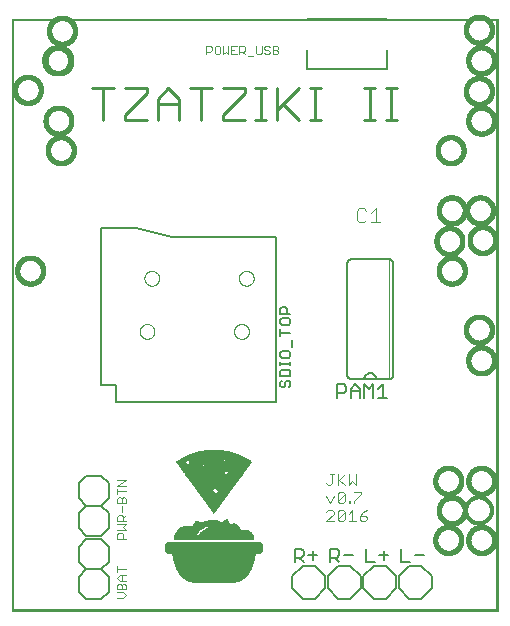
<source format=gto>
G75*
%MOIN*%
%OFA0B0*%
%FSLAX25Y25*%
%IPPOS*%
%LPD*%
%AMOC8*
5,1,8,0,0,1.08239X$1,22.5*
%
%ADD10C,0.00900*%
%ADD11C,0.00300*%
%ADD12C,0.01600*%
%ADD13C,0.01200*%
%ADD14C,0.00000*%
%ADD15R,0.14552X0.00131*%
%ADD16R,0.15732X0.00131*%
%ADD17R,0.16650X0.00131*%
%ADD18R,0.17306X0.00131*%
%ADD19R,0.17961X0.00131*%
%ADD20R,0.18485X0.00131*%
%ADD21R,0.18879X0.00131*%
%ADD22R,0.19272X0.00131*%
%ADD23R,0.19665X0.00131*%
%ADD24R,0.20059X0.00131*%
%ADD25R,0.20452X0.00131*%
%ADD26R,0.20714X0.00131*%
%ADD27R,0.20976X0.00131*%
%ADD28R,0.21370X0.00131*%
%ADD29R,0.21501X0.00131*%
%ADD30R,0.21763X0.00131*%
%ADD31R,0.22025X0.00131*%
%ADD32R,0.22287X0.00131*%
%ADD33R,0.22419X0.00131*%
%ADD34R,0.22681X0.00131*%
%ADD35R,0.22812X0.00131*%
%ADD36R,0.23074X0.00131*%
%ADD37R,0.23205X0.00131*%
%ADD38R,0.23336X0.00131*%
%ADD39R,0.23598X0.00131*%
%ADD40R,0.23730X0.00131*%
%ADD41R,0.23861X0.00131*%
%ADD42R,0.23992X0.00131*%
%ADD43R,0.24123X0.00131*%
%ADD44R,0.24385X0.00131*%
%ADD45R,0.24516X0.00131*%
%ADD46R,0.24647X0.00131*%
%ADD47R,0.24778X0.00131*%
%ADD48R,0.24909X0.00131*%
%ADD49R,0.25041X0.00131*%
%ADD50R,0.25172X0.00131*%
%ADD51R,0.25303X0.00131*%
%ADD52R,0.25434X0.00131*%
%ADD53R,0.25565X0.00131*%
%ADD54R,0.25696X0.00131*%
%ADD55R,0.25827X0.00131*%
%ADD56R,0.25958X0.00131*%
%ADD57R,0.26089X0.00131*%
%ADD58R,0.26220X0.00131*%
%ADD59R,0.26352X0.00131*%
%ADD60R,0.26483X0.00131*%
%ADD61R,0.26614X0.00131*%
%ADD62R,0.26745X0.00131*%
%ADD63R,0.26876X0.00131*%
%ADD64R,0.27007X0.00131*%
%ADD65R,0.27138X0.00131*%
%ADD66R,0.27269X0.00131*%
%ADD67R,0.27400X0.00131*%
%ADD68R,0.27531X0.00131*%
%ADD69R,0.27663X0.00131*%
%ADD70R,0.27794X0.00131*%
%ADD71R,0.27925X0.00131*%
%ADD72R,0.28056X0.00131*%
%ADD73R,0.30809X0.00131*%
%ADD74R,0.31465X0.00131*%
%ADD75R,0.31858X0.00131*%
%ADD76R,0.32251X0.00131*%
%ADD77R,0.32513X0.00131*%
%ADD78R,0.32644X0.00131*%
%ADD79R,0.32776X0.00131*%
%ADD80R,0.32382X0.00131*%
%ADD81R,0.31989X0.00131*%
%ADD82R,0.31596X0.00131*%
%ADD83R,0.31071X0.00131*%
%ADD84R,0.07735X0.00131*%
%ADD85R,0.07604X0.00131*%
%ADD86R,0.18223X0.00131*%
%ADD87R,0.07473X0.00131*%
%ADD88R,0.07342X0.00131*%
%ADD89R,0.17830X0.00131*%
%ADD90R,0.17699X0.00131*%
%ADD91R,0.17568X0.00131*%
%ADD92R,0.17043X0.00131*%
%ADD93R,0.16781X0.00131*%
%ADD94R,0.16388X0.00131*%
%ADD95R,0.16126X0.00131*%
%ADD96R,0.15863X0.00131*%
%ADD97R,0.15601X0.00131*%
%ADD98R,0.15077X0.00131*%
%ADD99R,0.12324X0.00131*%
%ADD100R,0.01835X0.00131*%
%ADD101R,0.11930X0.00131*%
%ADD102R,0.11799X0.00131*%
%ADD103R,0.11406X0.00131*%
%ADD104R,0.11013X0.00131*%
%ADD105R,0.10750X0.00131*%
%ADD106R,0.10357X0.00131*%
%ADD107R,0.10226X0.00131*%
%ADD108R,0.10095X0.00131*%
%ADD109R,0.02491X0.00131*%
%ADD110R,0.04457X0.00131*%
%ADD111R,0.14946X0.00131*%
%ADD112R,0.14815X0.00131*%
%ADD113R,0.14683X0.00131*%
%ADD114R,0.14421X0.00131*%
%ADD115R,0.12061X0.00131*%
%ADD116R,0.01967X0.00131*%
%ADD117R,0.01180X0.00131*%
%ADD118R,0.00524X0.00131*%
%ADD119R,0.11537X0.00131*%
%ADD120R,0.02098X0.00131*%
%ADD121R,0.06162X0.00131*%
%ADD122R,0.01442X0.00131*%
%ADD123R,0.05637X0.00131*%
%ADD124R,0.00262X0.00131*%
%ADD125R,0.04982X0.00131*%
%ADD126R,0.01704X0.00131*%
%ADD127R,0.04195X0.00131*%
%ADD128R,0.03409X0.00131*%
%ADD129R,0.01049X0.00131*%
%ADD130R,0.00656X0.00131*%
%ADD131R,0.00393X0.00131*%
%ADD132R,0.00131X0.00131*%
%ADD133R,0.00918X0.00131*%
%ADD134R,0.02229X0.00131*%
%ADD135R,0.02753X0.00131*%
%ADD136R,0.03015X0.00131*%
%ADD137R,0.03278X0.00131*%
%ADD138R,0.03540X0.00131*%
%ADD139R,0.03671X0.00131*%
%ADD140R,0.03802X0.00131*%
%ADD141R,0.04064X0.00131*%
%ADD142R,0.04326X0.00131*%
%ADD143R,0.04589X0.00131*%
%ADD144R,0.04851X0.00131*%
%ADD145R,0.05113X0.00131*%
%ADD146R,0.05375X0.00131*%
%ADD147R,0.05900X0.00131*%
%ADD148R,0.06424X0.00131*%
%ADD149R,0.06686X0.00131*%
%ADD150R,0.06948X0.00131*%
%ADD151R,0.07211X0.00131*%
%ADD152R,0.07997X0.00131*%
%ADD153R,0.08128X0.00131*%
%ADD154R,0.08259X0.00131*%
%ADD155R,0.08522X0.00131*%
%ADD156R,0.08784X0.00131*%
%ADD157R,0.08915X0.00131*%
%ADD158R,0.09046X0.00131*%
%ADD159R,0.09308X0.00131*%
%ADD160R,0.09570X0.00131*%
%ADD161R,0.09702X0.00131*%
%ADD162R,0.09833X0.00131*%
%ADD163R,0.05506X0.00131*%
%ADD164R,0.05244X0.00131*%
%ADD165R,0.04720X0.00131*%
%ADD166R,0.06293X0.00131*%
%ADD167R,0.12193X0.00131*%
%ADD168R,0.12455X0.00131*%
%ADD169R,0.12586X0.00131*%
%ADD170R,0.12717X0.00131*%
%ADD171R,0.12979X0.00131*%
%ADD172R,0.13241X0.00131*%
%ADD173R,0.13372X0.00131*%
%ADD174R,0.13504X0.00131*%
%ADD175R,0.13766X0.00131*%
%ADD176R,0.14028X0.00131*%
%ADD177R,0.14159X0.00131*%
%ADD178R,0.14290X0.00131*%
%ADD179R,0.15339X0.00131*%
%ADD180R,0.15470X0.00131*%
%ADD181R,0.16257X0.00131*%
%ADD182R,0.16519X0.00131*%
%ADD183R,0.16912X0.00131*%
%ADD184R,0.17437X0.00131*%
%ADD185R,0.18092X0.00131*%
%ADD186R,0.18617X0.00131*%
%ADD187R,0.19010X0.00131*%
%ADD188R,0.19403X0.00131*%
%ADD189R,0.13635X0.00131*%
%ADD190R,0.05769X0.00131*%
%ADD191R,0.06031X0.00131*%
%ADD192R,0.21107X0.00131*%
%ADD193R,0.21894X0.00131*%
%ADD194R,0.22156X0.00131*%
%ADD195R,0.22550X0.00131*%
%ADD196R,0.22943X0.00131*%
%ADD197R,0.15208X0.00131*%
%ADD198R,0.08391X0.00131*%
%ADD199R,0.24254X0.00131*%
%ADD200R,0.03146X0.00131*%
%ADD201R,0.20845X0.00131*%
%ADD202R,0.07866X0.00131*%
%ADD203R,0.21632X0.00131*%
%ADD204R,0.21239X0.00131*%
%ADD205R,0.20190X0.00131*%
%ADD206R,0.19534X0.00131*%
%ADD207R,0.17174X0.00131*%
%ADD208R,0.15994X0.00131*%
%ADD209R,0.11144X0.00131*%
%ADD210C,0.00800*%
%ADD211C,0.00200*%
%ADD212C,0.00500*%
%ADD213C,0.00700*%
%ADD214C,0.00600*%
%ADD215C,0.00400*%
D10*
X0050841Y0164909D02*
X0050841Y0175830D01*
X0047201Y0175830D02*
X0054481Y0175830D01*
X0058076Y0175830D02*
X0065356Y0175830D01*
X0065356Y0174010D01*
X0058076Y0166730D01*
X0058076Y0164909D01*
X0065356Y0164909D01*
X0068952Y0164909D02*
X0068952Y0172190D01*
X0072592Y0175830D01*
X0076232Y0172190D01*
X0076232Y0164909D01*
X0076232Y0170370D02*
X0068952Y0170370D01*
X0079827Y0175830D02*
X0087107Y0175830D01*
X0090702Y0175830D02*
X0097983Y0175830D01*
X0097983Y0174010D01*
X0090702Y0166730D01*
X0090702Y0164909D01*
X0097983Y0164909D01*
X0101578Y0164909D02*
X0105218Y0164909D01*
X0103398Y0164909D02*
X0103398Y0175830D01*
X0101578Y0175830D02*
X0105218Y0175830D01*
X0108828Y0175830D02*
X0108828Y0164909D01*
X0108828Y0168550D02*
X0116108Y0175830D01*
X0119704Y0175830D02*
X0123344Y0175830D01*
X0121524Y0175830D02*
X0121524Y0164909D01*
X0119704Y0164909D02*
X0123344Y0164909D01*
X0116108Y0164909D02*
X0110648Y0170370D01*
X0083467Y0175830D02*
X0083467Y0164909D01*
X0137829Y0164909D02*
X0141469Y0164909D01*
X0139649Y0164909D02*
X0139649Y0175830D01*
X0137829Y0175830D02*
X0141469Y0175830D01*
X0145080Y0175830D02*
X0148720Y0175830D01*
X0146900Y0175830D02*
X0146900Y0164909D01*
X0145080Y0164909D02*
X0148720Y0164909D01*
D11*
X0135082Y0047045D02*
X0135082Y0043342D01*
X0133848Y0044576D01*
X0132613Y0043342D01*
X0132613Y0047045D01*
X0131399Y0047045D02*
X0128930Y0044576D01*
X0129547Y0045193D02*
X0131399Y0043342D01*
X0128930Y0043342D02*
X0128930Y0047045D01*
X0127716Y0047045D02*
X0126481Y0047045D01*
X0127099Y0047045D02*
X0127099Y0043959D01*
X0126481Y0043342D01*
X0125864Y0043342D01*
X0125247Y0043959D01*
X0125247Y0039811D02*
X0126481Y0037342D01*
X0127716Y0039811D01*
X0128930Y0040428D02*
X0128930Y0037959D01*
X0131399Y0040428D01*
X0131399Y0037959D01*
X0130782Y0037342D01*
X0129547Y0037342D01*
X0128930Y0037959D01*
X0128930Y0040428D02*
X0129547Y0041045D01*
X0130782Y0041045D01*
X0131399Y0040428D01*
X0132613Y0037959D02*
X0133231Y0037959D01*
X0133231Y0037342D01*
X0132613Y0037342D01*
X0132613Y0037959D01*
X0134455Y0037959D02*
X0134455Y0037342D01*
X0134455Y0037959D02*
X0136924Y0040428D01*
X0136924Y0041045D01*
X0134455Y0041045D01*
X0133848Y0035045D02*
X0133848Y0031342D01*
X0135082Y0031342D02*
X0132613Y0031342D01*
X0131399Y0031959D02*
X0131399Y0034428D01*
X0128930Y0031959D01*
X0129547Y0031342D01*
X0130782Y0031342D01*
X0131399Y0031959D01*
X0132613Y0033811D02*
X0133848Y0035045D01*
X0131399Y0034428D02*
X0130782Y0035045D01*
X0129547Y0035045D01*
X0128930Y0034428D01*
X0128930Y0031959D01*
X0127716Y0031342D02*
X0125247Y0031342D01*
X0127716Y0033811D01*
X0127716Y0034428D01*
X0127099Y0035045D01*
X0125864Y0035045D01*
X0125247Y0034428D01*
X0136297Y0033193D02*
X0136297Y0031959D01*
X0136914Y0031342D01*
X0138148Y0031342D01*
X0138765Y0031959D01*
X0138765Y0032576D01*
X0138148Y0033193D01*
X0136297Y0033193D01*
X0137531Y0034428D01*
X0138765Y0035045D01*
X0058379Y0033372D02*
X0057411Y0032404D01*
X0057411Y0032888D02*
X0057411Y0031437D01*
X0058379Y0031437D02*
X0055476Y0031437D01*
X0055476Y0032888D01*
X0055960Y0033372D01*
X0056927Y0033372D01*
X0057411Y0032888D01*
X0056927Y0034383D02*
X0056927Y0036318D01*
X0056927Y0037330D02*
X0056927Y0038781D01*
X0057411Y0039265D01*
X0057895Y0039265D01*
X0058379Y0038781D01*
X0058379Y0037330D01*
X0055476Y0037330D01*
X0055476Y0038781D01*
X0055960Y0039265D01*
X0056444Y0039265D01*
X0056927Y0038781D01*
X0055476Y0040276D02*
X0055476Y0042211D01*
X0055476Y0041244D02*
X0058379Y0041244D01*
X0058379Y0043223D02*
X0055476Y0043223D01*
X0058379Y0045158D01*
X0055476Y0045158D01*
X0055476Y0030425D02*
X0058379Y0030425D01*
X0057411Y0029458D01*
X0058379Y0028490D01*
X0055476Y0028490D01*
X0055960Y0027479D02*
X0056927Y0027479D01*
X0057411Y0026995D01*
X0057411Y0025544D01*
X0058379Y0025544D02*
X0055476Y0025544D01*
X0055476Y0026995D01*
X0055960Y0027479D01*
X0055476Y0016418D02*
X0055476Y0014483D01*
X0055476Y0015450D02*
X0058379Y0015450D01*
X0058379Y0013471D02*
X0056444Y0013471D01*
X0055476Y0012504D01*
X0056444Y0011536D01*
X0058379Y0011536D01*
X0057895Y0010525D02*
X0058379Y0010041D01*
X0058379Y0008590D01*
X0055476Y0008590D01*
X0055476Y0010041D01*
X0055960Y0010525D01*
X0056444Y0010525D01*
X0056927Y0010041D01*
X0056927Y0008590D01*
X0057411Y0007578D02*
X0055476Y0007578D01*
X0055476Y0005643D02*
X0057411Y0005643D01*
X0058379Y0006611D01*
X0057411Y0007578D01*
X0056927Y0010041D02*
X0057411Y0010525D01*
X0057895Y0010525D01*
X0056927Y0011536D02*
X0056927Y0013471D01*
D12*
X0022144Y0114853D02*
X0022146Y0114984D01*
X0022152Y0115116D01*
X0022162Y0115247D01*
X0022176Y0115378D01*
X0022194Y0115508D01*
X0022216Y0115637D01*
X0022241Y0115766D01*
X0022271Y0115894D01*
X0022305Y0116021D01*
X0022342Y0116148D01*
X0022383Y0116272D01*
X0022428Y0116396D01*
X0022477Y0116518D01*
X0022529Y0116639D01*
X0022585Y0116757D01*
X0022645Y0116875D01*
X0022708Y0116990D01*
X0022775Y0117103D01*
X0022845Y0117215D01*
X0022918Y0117324D01*
X0022994Y0117430D01*
X0023074Y0117535D01*
X0023157Y0117637D01*
X0023243Y0117736D01*
X0023332Y0117833D01*
X0023424Y0117927D01*
X0023519Y0118018D01*
X0023616Y0118107D01*
X0023716Y0118192D01*
X0023819Y0118274D01*
X0023924Y0118353D01*
X0024031Y0118429D01*
X0024141Y0118501D01*
X0024253Y0118570D01*
X0024367Y0118636D01*
X0024482Y0118698D01*
X0024600Y0118757D01*
X0024719Y0118812D01*
X0024840Y0118864D01*
X0024963Y0118911D01*
X0025087Y0118955D01*
X0025212Y0118996D01*
X0025338Y0119032D01*
X0025466Y0119065D01*
X0025594Y0119093D01*
X0025723Y0119118D01*
X0025853Y0119139D01*
X0025983Y0119156D01*
X0026114Y0119169D01*
X0026245Y0119178D01*
X0026376Y0119183D01*
X0026508Y0119184D01*
X0026639Y0119181D01*
X0026771Y0119174D01*
X0026902Y0119163D01*
X0027032Y0119148D01*
X0027162Y0119129D01*
X0027292Y0119106D01*
X0027420Y0119080D01*
X0027548Y0119049D01*
X0027675Y0119014D01*
X0027801Y0118976D01*
X0027925Y0118934D01*
X0028049Y0118888D01*
X0028170Y0118838D01*
X0028290Y0118785D01*
X0028409Y0118728D01*
X0028526Y0118668D01*
X0028640Y0118604D01*
X0028753Y0118536D01*
X0028864Y0118465D01*
X0028973Y0118391D01*
X0029079Y0118314D01*
X0029183Y0118233D01*
X0029284Y0118150D01*
X0029383Y0118063D01*
X0029479Y0117973D01*
X0029572Y0117880D01*
X0029663Y0117785D01*
X0029750Y0117687D01*
X0029835Y0117586D01*
X0029916Y0117483D01*
X0029994Y0117377D01*
X0030069Y0117269D01*
X0030141Y0117159D01*
X0030209Y0117047D01*
X0030274Y0116933D01*
X0030335Y0116816D01*
X0030393Y0116698D01*
X0030447Y0116578D01*
X0030498Y0116457D01*
X0030545Y0116334D01*
X0030588Y0116210D01*
X0030627Y0116085D01*
X0030663Y0115958D01*
X0030694Y0115830D01*
X0030722Y0115702D01*
X0030746Y0115573D01*
X0030766Y0115443D01*
X0030782Y0115312D01*
X0030794Y0115181D01*
X0030802Y0115050D01*
X0030806Y0114919D01*
X0030806Y0114787D01*
X0030802Y0114656D01*
X0030794Y0114525D01*
X0030782Y0114394D01*
X0030766Y0114263D01*
X0030746Y0114133D01*
X0030722Y0114004D01*
X0030694Y0113876D01*
X0030663Y0113748D01*
X0030627Y0113621D01*
X0030588Y0113496D01*
X0030545Y0113372D01*
X0030498Y0113249D01*
X0030447Y0113128D01*
X0030393Y0113008D01*
X0030335Y0112890D01*
X0030274Y0112773D01*
X0030209Y0112659D01*
X0030141Y0112547D01*
X0030069Y0112437D01*
X0029994Y0112329D01*
X0029916Y0112223D01*
X0029835Y0112120D01*
X0029750Y0112019D01*
X0029663Y0111921D01*
X0029572Y0111826D01*
X0029479Y0111733D01*
X0029383Y0111643D01*
X0029284Y0111556D01*
X0029183Y0111473D01*
X0029079Y0111392D01*
X0028973Y0111315D01*
X0028864Y0111241D01*
X0028753Y0111170D01*
X0028641Y0111102D01*
X0028526Y0111038D01*
X0028409Y0110978D01*
X0028290Y0110921D01*
X0028170Y0110868D01*
X0028049Y0110818D01*
X0027925Y0110772D01*
X0027801Y0110730D01*
X0027675Y0110692D01*
X0027548Y0110657D01*
X0027420Y0110626D01*
X0027292Y0110600D01*
X0027162Y0110577D01*
X0027032Y0110558D01*
X0026902Y0110543D01*
X0026771Y0110532D01*
X0026639Y0110525D01*
X0026508Y0110522D01*
X0026376Y0110523D01*
X0026245Y0110528D01*
X0026114Y0110537D01*
X0025983Y0110550D01*
X0025853Y0110567D01*
X0025723Y0110588D01*
X0025594Y0110613D01*
X0025466Y0110641D01*
X0025338Y0110674D01*
X0025212Y0110710D01*
X0025087Y0110751D01*
X0024963Y0110795D01*
X0024840Y0110842D01*
X0024719Y0110894D01*
X0024600Y0110949D01*
X0024482Y0111008D01*
X0024367Y0111070D01*
X0024253Y0111136D01*
X0024141Y0111205D01*
X0024031Y0111277D01*
X0023924Y0111353D01*
X0023819Y0111432D01*
X0023716Y0111514D01*
X0023616Y0111599D01*
X0023519Y0111688D01*
X0023424Y0111779D01*
X0023332Y0111873D01*
X0023243Y0111970D01*
X0023157Y0112069D01*
X0023074Y0112171D01*
X0022994Y0112276D01*
X0022918Y0112382D01*
X0022845Y0112491D01*
X0022775Y0112603D01*
X0022708Y0112716D01*
X0022645Y0112831D01*
X0022585Y0112949D01*
X0022529Y0113067D01*
X0022477Y0113188D01*
X0022428Y0113310D01*
X0022383Y0113434D01*
X0022342Y0113558D01*
X0022305Y0113685D01*
X0022271Y0113812D01*
X0022241Y0113940D01*
X0022216Y0114069D01*
X0022194Y0114198D01*
X0022176Y0114328D01*
X0022162Y0114459D01*
X0022152Y0114590D01*
X0022146Y0114722D01*
X0022144Y0114853D01*
X0032380Y0155011D02*
X0032382Y0155142D01*
X0032388Y0155274D01*
X0032398Y0155405D01*
X0032412Y0155536D01*
X0032430Y0155666D01*
X0032452Y0155795D01*
X0032477Y0155924D01*
X0032507Y0156052D01*
X0032541Y0156179D01*
X0032578Y0156306D01*
X0032619Y0156430D01*
X0032664Y0156554D01*
X0032713Y0156676D01*
X0032765Y0156797D01*
X0032821Y0156915D01*
X0032881Y0157033D01*
X0032944Y0157148D01*
X0033011Y0157261D01*
X0033081Y0157373D01*
X0033154Y0157482D01*
X0033230Y0157588D01*
X0033310Y0157693D01*
X0033393Y0157795D01*
X0033479Y0157894D01*
X0033568Y0157991D01*
X0033660Y0158085D01*
X0033755Y0158176D01*
X0033852Y0158265D01*
X0033952Y0158350D01*
X0034055Y0158432D01*
X0034160Y0158511D01*
X0034267Y0158587D01*
X0034377Y0158659D01*
X0034489Y0158728D01*
X0034603Y0158794D01*
X0034718Y0158856D01*
X0034836Y0158915D01*
X0034955Y0158970D01*
X0035076Y0159022D01*
X0035199Y0159069D01*
X0035323Y0159113D01*
X0035448Y0159154D01*
X0035574Y0159190D01*
X0035702Y0159223D01*
X0035830Y0159251D01*
X0035959Y0159276D01*
X0036089Y0159297D01*
X0036219Y0159314D01*
X0036350Y0159327D01*
X0036481Y0159336D01*
X0036612Y0159341D01*
X0036744Y0159342D01*
X0036875Y0159339D01*
X0037007Y0159332D01*
X0037138Y0159321D01*
X0037268Y0159306D01*
X0037398Y0159287D01*
X0037528Y0159264D01*
X0037656Y0159238D01*
X0037784Y0159207D01*
X0037911Y0159172D01*
X0038037Y0159134D01*
X0038161Y0159092D01*
X0038285Y0159046D01*
X0038406Y0158996D01*
X0038526Y0158943D01*
X0038645Y0158886D01*
X0038762Y0158826D01*
X0038876Y0158762D01*
X0038989Y0158694D01*
X0039100Y0158623D01*
X0039209Y0158549D01*
X0039315Y0158472D01*
X0039419Y0158391D01*
X0039520Y0158308D01*
X0039619Y0158221D01*
X0039715Y0158131D01*
X0039808Y0158038D01*
X0039899Y0157943D01*
X0039986Y0157845D01*
X0040071Y0157744D01*
X0040152Y0157641D01*
X0040230Y0157535D01*
X0040305Y0157427D01*
X0040377Y0157317D01*
X0040445Y0157205D01*
X0040510Y0157091D01*
X0040571Y0156974D01*
X0040629Y0156856D01*
X0040683Y0156736D01*
X0040734Y0156615D01*
X0040781Y0156492D01*
X0040824Y0156368D01*
X0040863Y0156243D01*
X0040899Y0156116D01*
X0040930Y0155988D01*
X0040958Y0155860D01*
X0040982Y0155731D01*
X0041002Y0155601D01*
X0041018Y0155470D01*
X0041030Y0155339D01*
X0041038Y0155208D01*
X0041042Y0155077D01*
X0041042Y0154945D01*
X0041038Y0154814D01*
X0041030Y0154683D01*
X0041018Y0154552D01*
X0041002Y0154421D01*
X0040982Y0154291D01*
X0040958Y0154162D01*
X0040930Y0154034D01*
X0040899Y0153906D01*
X0040863Y0153779D01*
X0040824Y0153654D01*
X0040781Y0153530D01*
X0040734Y0153407D01*
X0040683Y0153286D01*
X0040629Y0153166D01*
X0040571Y0153048D01*
X0040510Y0152931D01*
X0040445Y0152817D01*
X0040377Y0152705D01*
X0040305Y0152595D01*
X0040230Y0152487D01*
X0040152Y0152381D01*
X0040071Y0152278D01*
X0039986Y0152177D01*
X0039899Y0152079D01*
X0039808Y0151984D01*
X0039715Y0151891D01*
X0039619Y0151801D01*
X0039520Y0151714D01*
X0039419Y0151631D01*
X0039315Y0151550D01*
X0039209Y0151473D01*
X0039100Y0151399D01*
X0038989Y0151328D01*
X0038877Y0151260D01*
X0038762Y0151196D01*
X0038645Y0151136D01*
X0038526Y0151079D01*
X0038406Y0151026D01*
X0038285Y0150976D01*
X0038161Y0150930D01*
X0038037Y0150888D01*
X0037911Y0150850D01*
X0037784Y0150815D01*
X0037656Y0150784D01*
X0037528Y0150758D01*
X0037398Y0150735D01*
X0037268Y0150716D01*
X0037138Y0150701D01*
X0037007Y0150690D01*
X0036875Y0150683D01*
X0036744Y0150680D01*
X0036612Y0150681D01*
X0036481Y0150686D01*
X0036350Y0150695D01*
X0036219Y0150708D01*
X0036089Y0150725D01*
X0035959Y0150746D01*
X0035830Y0150771D01*
X0035702Y0150799D01*
X0035574Y0150832D01*
X0035448Y0150868D01*
X0035323Y0150909D01*
X0035199Y0150953D01*
X0035076Y0151000D01*
X0034955Y0151052D01*
X0034836Y0151107D01*
X0034718Y0151166D01*
X0034603Y0151228D01*
X0034489Y0151294D01*
X0034377Y0151363D01*
X0034267Y0151435D01*
X0034160Y0151511D01*
X0034055Y0151590D01*
X0033952Y0151672D01*
X0033852Y0151757D01*
X0033755Y0151846D01*
X0033660Y0151937D01*
X0033568Y0152031D01*
X0033479Y0152128D01*
X0033393Y0152227D01*
X0033310Y0152329D01*
X0033230Y0152434D01*
X0033154Y0152540D01*
X0033081Y0152649D01*
X0033011Y0152761D01*
X0032944Y0152874D01*
X0032881Y0152989D01*
X0032821Y0153107D01*
X0032765Y0153225D01*
X0032713Y0153346D01*
X0032664Y0153468D01*
X0032619Y0153592D01*
X0032578Y0153716D01*
X0032541Y0153843D01*
X0032507Y0153970D01*
X0032477Y0154098D01*
X0032452Y0154227D01*
X0032430Y0154356D01*
X0032412Y0154486D01*
X0032398Y0154617D01*
X0032388Y0154748D01*
X0032382Y0154880D01*
X0032380Y0155011D01*
X0031593Y0164853D02*
X0031595Y0164984D01*
X0031601Y0165116D01*
X0031611Y0165247D01*
X0031625Y0165378D01*
X0031643Y0165508D01*
X0031665Y0165637D01*
X0031690Y0165766D01*
X0031720Y0165894D01*
X0031754Y0166021D01*
X0031791Y0166148D01*
X0031832Y0166272D01*
X0031877Y0166396D01*
X0031926Y0166518D01*
X0031978Y0166639D01*
X0032034Y0166757D01*
X0032094Y0166875D01*
X0032157Y0166990D01*
X0032224Y0167103D01*
X0032294Y0167215D01*
X0032367Y0167324D01*
X0032443Y0167430D01*
X0032523Y0167535D01*
X0032606Y0167637D01*
X0032692Y0167736D01*
X0032781Y0167833D01*
X0032873Y0167927D01*
X0032968Y0168018D01*
X0033065Y0168107D01*
X0033165Y0168192D01*
X0033268Y0168274D01*
X0033373Y0168353D01*
X0033480Y0168429D01*
X0033590Y0168501D01*
X0033702Y0168570D01*
X0033816Y0168636D01*
X0033931Y0168698D01*
X0034049Y0168757D01*
X0034168Y0168812D01*
X0034289Y0168864D01*
X0034412Y0168911D01*
X0034536Y0168955D01*
X0034661Y0168996D01*
X0034787Y0169032D01*
X0034915Y0169065D01*
X0035043Y0169093D01*
X0035172Y0169118D01*
X0035302Y0169139D01*
X0035432Y0169156D01*
X0035563Y0169169D01*
X0035694Y0169178D01*
X0035825Y0169183D01*
X0035957Y0169184D01*
X0036088Y0169181D01*
X0036220Y0169174D01*
X0036351Y0169163D01*
X0036481Y0169148D01*
X0036611Y0169129D01*
X0036741Y0169106D01*
X0036869Y0169080D01*
X0036997Y0169049D01*
X0037124Y0169014D01*
X0037250Y0168976D01*
X0037374Y0168934D01*
X0037498Y0168888D01*
X0037619Y0168838D01*
X0037739Y0168785D01*
X0037858Y0168728D01*
X0037975Y0168668D01*
X0038089Y0168604D01*
X0038202Y0168536D01*
X0038313Y0168465D01*
X0038422Y0168391D01*
X0038528Y0168314D01*
X0038632Y0168233D01*
X0038733Y0168150D01*
X0038832Y0168063D01*
X0038928Y0167973D01*
X0039021Y0167880D01*
X0039112Y0167785D01*
X0039199Y0167687D01*
X0039284Y0167586D01*
X0039365Y0167483D01*
X0039443Y0167377D01*
X0039518Y0167269D01*
X0039590Y0167159D01*
X0039658Y0167047D01*
X0039723Y0166933D01*
X0039784Y0166816D01*
X0039842Y0166698D01*
X0039896Y0166578D01*
X0039947Y0166457D01*
X0039994Y0166334D01*
X0040037Y0166210D01*
X0040076Y0166085D01*
X0040112Y0165958D01*
X0040143Y0165830D01*
X0040171Y0165702D01*
X0040195Y0165573D01*
X0040215Y0165443D01*
X0040231Y0165312D01*
X0040243Y0165181D01*
X0040251Y0165050D01*
X0040255Y0164919D01*
X0040255Y0164787D01*
X0040251Y0164656D01*
X0040243Y0164525D01*
X0040231Y0164394D01*
X0040215Y0164263D01*
X0040195Y0164133D01*
X0040171Y0164004D01*
X0040143Y0163876D01*
X0040112Y0163748D01*
X0040076Y0163621D01*
X0040037Y0163496D01*
X0039994Y0163372D01*
X0039947Y0163249D01*
X0039896Y0163128D01*
X0039842Y0163008D01*
X0039784Y0162890D01*
X0039723Y0162773D01*
X0039658Y0162659D01*
X0039590Y0162547D01*
X0039518Y0162437D01*
X0039443Y0162329D01*
X0039365Y0162223D01*
X0039284Y0162120D01*
X0039199Y0162019D01*
X0039112Y0161921D01*
X0039021Y0161826D01*
X0038928Y0161733D01*
X0038832Y0161643D01*
X0038733Y0161556D01*
X0038632Y0161473D01*
X0038528Y0161392D01*
X0038422Y0161315D01*
X0038313Y0161241D01*
X0038202Y0161170D01*
X0038090Y0161102D01*
X0037975Y0161038D01*
X0037858Y0160978D01*
X0037739Y0160921D01*
X0037619Y0160868D01*
X0037498Y0160818D01*
X0037374Y0160772D01*
X0037250Y0160730D01*
X0037124Y0160692D01*
X0036997Y0160657D01*
X0036869Y0160626D01*
X0036741Y0160600D01*
X0036611Y0160577D01*
X0036481Y0160558D01*
X0036351Y0160543D01*
X0036220Y0160532D01*
X0036088Y0160525D01*
X0035957Y0160522D01*
X0035825Y0160523D01*
X0035694Y0160528D01*
X0035563Y0160537D01*
X0035432Y0160550D01*
X0035302Y0160567D01*
X0035172Y0160588D01*
X0035043Y0160613D01*
X0034915Y0160641D01*
X0034787Y0160674D01*
X0034661Y0160710D01*
X0034536Y0160751D01*
X0034412Y0160795D01*
X0034289Y0160842D01*
X0034168Y0160894D01*
X0034049Y0160949D01*
X0033931Y0161008D01*
X0033816Y0161070D01*
X0033702Y0161136D01*
X0033590Y0161205D01*
X0033480Y0161277D01*
X0033373Y0161353D01*
X0033268Y0161432D01*
X0033165Y0161514D01*
X0033065Y0161599D01*
X0032968Y0161688D01*
X0032873Y0161779D01*
X0032781Y0161873D01*
X0032692Y0161970D01*
X0032606Y0162069D01*
X0032523Y0162171D01*
X0032443Y0162276D01*
X0032367Y0162382D01*
X0032294Y0162491D01*
X0032224Y0162603D01*
X0032157Y0162716D01*
X0032094Y0162831D01*
X0032034Y0162949D01*
X0031978Y0163067D01*
X0031926Y0163188D01*
X0031877Y0163310D01*
X0031832Y0163434D01*
X0031791Y0163558D01*
X0031754Y0163685D01*
X0031720Y0163812D01*
X0031690Y0163940D01*
X0031665Y0164069D01*
X0031643Y0164198D01*
X0031625Y0164328D01*
X0031611Y0164459D01*
X0031601Y0164590D01*
X0031595Y0164722D01*
X0031593Y0164853D01*
X0021357Y0175089D02*
X0021359Y0175220D01*
X0021365Y0175352D01*
X0021375Y0175483D01*
X0021389Y0175614D01*
X0021407Y0175744D01*
X0021429Y0175873D01*
X0021454Y0176002D01*
X0021484Y0176130D01*
X0021518Y0176257D01*
X0021555Y0176384D01*
X0021596Y0176508D01*
X0021641Y0176632D01*
X0021690Y0176754D01*
X0021742Y0176875D01*
X0021798Y0176993D01*
X0021858Y0177111D01*
X0021921Y0177226D01*
X0021988Y0177339D01*
X0022058Y0177451D01*
X0022131Y0177560D01*
X0022207Y0177666D01*
X0022287Y0177771D01*
X0022370Y0177873D01*
X0022456Y0177972D01*
X0022545Y0178069D01*
X0022637Y0178163D01*
X0022732Y0178254D01*
X0022829Y0178343D01*
X0022929Y0178428D01*
X0023032Y0178510D01*
X0023137Y0178589D01*
X0023244Y0178665D01*
X0023354Y0178737D01*
X0023466Y0178806D01*
X0023580Y0178872D01*
X0023695Y0178934D01*
X0023813Y0178993D01*
X0023932Y0179048D01*
X0024053Y0179100D01*
X0024176Y0179147D01*
X0024300Y0179191D01*
X0024425Y0179232D01*
X0024551Y0179268D01*
X0024679Y0179301D01*
X0024807Y0179329D01*
X0024936Y0179354D01*
X0025066Y0179375D01*
X0025196Y0179392D01*
X0025327Y0179405D01*
X0025458Y0179414D01*
X0025589Y0179419D01*
X0025721Y0179420D01*
X0025852Y0179417D01*
X0025984Y0179410D01*
X0026115Y0179399D01*
X0026245Y0179384D01*
X0026375Y0179365D01*
X0026505Y0179342D01*
X0026633Y0179316D01*
X0026761Y0179285D01*
X0026888Y0179250D01*
X0027014Y0179212D01*
X0027138Y0179170D01*
X0027262Y0179124D01*
X0027383Y0179074D01*
X0027503Y0179021D01*
X0027622Y0178964D01*
X0027739Y0178904D01*
X0027853Y0178840D01*
X0027966Y0178772D01*
X0028077Y0178701D01*
X0028186Y0178627D01*
X0028292Y0178550D01*
X0028396Y0178469D01*
X0028497Y0178386D01*
X0028596Y0178299D01*
X0028692Y0178209D01*
X0028785Y0178116D01*
X0028876Y0178021D01*
X0028963Y0177923D01*
X0029048Y0177822D01*
X0029129Y0177719D01*
X0029207Y0177613D01*
X0029282Y0177505D01*
X0029354Y0177395D01*
X0029422Y0177283D01*
X0029487Y0177169D01*
X0029548Y0177052D01*
X0029606Y0176934D01*
X0029660Y0176814D01*
X0029711Y0176693D01*
X0029758Y0176570D01*
X0029801Y0176446D01*
X0029840Y0176321D01*
X0029876Y0176194D01*
X0029907Y0176066D01*
X0029935Y0175938D01*
X0029959Y0175809D01*
X0029979Y0175679D01*
X0029995Y0175548D01*
X0030007Y0175417D01*
X0030015Y0175286D01*
X0030019Y0175155D01*
X0030019Y0175023D01*
X0030015Y0174892D01*
X0030007Y0174761D01*
X0029995Y0174630D01*
X0029979Y0174499D01*
X0029959Y0174369D01*
X0029935Y0174240D01*
X0029907Y0174112D01*
X0029876Y0173984D01*
X0029840Y0173857D01*
X0029801Y0173732D01*
X0029758Y0173608D01*
X0029711Y0173485D01*
X0029660Y0173364D01*
X0029606Y0173244D01*
X0029548Y0173126D01*
X0029487Y0173009D01*
X0029422Y0172895D01*
X0029354Y0172783D01*
X0029282Y0172673D01*
X0029207Y0172565D01*
X0029129Y0172459D01*
X0029048Y0172356D01*
X0028963Y0172255D01*
X0028876Y0172157D01*
X0028785Y0172062D01*
X0028692Y0171969D01*
X0028596Y0171879D01*
X0028497Y0171792D01*
X0028396Y0171709D01*
X0028292Y0171628D01*
X0028186Y0171551D01*
X0028077Y0171477D01*
X0027966Y0171406D01*
X0027854Y0171338D01*
X0027739Y0171274D01*
X0027622Y0171214D01*
X0027503Y0171157D01*
X0027383Y0171104D01*
X0027262Y0171054D01*
X0027138Y0171008D01*
X0027014Y0170966D01*
X0026888Y0170928D01*
X0026761Y0170893D01*
X0026633Y0170862D01*
X0026505Y0170836D01*
X0026375Y0170813D01*
X0026245Y0170794D01*
X0026115Y0170779D01*
X0025984Y0170768D01*
X0025852Y0170761D01*
X0025721Y0170758D01*
X0025589Y0170759D01*
X0025458Y0170764D01*
X0025327Y0170773D01*
X0025196Y0170786D01*
X0025066Y0170803D01*
X0024936Y0170824D01*
X0024807Y0170849D01*
X0024679Y0170877D01*
X0024551Y0170910D01*
X0024425Y0170946D01*
X0024300Y0170987D01*
X0024176Y0171031D01*
X0024053Y0171078D01*
X0023932Y0171130D01*
X0023813Y0171185D01*
X0023695Y0171244D01*
X0023580Y0171306D01*
X0023466Y0171372D01*
X0023354Y0171441D01*
X0023244Y0171513D01*
X0023137Y0171589D01*
X0023032Y0171668D01*
X0022929Y0171750D01*
X0022829Y0171835D01*
X0022732Y0171924D01*
X0022637Y0172015D01*
X0022545Y0172109D01*
X0022456Y0172206D01*
X0022370Y0172305D01*
X0022287Y0172407D01*
X0022207Y0172512D01*
X0022131Y0172618D01*
X0022058Y0172727D01*
X0021988Y0172839D01*
X0021921Y0172952D01*
X0021858Y0173067D01*
X0021798Y0173185D01*
X0021742Y0173303D01*
X0021690Y0173424D01*
X0021641Y0173546D01*
X0021596Y0173670D01*
X0021555Y0173794D01*
X0021518Y0173921D01*
X0021484Y0174048D01*
X0021454Y0174176D01*
X0021429Y0174305D01*
X0021407Y0174434D01*
X0021389Y0174564D01*
X0021375Y0174695D01*
X0021365Y0174826D01*
X0021359Y0174958D01*
X0021357Y0175089D01*
X0031199Y0184932D02*
X0031201Y0185063D01*
X0031207Y0185195D01*
X0031217Y0185326D01*
X0031231Y0185457D01*
X0031249Y0185587D01*
X0031271Y0185716D01*
X0031296Y0185845D01*
X0031326Y0185973D01*
X0031360Y0186100D01*
X0031397Y0186227D01*
X0031438Y0186351D01*
X0031483Y0186475D01*
X0031532Y0186597D01*
X0031584Y0186718D01*
X0031640Y0186836D01*
X0031700Y0186954D01*
X0031763Y0187069D01*
X0031830Y0187182D01*
X0031900Y0187294D01*
X0031973Y0187403D01*
X0032049Y0187509D01*
X0032129Y0187614D01*
X0032212Y0187716D01*
X0032298Y0187815D01*
X0032387Y0187912D01*
X0032479Y0188006D01*
X0032574Y0188097D01*
X0032671Y0188186D01*
X0032771Y0188271D01*
X0032874Y0188353D01*
X0032979Y0188432D01*
X0033086Y0188508D01*
X0033196Y0188580D01*
X0033308Y0188649D01*
X0033422Y0188715D01*
X0033537Y0188777D01*
X0033655Y0188836D01*
X0033774Y0188891D01*
X0033895Y0188943D01*
X0034018Y0188990D01*
X0034142Y0189034D01*
X0034267Y0189075D01*
X0034393Y0189111D01*
X0034521Y0189144D01*
X0034649Y0189172D01*
X0034778Y0189197D01*
X0034908Y0189218D01*
X0035038Y0189235D01*
X0035169Y0189248D01*
X0035300Y0189257D01*
X0035431Y0189262D01*
X0035563Y0189263D01*
X0035694Y0189260D01*
X0035826Y0189253D01*
X0035957Y0189242D01*
X0036087Y0189227D01*
X0036217Y0189208D01*
X0036347Y0189185D01*
X0036475Y0189159D01*
X0036603Y0189128D01*
X0036730Y0189093D01*
X0036856Y0189055D01*
X0036980Y0189013D01*
X0037104Y0188967D01*
X0037225Y0188917D01*
X0037345Y0188864D01*
X0037464Y0188807D01*
X0037581Y0188747D01*
X0037695Y0188683D01*
X0037808Y0188615D01*
X0037919Y0188544D01*
X0038028Y0188470D01*
X0038134Y0188393D01*
X0038238Y0188312D01*
X0038339Y0188229D01*
X0038438Y0188142D01*
X0038534Y0188052D01*
X0038627Y0187959D01*
X0038718Y0187864D01*
X0038805Y0187766D01*
X0038890Y0187665D01*
X0038971Y0187562D01*
X0039049Y0187456D01*
X0039124Y0187348D01*
X0039196Y0187238D01*
X0039264Y0187126D01*
X0039329Y0187012D01*
X0039390Y0186895D01*
X0039448Y0186777D01*
X0039502Y0186657D01*
X0039553Y0186536D01*
X0039600Y0186413D01*
X0039643Y0186289D01*
X0039682Y0186164D01*
X0039718Y0186037D01*
X0039749Y0185909D01*
X0039777Y0185781D01*
X0039801Y0185652D01*
X0039821Y0185522D01*
X0039837Y0185391D01*
X0039849Y0185260D01*
X0039857Y0185129D01*
X0039861Y0184998D01*
X0039861Y0184866D01*
X0039857Y0184735D01*
X0039849Y0184604D01*
X0039837Y0184473D01*
X0039821Y0184342D01*
X0039801Y0184212D01*
X0039777Y0184083D01*
X0039749Y0183955D01*
X0039718Y0183827D01*
X0039682Y0183700D01*
X0039643Y0183575D01*
X0039600Y0183451D01*
X0039553Y0183328D01*
X0039502Y0183207D01*
X0039448Y0183087D01*
X0039390Y0182969D01*
X0039329Y0182852D01*
X0039264Y0182738D01*
X0039196Y0182626D01*
X0039124Y0182516D01*
X0039049Y0182408D01*
X0038971Y0182302D01*
X0038890Y0182199D01*
X0038805Y0182098D01*
X0038718Y0182000D01*
X0038627Y0181905D01*
X0038534Y0181812D01*
X0038438Y0181722D01*
X0038339Y0181635D01*
X0038238Y0181552D01*
X0038134Y0181471D01*
X0038028Y0181394D01*
X0037919Y0181320D01*
X0037808Y0181249D01*
X0037696Y0181181D01*
X0037581Y0181117D01*
X0037464Y0181057D01*
X0037345Y0181000D01*
X0037225Y0180947D01*
X0037104Y0180897D01*
X0036980Y0180851D01*
X0036856Y0180809D01*
X0036730Y0180771D01*
X0036603Y0180736D01*
X0036475Y0180705D01*
X0036347Y0180679D01*
X0036217Y0180656D01*
X0036087Y0180637D01*
X0035957Y0180622D01*
X0035826Y0180611D01*
X0035694Y0180604D01*
X0035563Y0180601D01*
X0035431Y0180602D01*
X0035300Y0180607D01*
X0035169Y0180616D01*
X0035038Y0180629D01*
X0034908Y0180646D01*
X0034778Y0180667D01*
X0034649Y0180692D01*
X0034521Y0180720D01*
X0034393Y0180753D01*
X0034267Y0180789D01*
X0034142Y0180830D01*
X0034018Y0180874D01*
X0033895Y0180921D01*
X0033774Y0180973D01*
X0033655Y0181028D01*
X0033537Y0181087D01*
X0033422Y0181149D01*
X0033308Y0181215D01*
X0033196Y0181284D01*
X0033086Y0181356D01*
X0032979Y0181432D01*
X0032874Y0181511D01*
X0032771Y0181593D01*
X0032671Y0181678D01*
X0032574Y0181767D01*
X0032479Y0181858D01*
X0032387Y0181952D01*
X0032298Y0182049D01*
X0032212Y0182148D01*
X0032129Y0182250D01*
X0032049Y0182355D01*
X0031973Y0182461D01*
X0031900Y0182570D01*
X0031830Y0182682D01*
X0031763Y0182795D01*
X0031700Y0182910D01*
X0031640Y0183028D01*
X0031584Y0183146D01*
X0031532Y0183267D01*
X0031483Y0183389D01*
X0031438Y0183513D01*
X0031397Y0183637D01*
X0031360Y0183764D01*
X0031326Y0183891D01*
X0031296Y0184019D01*
X0031271Y0184148D01*
X0031249Y0184277D01*
X0031231Y0184407D01*
X0031217Y0184538D01*
X0031207Y0184669D01*
X0031201Y0184801D01*
X0031199Y0184932D01*
X0031593Y0184932D02*
X0031595Y0185063D01*
X0031601Y0185195D01*
X0031611Y0185326D01*
X0031625Y0185457D01*
X0031643Y0185587D01*
X0031665Y0185716D01*
X0031690Y0185845D01*
X0031720Y0185973D01*
X0031754Y0186100D01*
X0031791Y0186227D01*
X0031832Y0186351D01*
X0031877Y0186475D01*
X0031926Y0186597D01*
X0031978Y0186718D01*
X0032034Y0186836D01*
X0032094Y0186954D01*
X0032157Y0187069D01*
X0032224Y0187182D01*
X0032294Y0187294D01*
X0032367Y0187403D01*
X0032443Y0187509D01*
X0032523Y0187614D01*
X0032606Y0187716D01*
X0032692Y0187815D01*
X0032781Y0187912D01*
X0032873Y0188006D01*
X0032968Y0188097D01*
X0033065Y0188186D01*
X0033165Y0188271D01*
X0033268Y0188353D01*
X0033373Y0188432D01*
X0033480Y0188508D01*
X0033590Y0188580D01*
X0033702Y0188649D01*
X0033816Y0188715D01*
X0033931Y0188777D01*
X0034049Y0188836D01*
X0034168Y0188891D01*
X0034289Y0188943D01*
X0034412Y0188990D01*
X0034536Y0189034D01*
X0034661Y0189075D01*
X0034787Y0189111D01*
X0034915Y0189144D01*
X0035043Y0189172D01*
X0035172Y0189197D01*
X0035302Y0189218D01*
X0035432Y0189235D01*
X0035563Y0189248D01*
X0035694Y0189257D01*
X0035825Y0189262D01*
X0035957Y0189263D01*
X0036088Y0189260D01*
X0036220Y0189253D01*
X0036351Y0189242D01*
X0036481Y0189227D01*
X0036611Y0189208D01*
X0036741Y0189185D01*
X0036869Y0189159D01*
X0036997Y0189128D01*
X0037124Y0189093D01*
X0037250Y0189055D01*
X0037374Y0189013D01*
X0037498Y0188967D01*
X0037619Y0188917D01*
X0037739Y0188864D01*
X0037858Y0188807D01*
X0037975Y0188747D01*
X0038089Y0188683D01*
X0038202Y0188615D01*
X0038313Y0188544D01*
X0038422Y0188470D01*
X0038528Y0188393D01*
X0038632Y0188312D01*
X0038733Y0188229D01*
X0038832Y0188142D01*
X0038928Y0188052D01*
X0039021Y0187959D01*
X0039112Y0187864D01*
X0039199Y0187766D01*
X0039284Y0187665D01*
X0039365Y0187562D01*
X0039443Y0187456D01*
X0039518Y0187348D01*
X0039590Y0187238D01*
X0039658Y0187126D01*
X0039723Y0187012D01*
X0039784Y0186895D01*
X0039842Y0186777D01*
X0039896Y0186657D01*
X0039947Y0186536D01*
X0039994Y0186413D01*
X0040037Y0186289D01*
X0040076Y0186164D01*
X0040112Y0186037D01*
X0040143Y0185909D01*
X0040171Y0185781D01*
X0040195Y0185652D01*
X0040215Y0185522D01*
X0040231Y0185391D01*
X0040243Y0185260D01*
X0040251Y0185129D01*
X0040255Y0184998D01*
X0040255Y0184866D01*
X0040251Y0184735D01*
X0040243Y0184604D01*
X0040231Y0184473D01*
X0040215Y0184342D01*
X0040195Y0184212D01*
X0040171Y0184083D01*
X0040143Y0183955D01*
X0040112Y0183827D01*
X0040076Y0183700D01*
X0040037Y0183575D01*
X0039994Y0183451D01*
X0039947Y0183328D01*
X0039896Y0183207D01*
X0039842Y0183087D01*
X0039784Y0182969D01*
X0039723Y0182852D01*
X0039658Y0182738D01*
X0039590Y0182626D01*
X0039518Y0182516D01*
X0039443Y0182408D01*
X0039365Y0182302D01*
X0039284Y0182199D01*
X0039199Y0182098D01*
X0039112Y0182000D01*
X0039021Y0181905D01*
X0038928Y0181812D01*
X0038832Y0181722D01*
X0038733Y0181635D01*
X0038632Y0181552D01*
X0038528Y0181471D01*
X0038422Y0181394D01*
X0038313Y0181320D01*
X0038202Y0181249D01*
X0038090Y0181181D01*
X0037975Y0181117D01*
X0037858Y0181057D01*
X0037739Y0181000D01*
X0037619Y0180947D01*
X0037498Y0180897D01*
X0037374Y0180851D01*
X0037250Y0180809D01*
X0037124Y0180771D01*
X0036997Y0180736D01*
X0036869Y0180705D01*
X0036741Y0180679D01*
X0036611Y0180656D01*
X0036481Y0180637D01*
X0036351Y0180622D01*
X0036220Y0180611D01*
X0036088Y0180604D01*
X0035957Y0180601D01*
X0035825Y0180602D01*
X0035694Y0180607D01*
X0035563Y0180616D01*
X0035432Y0180629D01*
X0035302Y0180646D01*
X0035172Y0180667D01*
X0035043Y0180692D01*
X0034915Y0180720D01*
X0034787Y0180753D01*
X0034661Y0180789D01*
X0034536Y0180830D01*
X0034412Y0180874D01*
X0034289Y0180921D01*
X0034168Y0180973D01*
X0034049Y0181028D01*
X0033931Y0181087D01*
X0033816Y0181149D01*
X0033702Y0181215D01*
X0033590Y0181284D01*
X0033480Y0181356D01*
X0033373Y0181432D01*
X0033268Y0181511D01*
X0033165Y0181593D01*
X0033065Y0181678D01*
X0032968Y0181767D01*
X0032873Y0181858D01*
X0032781Y0181952D01*
X0032692Y0182049D01*
X0032606Y0182148D01*
X0032523Y0182250D01*
X0032443Y0182355D01*
X0032367Y0182461D01*
X0032294Y0182570D01*
X0032224Y0182682D01*
X0032157Y0182795D01*
X0032094Y0182910D01*
X0032034Y0183028D01*
X0031978Y0183146D01*
X0031926Y0183267D01*
X0031877Y0183389D01*
X0031832Y0183513D01*
X0031791Y0183637D01*
X0031754Y0183764D01*
X0031720Y0183891D01*
X0031690Y0184019D01*
X0031665Y0184148D01*
X0031643Y0184277D01*
X0031625Y0184407D01*
X0031611Y0184538D01*
X0031601Y0184669D01*
X0031595Y0184801D01*
X0031593Y0184932D01*
X0032774Y0194774D02*
X0032776Y0194905D01*
X0032782Y0195037D01*
X0032792Y0195168D01*
X0032806Y0195299D01*
X0032824Y0195429D01*
X0032846Y0195558D01*
X0032871Y0195687D01*
X0032901Y0195815D01*
X0032935Y0195942D01*
X0032972Y0196069D01*
X0033013Y0196193D01*
X0033058Y0196317D01*
X0033107Y0196439D01*
X0033159Y0196560D01*
X0033215Y0196678D01*
X0033275Y0196796D01*
X0033338Y0196911D01*
X0033405Y0197024D01*
X0033475Y0197136D01*
X0033548Y0197245D01*
X0033624Y0197351D01*
X0033704Y0197456D01*
X0033787Y0197558D01*
X0033873Y0197657D01*
X0033962Y0197754D01*
X0034054Y0197848D01*
X0034149Y0197939D01*
X0034246Y0198028D01*
X0034346Y0198113D01*
X0034449Y0198195D01*
X0034554Y0198274D01*
X0034661Y0198350D01*
X0034771Y0198422D01*
X0034883Y0198491D01*
X0034997Y0198557D01*
X0035112Y0198619D01*
X0035230Y0198678D01*
X0035349Y0198733D01*
X0035470Y0198785D01*
X0035593Y0198832D01*
X0035717Y0198876D01*
X0035842Y0198917D01*
X0035968Y0198953D01*
X0036096Y0198986D01*
X0036224Y0199014D01*
X0036353Y0199039D01*
X0036483Y0199060D01*
X0036613Y0199077D01*
X0036744Y0199090D01*
X0036875Y0199099D01*
X0037006Y0199104D01*
X0037138Y0199105D01*
X0037269Y0199102D01*
X0037401Y0199095D01*
X0037532Y0199084D01*
X0037662Y0199069D01*
X0037792Y0199050D01*
X0037922Y0199027D01*
X0038050Y0199001D01*
X0038178Y0198970D01*
X0038305Y0198935D01*
X0038431Y0198897D01*
X0038555Y0198855D01*
X0038679Y0198809D01*
X0038800Y0198759D01*
X0038920Y0198706D01*
X0039039Y0198649D01*
X0039156Y0198589D01*
X0039270Y0198525D01*
X0039383Y0198457D01*
X0039494Y0198386D01*
X0039603Y0198312D01*
X0039709Y0198235D01*
X0039813Y0198154D01*
X0039914Y0198071D01*
X0040013Y0197984D01*
X0040109Y0197894D01*
X0040202Y0197801D01*
X0040293Y0197706D01*
X0040380Y0197608D01*
X0040465Y0197507D01*
X0040546Y0197404D01*
X0040624Y0197298D01*
X0040699Y0197190D01*
X0040771Y0197080D01*
X0040839Y0196968D01*
X0040904Y0196854D01*
X0040965Y0196737D01*
X0041023Y0196619D01*
X0041077Y0196499D01*
X0041128Y0196378D01*
X0041175Y0196255D01*
X0041218Y0196131D01*
X0041257Y0196006D01*
X0041293Y0195879D01*
X0041324Y0195751D01*
X0041352Y0195623D01*
X0041376Y0195494D01*
X0041396Y0195364D01*
X0041412Y0195233D01*
X0041424Y0195102D01*
X0041432Y0194971D01*
X0041436Y0194840D01*
X0041436Y0194708D01*
X0041432Y0194577D01*
X0041424Y0194446D01*
X0041412Y0194315D01*
X0041396Y0194184D01*
X0041376Y0194054D01*
X0041352Y0193925D01*
X0041324Y0193797D01*
X0041293Y0193669D01*
X0041257Y0193542D01*
X0041218Y0193417D01*
X0041175Y0193293D01*
X0041128Y0193170D01*
X0041077Y0193049D01*
X0041023Y0192929D01*
X0040965Y0192811D01*
X0040904Y0192694D01*
X0040839Y0192580D01*
X0040771Y0192468D01*
X0040699Y0192358D01*
X0040624Y0192250D01*
X0040546Y0192144D01*
X0040465Y0192041D01*
X0040380Y0191940D01*
X0040293Y0191842D01*
X0040202Y0191747D01*
X0040109Y0191654D01*
X0040013Y0191564D01*
X0039914Y0191477D01*
X0039813Y0191394D01*
X0039709Y0191313D01*
X0039603Y0191236D01*
X0039494Y0191162D01*
X0039383Y0191091D01*
X0039271Y0191023D01*
X0039156Y0190959D01*
X0039039Y0190899D01*
X0038920Y0190842D01*
X0038800Y0190789D01*
X0038679Y0190739D01*
X0038555Y0190693D01*
X0038431Y0190651D01*
X0038305Y0190613D01*
X0038178Y0190578D01*
X0038050Y0190547D01*
X0037922Y0190521D01*
X0037792Y0190498D01*
X0037662Y0190479D01*
X0037532Y0190464D01*
X0037401Y0190453D01*
X0037269Y0190446D01*
X0037138Y0190443D01*
X0037006Y0190444D01*
X0036875Y0190449D01*
X0036744Y0190458D01*
X0036613Y0190471D01*
X0036483Y0190488D01*
X0036353Y0190509D01*
X0036224Y0190534D01*
X0036096Y0190562D01*
X0035968Y0190595D01*
X0035842Y0190631D01*
X0035717Y0190672D01*
X0035593Y0190716D01*
X0035470Y0190763D01*
X0035349Y0190815D01*
X0035230Y0190870D01*
X0035112Y0190929D01*
X0034997Y0190991D01*
X0034883Y0191057D01*
X0034771Y0191126D01*
X0034661Y0191198D01*
X0034554Y0191274D01*
X0034449Y0191353D01*
X0034346Y0191435D01*
X0034246Y0191520D01*
X0034149Y0191609D01*
X0034054Y0191700D01*
X0033962Y0191794D01*
X0033873Y0191891D01*
X0033787Y0191990D01*
X0033704Y0192092D01*
X0033624Y0192197D01*
X0033548Y0192303D01*
X0033475Y0192412D01*
X0033405Y0192524D01*
X0033338Y0192637D01*
X0033275Y0192752D01*
X0033215Y0192870D01*
X0033159Y0192988D01*
X0033107Y0193109D01*
X0033058Y0193231D01*
X0033013Y0193355D01*
X0032972Y0193479D01*
X0032935Y0193606D01*
X0032901Y0193733D01*
X0032871Y0193861D01*
X0032846Y0193990D01*
X0032824Y0194119D01*
X0032806Y0194249D01*
X0032792Y0194380D01*
X0032782Y0194511D01*
X0032776Y0194643D01*
X0032774Y0194774D01*
X0162302Y0155011D02*
X0162304Y0155142D01*
X0162310Y0155274D01*
X0162320Y0155405D01*
X0162334Y0155536D01*
X0162352Y0155666D01*
X0162374Y0155795D01*
X0162399Y0155924D01*
X0162429Y0156052D01*
X0162463Y0156179D01*
X0162500Y0156306D01*
X0162541Y0156430D01*
X0162586Y0156554D01*
X0162635Y0156676D01*
X0162687Y0156797D01*
X0162743Y0156915D01*
X0162803Y0157033D01*
X0162866Y0157148D01*
X0162933Y0157261D01*
X0163003Y0157373D01*
X0163076Y0157482D01*
X0163152Y0157588D01*
X0163232Y0157693D01*
X0163315Y0157795D01*
X0163401Y0157894D01*
X0163490Y0157991D01*
X0163582Y0158085D01*
X0163677Y0158176D01*
X0163774Y0158265D01*
X0163874Y0158350D01*
X0163977Y0158432D01*
X0164082Y0158511D01*
X0164189Y0158587D01*
X0164299Y0158659D01*
X0164411Y0158728D01*
X0164525Y0158794D01*
X0164640Y0158856D01*
X0164758Y0158915D01*
X0164877Y0158970D01*
X0164998Y0159022D01*
X0165121Y0159069D01*
X0165245Y0159113D01*
X0165370Y0159154D01*
X0165496Y0159190D01*
X0165624Y0159223D01*
X0165752Y0159251D01*
X0165881Y0159276D01*
X0166011Y0159297D01*
X0166141Y0159314D01*
X0166272Y0159327D01*
X0166403Y0159336D01*
X0166534Y0159341D01*
X0166666Y0159342D01*
X0166797Y0159339D01*
X0166929Y0159332D01*
X0167060Y0159321D01*
X0167190Y0159306D01*
X0167320Y0159287D01*
X0167450Y0159264D01*
X0167578Y0159238D01*
X0167706Y0159207D01*
X0167833Y0159172D01*
X0167959Y0159134D01*
X0168083Y0159092D01*
X0168207Y0159046D01*
X0168328Y0158996D01*
X0168448Y0158943D01*
X0168567Y0158886D01*
X0168684Y0158826D01*
X0168798Y0158762D01*
X0168911Y0158694D01*
X0169022Y0158623D01*
X0169131Y0158549D01*
X0169237Y0158472D01*
X0169341Y0158391D01*
X0169442Y0158308D01*
X0169541Y0158221D01*
X0169637Y0158131D01*
X0169730Y0158038D01*
X0169821Y0157943D01*
X0169908Y0157845D01*
X0169993Y0157744D01*
X0170074Y0157641D01*
X0170152Y0157535D01*
X0170227Y0157427D01*
X0170299Y0157317D01*
X0170367Y0157205D01*
X0170432Y0157091D01*
X0170493Y0156974D01*
X0170551Y0156856D01*
X0170605Y0156736D01*
X0170656Y0156615D01*
X0170703Y0156492D01*
X0170746Y0156368D01*
X0170785Y0156243D01*
X0170821Y0156116D01*
X0170852Y0155988D01*
X0170880Y0155860D01*
X0170904Y0155731D01*
X0170924Y0155601D01*
X0170940Y0155470D01*
X0170952Y0155339D01*
X0170960Y0155208D01*
X0170964Y0155077D01*
X0170964Y0154945D01*
X0170960Y0154814D01*
X0170952Y0154683D01*
X0170940Y0154552D01*
X0170924Y0154421D01*
X0170904Y0154291D01*
X0170880Y0154162D01*
X0170852Y0154034D01*
X0170821Y0153906D01*
X0170785Y0153779D01*
X0170746Y0153654D01*
X0170703Y0153530D01*
X0170656Y0153407D01*
X0170605Y0153286D01*
X0170551Y0153166D01*
X0170493Y0153048D01*
X0170432Y0152931D01*
X0170367Y0152817D01*
X0170299Y0152705D01*
X0170227Y0152595D01*
X0170152Y0152487D01*
X0170074Y0152381D01*
X0169993Y0152278D01*
X0169908Y0152177D01*
X0169821Y0152079D01*
X0169730Y0151984D01*
X0169637Y0151891D01*
X0169541Y0151801D01*
X0169442Y0151714D01*
X0169341Y0151631D01*
X0169237Y0151550D01*
X0169131Y0151473D01*
X0169022Y0151399D01*
X0168911Y0151328D01*
X0168799Y0151260D01*
X0168684Y0151196D01*
X0168567Y0151136D01*
X0168448Y0151079D01*
X0168328Y0151026D01*
X0168207Y0150976D01*
X0168083Y0150930D01*
X0167959Y0150888D01*
X0167833Y0150850D01*
X0167706Y0150815D01*
X0167578Y0150784D01*
X0167450Y0150758D01*
X0167320Y0150735D01*
X0167190Y0150716D01*
X0167060Y0150701D01*
X0166929Y0150690D01*
X0166797Y0150683D01*
X0166666Y0150680D01*
X0166534Y0150681D01*
X0166403Y0150686D01*
X0166272Y0150695D01*
X0166141Y0150708D01*
X0166011Y0150725D01*
X0165881Y0150746D01*
X0165752Y0150771D01*
X0165624Y0150799D01*
X0165496Y0150832D01*
X0165370Y0150868D01*
X0165245Y0150909D01*
X0165121Y0150953D01*
X0164998Y0151000D01*
X0164877Y0151052D01*
X0164758Y0151107D01*
X0164640Y0151166D01*
X0164525Y0151228D01*
X0164411Y0151294D01*
X0164299Y0151363D01*
X0164189Y0151435D01*
X0164082Y0151511D01*
X0163977Y0151590D01*
X0163874Y0151672D01*
X0163774Y0151757D01*
X0163677Y0151846D01*
X0163582Y0151937D01*
X0163490Y0152031D01*
X0163401Y0152128D01*
X0163315Y0152227D01*
X0163232Y0152329D01*
X0163152Y0152434D01*
X0163076Y0152540D01*
X0163003Y0152649D01*
X0162933Y0152761D01*
X0162866Y0152874D01*
X0162803Y0152989D01*
X0162743Y0153107D01*
X0162687Y0153225D01*
X0162635Y0153346D01*
X0162586Y0153468D01*
X0162541Y0153592D01*
X0162500Y0153716D01*
X0162463Y0153843D01*
X0162429Y0153970D01*
X0162399Y0154098D01*
X0162374Y0154227D01*
X0162352Y0154356D01*
X0162334Y0154486D01*
X0162320Y0154617D01*
X0162310Y0154748D01*
X0162304Y0154880D01*
X0162302Y0155011D01*
X0172538Y0164853D02*
X0172540Y0164984D01*
X0172546Y0165116D01*
X0172556Y0165247D01*
X0172570Y0165378D01*
X0172588Y0165508D01*
X0172610Y0165637D01*
X0172635Y0165766D01*
X0172665Y0165894D01*
X0172699Y0166021D01*
X0172736Y0166148D01*
X0172777Y0166272D01*
X0172822Y0166396D01*
X0172871Y0166518D01*
X0172923Y0166639D01*
X0172979Y0166757D01*
X0173039Y0166875D01*
X0173102Y0166990D01*
X0173169Y0167103D01*
X0173239Y0167215D01*
X0173312Y0167324D01*
X0173388Y0167430D01*
X0173468Y0167535D01*
X0173551Y0167637D01*
X0173637Y0167736D01*
X0173726Y0167833D01*
X0173818Y0167927D01*
X0173913Y0168018D01*
X0174010Y0168107D01*
X0174110Y0168192D01*
X0174213Y0168274D01*
X0174318Y0168353D01*
X0174425Y0168429D01*
X0174535Y0168501D01*
X0174647Y0168570D01*
X0174761Y0168636D01*
X0174876Y0168698D01*
X0174994Y0168757D01*
X0175113Y0168812D01*
X0175234Y0168864D01*
X0175357Y0168911D01*
X0175481Y0168955D01*
X0175606Y0168996D01*
X0175732Y0169032D01*
X0175860Y0169065D01*
X0175988Y0169093D01*
X0176117Y0169118D01*
X0176247Y0169139D01*
X0176377Y0169156D01*
X0176508Y0169169D01*
X0176639Y0169178D01*
X0176770Y0169183D01*
X0176902Y0169184D01*
X0177033Y0169181D01*
X0177165Y0169174D01*
X0177296Y0169163D01*
X0177426Y0169148D01*
X0177556Y0169129D01*
X0177686Y0169106D01*
X0177814Y0169080D01*
X0177942Y0169049D01*
X0178069Y0169014D01*
X0178195Y0168976D01*
X0178319Y0168934D01*
X0178443Y0168888D01*
X0178564Y0168838D01*
X0178684Y0168785D01*
X0178803Y0168728D01*
X0178920Y0168668D01*
X0179034Y0168604D01*
X0179147Y0168536D01*
X0179258Y0168465D01*
X0179367Y0168391D01*
X0179473Y0168314D01*
X0179577Y0168233D01*
X0179678Y0168150D01*
X0179777Y0168063D01*
X0179873Y0167973D01*
X0179966Y0167880D01*
X0180057Y0167785D01*
X0180144Y0167687D01*
X0180229Y0167586D01*
X0180310Y0167483D01*
X0180388Y0167377D01*
X0180463Y0167269D01*
X0180535Y0167159D01*
X0180603Y0167047D01*
X0180668Y0166933D01*
X0180729Y0166816D01*
X0180787Y0166698D01*
X0180841Y0166578D01*
X0180892Y0166457D01*
X0180939Y0166334D01*
X0180982Y0166210D01*
X0181021Y0166085D01*
X0181057Y0165958D01*
X0181088Y0165830D01*
X0181116Y0165702D01*
X0181140Y0165573D01*
X0181160Y0165443D01*
X0181176Y0165312D01*
X0181188Y0165181D01*
X0181196Y0165050D01*
X0181200Y0164919D01*
X0181200Y0164787D01*
X0181196Y0164656D01*
X0181188Y0164525D01*
X0181176Y0164394D01*
X0181160Y0164263D01*
X0181140Y0164133D01*
X0181116Y0164004D01*
X0181088Y0163876D01*
X0181057Y0163748D01*
X0181021Y0163621D01*
X0180982Y0163496D01*
X0180939Y0163372D01*
X0180892Y0163249D01*
X0180841Y0163128D01*
X0180787Y0163008D01*
X0180729Y0162890D01*
X0180668Y0162773D01*
X0180603Y0162659D01*
X0180535Y0162547D01*
X0180463Y0162437D01*
X0180388Y0162329D01*
X0180310Y0162223D01*
X0180229Y0162120D01*
X0180144Y0162019D01*
X0180057Y0161921D01*
X0179966Y0161826D01*
X0179873Y0161733D01*
X0179777Y0161643D01*
X0179678Y0161556D01*
X0179577Y0161473D01*
X0179473Y0161392D01*
X0179367Y0161315D01*
X0179258Y0161241D01*
X0179147Y0161170D01*
X0179035Y0161102D01*
X0178920Y0161038D01*
X0178803Y0160978D01*
X0178684Y0160921D01*
X0178564Y0160868D01*
X0178443Y0160818D01*
X0178319Y0160772D01*
X0178195Y0160730D01*
X0178069Y0160692D01*
X0177942Y0160657D01*
X0177814Y0160626D01*
X0177686Y0160600D01*
X0177556Y0160577D01*
X0177426Y0160558D01*
X0177296Y0160543D01*
X0177165Y0160532D01*
X0177033Y0160525D01*
X0176902Y0160522D01*
X0176770Y0160523D01*
X0176639Y0160528D01*
X0176508Y0160537D01*
X0176377Y0160550D01*
X0176247Y0160567D01*
X0176117Y0160588D01*
X0175988Y0160613D01*
X0175860Y0160641D01*
X0175732Y0160674D01*
X0175606Y0160710D01*
X0175481Y0160751D01*
X0175357Y0160795D01*
X0175234Y0160842D01*
X0175113Y0160894D01*
X0174994Y0160949D01*
X0174876Y0161008D01*
X0174761Y0161070D01*
X0174647Y0161136D01*
X0174535Y0161205D01*
X0174425Y0161277D01*
X0174318Y0161353D01*
X0174213Y0161432D01*
X0174110Y0161514D01*
X0174010Y0161599D01*
X0173913Y0161688D01*
X0173818Y0161779D01*
X0173726Y0161873D01*
X0173637Y0161970D01*
X0173551Y0162069D01*
X0173468Y0162171D01*
X0173388Y0162276D01*
X0173312Y0162382D01*
X0173239Y0162491D01*
X0173169Y0162603D01*
X0173102Y0162716D01*
X0173039Y0162831D01*
X0172979Y0162949D01*
X0172923Y0163067D01*
X0172871Y0163188D01*
X0172822Y0163310D01*
X0172777Y0163434D01*
X0172736Y0163558D01*
X0172699Y0163685D01*
X0172665Y0163812D01*
X0172635Y0163940D01*
X0172610Y0164069D01*
X0172588Y0164198D01*
X0172570Y0164328D01*
X0172556Y0164459D01*
X0172546Y0164590D01*
X0172540Y0164722D01*
X0172538Y0164853D01*
X0171750Y0174696D02*
X0171752Y0174827D01*
X0171758Y0174959D01*
X0171768Y0175090D01*
X0171782Y0175221D01*
X0171800Y0175351D01*
X0171822Y0175480D01*
X0171847Y0175609D01*
X0171877Y0175737D01*
X0171911Y0175864D01*
X0171948Y0175991D01*
X0171989Y0176115D01*
X0172034Y0176239D01*
X0172083Y0176361D01*
X0172135Y0176482D01*
X0172191Y0176600D01*
X0172251Y0176718D01*
X0172314Y0176833D01*
X0172381Y0176946D01*
X0172451Y0177058D01*
X0172524Y0177167D01*
X0172600Y0177273D01*
X0172680Y0177378D01*
X0172763Y0177480D01*
X0172849Y0177579D01*
X0172938Y0177676D01*
X0173030Y0177770D01*
X0173125Y0177861D01*
X0173222Y0177950D01*
X0173322Y0178035D01*
X0173425Y0178117D01*
X0173530Y0178196D01*
X0173637Y0178272D01*
X0173747Y0178344D01*
X0173859Y0178413D01*
X0173973Y0178479D01*
X0174088Y0178541D01*
X0174206Y0178600D01*
X0174325Y0178655D01*
X0174446Y0178707D01*
X0174569Y0178754D01*
X0174693Y0178798D01*
X0174818Y0178839D01*
X0174944Y0178875D01*
X0175072Y0178908D01*
X0175200Y0178936D01*
X0175329Y0178961D01*
X0175459Y0178982D01*
X0175589Y0178999D01*
X0175720Y0179012D01*
X0175851Y0179021D01*
X0175982Y0179026D01*
X0176114Y0179027D01*
X0176245Y0179024D01*
X0176377Y0179017D01*
X0176508Y0179006D01*
X0176638Y0178991D01*
X0176768Y0178972D01*
X0176898Y0178949D01*
X0177026Y0178923D01*
X0177154Y0178892D01*
X0177281Y0178857D01*
X0177407Y0178819D01*
X0177531Y0178777D01*
X0177655Y0178731D01*
X0177776Y0178681D01*
X0177896Y0178628D01*
X0178015Y0178571D01*
X0178132Y0178511D01*
X0178246Y0178447D01*
X0178359Y0178379D01*
X0178470Y0178308D01*
X0178579Y0178234D01*
X0178685Y0178157D01*
X0178789Y0178076D01*
X0178890Y0177993D01*
X0178989Y0177906D01*
X0179085Y0177816D01*
X0179178Y0177723D01*
X0179269Y0177628D01*
X0179356Y0177530D01*
X0179441Y0177429D01*
X0179522Y0177326D01*
X0179600Y0177220D01*
X0179675Y0177112D01*
X0179747Y0177002D01*
X0179815Y0176890D01*
X0179880Y0176776D01*
X0179941Y0176659D01*
X0179999Y0176541D01*
X0180053Y0176421D01*
X0180104Y0176300D01*
X0180151Y0176177D01*
X0180194Y0176053D01*
X0180233Y0175928D01*
X0180269Y0175801D01*
X0180300Y0175673D01*
X0180328Y0175545D01*
X0180352Y0175416D01*
X0180372Y0175286D01*
X0180388Y0175155D01*
X0180400Y0175024D01*
X0180408Y0174893D01*
X0180412Y0174762D01*
X0180412Y0174630D01*
X0180408Y0174499D01*
X0180400Y0174368D01*
X0180388Y0174237D01*
X0180372Y0174106D01*
X0180352Y0173976D01*
X0180328Y0173847D01*
X0180300Y0173719D01*
X0180269Y0173591D01*
X0180233Y0173464D01*
X0180194Y0173339D01*
X0180151Y0173215D01*
X0180104Y0173092D01*
X0180053Y0172971D01*
X0179999Y0172851D01*
X0179941Y0172733D01*
X0179880Y0172616D01*
X0179815Y0172502D01*
X0179747Y0172390D01*
X0179675Y0172280D01*
X0179600Y0172172D01*
X0179522Y0172066D01*
X0179441Y0171963D01*
X0179356Y0171862D01*
X0179269Y0171764D01*
X0179178Y0171669D01*
X0179085Y0171576D01*
X0178989Y0171486D01*
X0178890Y0171399D01*
X0178789Y0171316D01*
X0178685Y0171235D01*
X0178579Y0171158D01*
X0178470Y0171084D01*
X0178359Y0171013D01*
X0178247Y0170945D01*
X0178132Y0170881D01*
X0178015Y0170821D01*
X0177896Y0170764D01*
X0177776Y0170711D01*
X0177655Y0170661D01*
X0177531Y0170615D01*
X0177407Y0170573D01*
X0177281Y0170535D01*
X0177154Y0170500D01*
X0177026Y0170469D01*
X0176898Y0170443D01*
X0176768Y0170420D01*
X0176638Y0170401D01*
X0176508Y0170386D01*
X0176377Y0170375D01*
X0176245Y0170368D01*
X0176114Y0170365D01*
X0175982Y0170366D01*
X0175851Y0170371D01*
X0175720Y0170380D01*
X0175589Y0170393D01*
X0175459Y0170410D01*
X0175329Y0170431D01*
X0175200Y0170456D01*
X0175072Y0170484D01*
X0174944Y0170517D01*
X0174818Y0170553D01*
X0174693Y0170594D01*
X0174569Y0170638D01*
X0174446Y0170685D01*
X0174325Y0170737D01*
X0174206Y0170792D01*
X0174088Y0170851D01*
X0173973Y0170913D01*
X0173859Y0170979D01*
X0173747Y0171048D01*
X0173637Y0171120D01*
X0173530Y0171196D01*
X0173425Y0171275D01*
X0173322Y0171357D01*
X0173222Y0171442D01*
X0173125Y0171531D01*
X0173030Y0171622D01*
X0172938Y0171716D01*
X0172849Y0171813D01*
X0172763Y0171912D01*
X0172680Y0172014D01*
X0172600Y0172119D01*
X0172524Y0172225D01*
X0172451Y0172334D01*
X0172381Y0172446D01*
X0172314Y0172559D01*
X0172251Y0172674D01*
X0172191Y0172792D01*
X0172135Y0172910D01*
X0172083Y0173031D01*
X0172034Y0173153D01*
X0171989Y0173277D01*
X0171948Y0173401D01*
X0171911Y0173528D01*
X0171877Y0173655D01*
X0171847Y0173783D01*
X0171822Y0173912D01*
X0171800Y0174041D01*
X0171782Y0174171D01*
X0171768Y0174302D01*
X0171758Y0174433D01*
X0171752Y0174565D01*
X0171750Y0174696D01*
X0172538Y0184932D02*
X0172540Y0185063D01*
X0172546Y0185195D01*
X0172556Y0185326D01*
X0172570Y0185457D01*
X0172588Y0185587D01*
X0172610Y0185716D01*
X0172635Y0185845D01*
X0172665Y0185973D01*
X0172699Y0186100D01*
X0172736Y0186227D01*
X0172777Y0186351D01*
X0172822Y0186475D01*
X0172871Y0186597D01*
X0172923Y0186718D01*
X0172979Y0186836D01*
X0173039Y0186954D01*
X0173102Y0187069D01*
X0173169Y0187182D01*
X0173239Y0187294D01*
X0173312Y0187403D01*
X0173388Y0187509D01*
X0173468Y0187614D01*
X0173551Y0187716D01*
X0173637Y0187815D01*
X0173726Y0187912D01*
X0173818Y0188006D01*
X0173913Y0188097D01*
X0174010Y0188186D01*
X0174110Y0188271D01*
X0174213Y0188353D01*
X0174318Y0188432D01*
X0174425Y0188508D01*
X0174535Y0188580D01*
X0174647Y0188649D01*
X0174761Y0188715D01*
X0174876Y0188777D01*
X0174994Y0188836D01*
X0175113Y0188891D01*
X0175234Y0188943D01*
X0175357Y0188990D01*
X0175481Y0189034D01*
X0175606Y0189075D01*
X0175732Y0189111D01*
X0175860Y0189144D01*
X0175988Y0189172D01*
X0176117Y0189197D01*
X0176247Y0189218D01*
X0176377Y0189235D01*
X0176508Y0189248D01*
X0176639Y0189257D01*
X0176770Y0189262D01*
X0176902Y0189263D01*
X0177033Y0189260D01*
X0177165Y0189253D01*
X0177296Y0189242D01*
X0177426Y0189227D01*
X0177556Y0189208D01*
X0177686Y0189185D01*
X0177814Y0189159D01*
X0177942Y0189128D01*
X0178069Y0189093D01*
X0178195Y0189055D01*
X0178319Y0189013D01*
X0178443Y0188967D01*
X0178564Y0188917D01*
X0178684Y0188864D01*
X0178803Y0188807D01*
X0178920Y0188747D01*
X0179034Y0188683D01*
X0179147Y0188615D01*
X0179258Y0188544D01*
X0179367Y0188470D01*
X0179473Y0188393D01*
X0179577Y0188312D01*
X0179678Y0188229D01*
X0179777Y0188142D01*
X0179873Y0188052D01*
X0179966Y0187959D01*
X0180057Y0187864D01*
X0180144Y0187766D01*
X0180229Y0187665D01*
X0180310Y0187562D01*
X0180388Y0187456D01*
X0180463Y0187348D01*
X0180535Y0187238D01*
X0180603Y0187126D01*
X0180668Y0187012D01*
X0180729Y0186895D01*
X0180787Y0186777D01*
X0180841Y0186657D01*
X0180892Y0186536D01*
X0180939Y0186413D01*
X0180982Y0186289D01*
X0181021Y0186164D01*
X0181057Y0186037D01*
X0181088Y0185909D01*
X0181116Y0185781D01*
X0181140Y0185652D01*
X0181160Y0185522D01*
X0181176Y0185391D01*
X0181188Y0185260D01*
X0181196Y0185129D01*
X0181200Y0184998D01*
X0181200Y0184866D01*
X0181196Y0184735D01*
X0181188Y0184604D01*
X0181176Y0184473D01*
X0181160Y0184342D01*
X0181140Y0184212D01*
X0181116Y0184083D01*
X0181088Y0183955D01*
X0181057Y0183827D01*
X0181021Y0183700D01*
X0180982Y0183575D01*
X0180939Y0183451D01*
X0180892Y0183328D01*
X0180841Y0183207D01*
X0180787Y0183087D01*
X0180729Y0182969D01*
X0180668Y0182852D01*
X0180603Y0182738D01*
X0180535Y0182626D01*
X0180463Y0182516D01*
X0180388Y0182408D01*
X0180310Y0182302D01*
X0180229Y0182199D01*
X0180144Y0182098D01*
X0180057Y0182000D01*
X0179966Y0181905D01*
X0179873Y0181812D01*
X0179777Y0181722D01*
X0179678Y0181635D01*
X0179577Y0181552D01*
X0179473Y0181471D01*
X0179367Y0181394D01*
X0179258Y0181320D01*
X0179147Y0181249D01*
X0179035Y0181181D01*
X0178920Y0181117D01*
X0178803Y0181057D01*
X0178684Y0181000D01*
X0178564Y0180947D01*
X0178443Y0180897D01*
X0178319Y0180851D01*
X0178195Y0180809D01*
X0178069Y0180771D01*
X0177942Y0180736D01*
X0177814Y0180705D01*
X0177686Y0180679D01*
X0177556Y0180656D01*
X0177426Y0180637D01*
X0177296Y0180622D01*
X0177165Y0180611D01*
X0177033Y0180604D01*
X0176902Y0180601D01*
X0176770Y0180602D01*
X0176639Y0180607D01*
X0176508Y0180616D01*
X0176377Y0180629D01*
X0176247Y0180646D01*
X0176117Y0180667D01*
X0175988Y0180692D01*
X0175860Y0180720D01*
X0175732Y0180753D01*
X0175606Y0180789D01*
X0175481Y0180830D01*
X0175357Y0180874D01*
X0175234Y0180921D01*
X0175113Y0180973D01*
X0174994Y0181028D01*
X0174876Y0181087D01*
X0174761Y0181149D01*
X0174647Y0181215D01*
X0174535Y0181284D01*
X0174425Y0181356D01*
X0174318Y0181432D01*
X0174213Y0181511D01*
X0174110Y0181593D01*
X0174010Y0181678D01*
X0173913Y0181767D01*
X0173818Y0181858D01*
X0173726Y0181952D01*
X0173637Y0182049D01*
X0173551Y0182148D01*
X0173468Y0182250D01*
X0173388Y0182355D01*
X0173312Y0182461D01*
X0173239Y0182570D01*
X0173169Y0182682D01*
X0173102Y0182795D01*
X0173039Y0182910D01*
X0172979Y0183028D01*
X0172923Y0183146D01*
X0172871Y0183267D01*
X0172822Y0183389D01*
X0172777Y0183513D01*
X0172736Y0183637D01*
X0172699Y0183764D01*
X0172665Y0183891D01*
X0172635Y0184019D01*
X0172610Y0184148D01*
X0172588Y0184277D01*
X0172570Y0184407D01*
X0172556Y0184538D01*
X0172546Y0184669D01*
X0172540Y0184801D01*
X0172538Y0184932D01*
X0171750Y0195168D02*
X0171752Y0195299D01*
X0171758Y0195431D01*
X0171768Y0195562D01*
X0171782Y0195693D01*
X0171800Y0195823D01*
X0171822Y0195952D01*
X0171847Y0196081D01*
X0171877Y0196209D01*
X0171911Y0196336D01*
X0171948Y0196463D01*
X0171989Y0196587D01*
X0172034Y0196711D01*
X0172083Y0196833D01*
X0172135Y0196954D01*
X0172191Y0197072D01*
X0172251Y0197190D01*
X0172314Y0197305D01*
X0172381Y0197418D01*
X0172451Y0197530D01*
X0172524Y0197639D01*
X0172600Y0197745D01*
X0172680Y0197850D01*
X0172763Y0197952D01*
X0172849Y0198051D01*
X0172938Y0198148D01*
X0173030Y0198242D01*
X0173125Y0198333D01*
X0173222Y0198422D01*
X0173322Y0198507D01*
X0173425Y0198589D01*
X0173530Y0198668D01*
X0173637Y0198744D01*
X0173747Y0198816D01*
X0173859Y0198885D01*
X0173973Y0198951D01*
X0174088Y0199013D01*
X0174206Y0199072D01*
X0174325Y0199127D01*
X0174446Y0199179D01*
X0174569Y0199226D01*
X0174693Y0199270D01*
X0174818Y0199311D01*
X0174944Y0199347D01*
X0175072Y0199380D01*
X0175200Y0199408D01*
X0175329Y0199433D01*
X0175459Y0199454D01*
X0175589Y0199471D01*
X0175720Y0199484D01*
X0175851Y0199493D01*
X0175982Y0199498D01*
X0176114Y0199499D01*
X0176245Y0199496D01*
X0176377Y0199489D01*
X0176508Y0199478D01*
X0176638Y0199463D01*
X0176768Y0199444D01*
X0176898Y0199421D01*
X0177026Y0199395D01*
X0177154Y0199364D01*
X0177281Y0199329D01*
X0177407Y0199291D01*
X0177531Y0199249D01*
X0177655Y0199203D01*
X0177776Y0199153D01*
X0177896Y0199100D01*
X0178015Y0199043D01*
X0178132Y0198983D01*
X0178246Y0198919D01*
X0178359Y0198851D01*
X0178470Y0198780D01*
X0178579Y0198706D01*
X0178685Y0198629D01*
X0178789Y0198548D01*
X0178890Y0198465D01*
X0178989Y0198378D01*
X0179085Y0198288D01*
X0179178Y0198195D01*
X0179269Y0198100D01*
X0179356Y0198002D01*
X0179441Y0197901D01*
X0179522Y0197798D01*
X0179600Y0197692D01*
X0179675Y0197584D01*
X0179747Y0197474D01*
X0179815Y0197362D01*
X0179880Y0197248D01*
X0179941Y0197131D01*
X0179999Y0197013D01*
X0180053Y0196893D01*
X0180104Y0196772D01*
X0180151Y0196649D01*
X0180194Y0196525D01*
X0180233Y0196400D01*
X0180269Y0196273D01*
X0180300Y0196145D01*
X0180328Y0196017D01*
X0180352Y0195888D01*
X0180372Y0195758D01*
X0180388Y0195627D01*
X0180400Y0195496D01*
X0180408Y0195365D01*
X0180412Y0195234D01*
X0180412Y0195102D01*
X0180408Y0194971D01*
X0180400Y0194840D01*
X0180388Y0194709D01*
X0180372Y0194578D01*
X0180352Y0194448D01*
X0180328Y0194319D01*
X0180300Y0194191D01*
X0180269Y0194063D01*
X0180233Y0193936D01*
X0180194Y0193811D01*
X0180151Y0193687D01*
X0180104Y0193564D01*
X0180053Y0193443D01*
X0179999Y0193323D01*
X0179941Y0193205D01*
X0179880Y0193088D01*
X0179815Y0192974D01*
X0179747Y0192862D01*
X0179675Y0192752D01*
X0179600Y0192644D01*
X0179522Y0192538D01*
X0179441Y0192435D01*
X0179356Y0192334D01*
X0179269Y0192236D01*
X0179178Y0192141D01*
X0179085Y0192048D01*
X0178989Y0191958D01*
X0178890Y0191871D01*
X0178789Y0191788D01*
X0178685Y0191707D01*
X0178579Y0191630D01*
X0178470Y0191556D01*
X0178359Y0191485D01*
X0178247Y0191417D01*
X0178132Y0191353D01*
X0178015Y0191293D01*
X0177896Y0191236D01*
X0177776Y0191183D01*
X0177655Y0191133D01*
X0177531Y0191087D01*
X0177407Y0191045D01*
X0177281Y0191007D01*
X0177154Y0190972D01*
X0177026Y0190941D01*
X0176898Y0190915D01*
X0176768Y0190892D01*
X0176638Y0190873D01*
X0176508Y0190858D01*
X0176377Y0190847D01*
X0176245Y0190840D01*
X0176114Y0190837D01*
X0175982Y0190838D01*
X0175851Y0190843D01*
X0175720Y0190852D01*
X0175589Y0190865D01*
X0175459Y0190882D01*
X0175329Y0190903D01*
X0175200Y0190928D01*
X0175072Y0190956D01*
X0174944Y0190989D01*
X0174818Y0191025D01*
X0174693Y0191066D01*
X0174569Y0191110D01*
X0174446Y0191157D01*
X0174325Y0191209D01*
X0174206Y0191264D01*
X0174088Y0191323D01*
X0173973Y0191385D01*
X0173859Y0191451D01*
X0173747Y0191520D01*
X0173637Y0191592D01*
X0173530Y0191668D01*
X0173425Y0191747D01*
X0173322Y0191829D01*
X0173222Y0191914D01*
X0173125Y0192003D01*
X0173030Y0192094D01*
X0172938Y0192188D01*
X0172849Y0192285D01*
X0172763Y0192384D01*
X0172680Y0192486D01*
X0172600Y0192591D01*
X0172524Y0192697D01*
X0172451Y0192806D01*
X0172381Y0192918D01*
X0172314Y0193031D01*
X0172251Y0193146D01*
X0172191Y0193264D01*
X0172135Y0193382D01*
X0172083Y0193503D01*
X0172034Y0193625D01*
X0171989Y0193749D01*
X0171948Y0193873D01*
X0171911Y0194000D01*
X0171877Y0194127D01*
X0171847Y0194255D01*
X0171822Y0194384D01*
X0171800Y0194513D01*
X0171782Y0194643D01*
X0171768Y0194774D01*
X0171758Y0194905D01*
X0171752Y0195037D01*
X0171750Y0195168D01*
X0162695Y0134932D02*
X0162697Y0135063D01*
X0162703Y0135195D01*
X0162713Y0135326D01*
X0162727Y0135457D01*
X0162745Y0135587D01*
X0162767Y0135716D01*
X0162792Y0135845D01*
X0162822Y0135973D01*
X0162856Y0136100D01*
X0162893Y0136227D01*
X0162934Y0136351D01*
X0162979Y0136475D01*
X0163028Y0136597D01*
X0163080Y0136718D01*
X0163136Y0136836D01*
X0163196Y0136954D01*
X0163259Y0137069D01*
X0163326Y0137182D01*
X0163396Y0137294D01*
X0163469Y0137403D01*
X0163545Y0137509D01*
X0163625Y0137614D01*
X0163708Y0137716D01*
X0163794Y0137815D01*
X0163883Y0137912D01*
X0163975Y0138006D01*
X0164070Y0138097D01*
X0164167Y0138186D01*
X0164267Y0138271D01*
X0164370Y0138353D01*
X0164475Y0138432D01*
X0164582Y0138508D01*
X0164692Y0138580D01*
X0164804Y0138649D01*
X0164918Y0138715D01*
X0165033Y0138777D01*
X0165151Y0138836D01*
X0165270Y0138891D01*
X0165391Y0138943D01*
X0165514Y0138990D01*
X0165638Y0139034D01*
X0165763Y0139075D01*
X0165889Y0139111D01*
X0166017Y0139144D01*
X0166145Y0139172D01*
X0166274Y0139197D01*
X0166404Y0139218D01*
X0166534Y0139235D01*
X0166665Y0139248D01*
X0166796Y0139257D01*
X0166927Y0139262D01*
X0167059Y0139263D01*
X0167190Y0139260D01*
X0167322Y0139253D01*
X0167453Y0139242D01*
X0167583Y0139227D01*
X0167713Y0139208D01*
X0167843Y0139185D01*
X0167971Y0139159D01*
X0168099Y0139128D01*
X0168226Y0139093D01*
X0168352Y0139055D01*
X0168476Y0139013D01*
X0168600Y0138967D01*
X0168721Y0138917D01*
X0168841Y0138864D01*
X0168960Y0138807D01*
X0169077Y0138747D01*
X0169191Y0138683D01*
X0169304Y0138615D01*
X0169415Y0138544D01*
X0169524Y0138470D01*
X0169630Y0138393D01*
X0169734Y0138312D01*
X0169835Y0138229D01*
X0169934Y0138142D01*
X0170030Y0138052D01*
X0170123Y0137959D01*
X0170214Y0137864D01*
X0170301Y0137766D01*
X0170386Y0137665D01*
X0170467Y0137562D01*
X0170545Y0137456D01*
X0170620Y0137348D01*
X0170692Y0137238D01*
X0170760Y0137126D01*
X0170825Y0137012D01*
X0170886Y0136895D01*
X0170944Y0136777D01*
X0170998Y0136657D01*
X0171049Y0136536D01*
X0171096Y0136413D01*
X0171139Y0136289D01*
X0171178Y0136164D01*
X0171214Y0136037D01*
X0171245Y0135909D01*
X0171273Y0135781D01*
X0171297Y0135652D01*
X0171317Y0135522D01*
X0171333Y0135391D01*
X0171345Y0135260D01*
X0171353Y0135129D01*
X0171357Y0134998D01*
X0171357Y0134866D01*
X0171353Y0134735D01*
X0171345Y0134604D01*
X0171333Y0134473D01*
X0171317Y0134342D01*
X0171297Y0134212D01*
X0171273Y0134083D01*
X0171245Y0133955D01*
X0171214Y0133827D01*
X0171178Y0133700D01*
X0171139Y0133575D01*
X0171096Y0133451D01*
X0171049Y0133328D01*
X0170998Y0133207D01*
X0170944Y0133087D01*
X0170886Y0132969D01*
X0170825Y0132852D01*
X0170760Y0132738D01*
X0170692Y0132626D01*
X0170620Y0132516D01*
X0170545Y0132408D01*
X0170467Y0132302D01*
X0170386Y0132199D01*
X0170301Y0132098D01*
X0170214Y0132000D01*
X0170123Y0131905D01*
X0170030Y0131812D01*
X0169934Y0131722D01*
X0169835Y0131635D01*
X0169734Y0131552D01*
X0169630Y0131471D01*
X0169524Y0131394D01*
X0169415Y0131320D01*
X0169304Y0131249D01*
X0169192Y0131181D01*
X0169077Y0131117D01*
X0168960Y0131057D01*
X0168841Y0131000D01*
X0168721Y0130947D01*
X0168600Y0130897D01*
X0168476Y0130851D01*
X0168352Y0130809D01*
X0168226Y0130771D01*
X0168099Y0130736D01*
X0167971Y0130705D01*
X0167843Y0130679D01*
X0167713Y0130656D01*
X0167583Y0130637D01*
X0167453Y0130622D01*
X0167322Y0130611D01*
X0167190Y0130604D01*
X0167059Y0130601D01*
X0166927Y0130602D01*
X0166796Y0130607D01*
X0166665Y0130616D01*
X0166534Y0130629D01*
X0166404Y0130646D01*
X0166274Y0130667D01*
X0166145Y0130692D01*
X0166017Y0130720D01*
X0165889Y0130753D01*
X0165763Y0130789D01*
X0165638Y0130830D01*
X0165514Y0130874D01*
X0165391Y0130921D01*
X0165270Y0130973D01*
X0165151Y0131028D01*
X0165033Y0131087D01*
X0164918Y0131149D01*
X0164804Y0131215D01*
X0164692Y0131284D01*
X0164582Y0131356D01*
X0164475Y0131432D01*
X0164370Y0131511D01*
X0164267Y0131593D01*
X0164167Y0131678D01*
X0164070Y0131767D01*
X0163975Y0131858D01*
X0163883Y0131952D01*
X0163794Y0132049D01*
X0163708Y0132148D01*
X0163625Y0132250D01*
X0163545Y0132355D01*
X0163469Y0132461D01*
X0163396Y0132570D01*
X0163326Y0132682D01*
X0163259Y0132795D01*
X0163196Y0132910D01*
X0163136Y0133028D01*
X0163080Y0133146D01*
X0163028Y0133267D01*
X0162979Y0133389D01*
X0162934Y0133513D01*
X0162893Y0133637D01*
X0162856Y0133764D01*
X0162822Y0133891D01*
X0162792Y0134019D01*
X0162767Y0134148D01*
X0162745Y0134277D01*
X0162727Y0134407D01*
X0162713Y0134538D01*
X0162703Y0134669D01*
X0162697Y0134801D01*
X0162695Y0134932D01*
X0161908Y0124696D02*
X0161910Y0124827D01*
X0161916Y0124959D01*
X0161926Y0125090D01*
X0161940Y0125221D01*
X0161958Y0125351D01*
X0161980Y0125480D01*
X0162005Y0125609D01*
X0162035Y0125737D01*
X0162069Y0125864D01*
X0162106Y0125991D01*
X0162147Y0126115D01*
X0162192Y0126239D01*
X0162241Y0126361D01*
X0162293Y0126482D01*
X0162349Y0126600D01*
X0162409Y0126718D01*
X0162472Y0126833D01*
X0162539Y0126946D01*
X0162609Y0127058D01*
X0162682Y0127167D01*
X0162758Y0127273D01*
X0162838Y0127378D01*
X0162921Y0127480D01*
X0163007Y0127579D01*
X0163096Y0127676D01*
X0163188Y0127770D01*
X0163283Y0127861D01*
X0163380Y0127950D01*
X0163480Y0128035D01*
X0163583Y0128117D01*
X0163688Y0128196D01*
X0163795Y0128272D01*
X0163905Y0128344D01*
X0164017Y0128413D01*
X0164131Y0128479D01*
X0164246Y0128541D01*
X0164364Y0128600D01*
X0164483Y0128655D01*
X0164604Y0128707D01*
X0164727Y0128754D01*
X0164851Y0128798D01*
X0164976Y0128839D01*
X0165102Y0128875D01*
X0165230Y0128908D01*
X0165358Y0128936D01*
X0165487Y0128961D01*
X0165617Y0128982D01*
X0165747Y0128999D01*
X0165878Y0129012D01*
X0166009Y0129021D01*
X0166140Y0129026D01*
X0166272Y0129027D01*
X0166403Y0129024D01*
X0166535Y0129017D01*
X0166666Y0129006D01*
X0166796Y0128991D01*
X0166926Y0128972D01*
X0167056Y0128949D01*
X0167184Y0128923D01*
X0167312Y0128892D01*
X0167439Y0128857D01*
X0167565Y0128819D01*
X0167689Y0128777D01*
X0167813Y0128731D01*
X0167934Y0128681D01*
X0168054Y0128628D01*
X0168173Y0128571D01*
X0168290Y0128511D01*
X0168404Y0128447D01*
X0168517Y0128379D01*
X0168628Y0128308D01*
X0168737Y0128234D01*
X0168843Y0128157D01*
X0168947Y0128076D01*
X0169048Y0127993D01*
X0169147Y0127906D01*
X0169243Y0127816D01*
X0169336Y0127723D01*
X0169427Y0127628D01*
X0169514Y0127530D01*
X0169599Y0127429D01*
X0169680Y0127326D01*
X0169758Y0127220D01*
X0169833Y0127112D01*
X0169905Y0127002D01*
X0169973Y0126890D01*
X0170038Y0126776D01*
X0170099Y0126659D01*
X0170157Y0126541D01*
X0170211Y0126421D01*
X0170262Y0126300D01*
X0170309Y0126177D01*
X0170352Y0126053D01*
X0170391Y0125928D01*
X0170427Y0125801D01*
X0170458Y0125673D01*
X0170486Y0125545D01*
X0170510Y0125416D01*
X0170530Y0125286D01*
X0170546Y0125155D01*
X0170558Y0125024D01*
X0170566Y0124893D01*
X0170570Y0124762D01*
X0170570Y0124630D01*
X0170566Y0124499D01*
X0170558Y0124368D01*
X0170546Y0124237D01*
X0170530Y0124106D01*
X0170510Y0123976D01*
X0170486Y0123847D01*
X0170458Y0123719D01*
X0170427Y0123591D01*
X0170391Y0123464D01*
X0170352Y0123339D01*
X0170309Y0123215D01*
X0170262Y0123092D01*
X0170211Y0122971D01*
X0170157Y0122851D01*
X0170099Y0122733D01*
X0170038Y0122616D01*
X0169973Y0122502D01*
X0169905Y0122390D01*
X0169833Y0122280D01*
X0169758Y0122172D01*
X0169680Y0122066D01*
X0169599Y0121963D01*
X0169514Y0121862D01*
X0169427Y0121764D01*
X0169336Y0121669D01*
X0169243Y0121576D01*
X0169147Y0121486D01*
X0169048Y0121399D01*
X0168947Y0121316D01*
X0168843Y0121235D01*
X0168737Y0121158D01*
X0168628Y0121084D01*
X0168517Y0121013D01*
X0168405Y0120945D01*
X0168290Y0120881D01*
X0168173Y0120821D01*
X0168054Y0120764D01*
X0167934Y0120711D01*
X0167813Y0120661D01*
X0167689Y0120615D01*
X0167565Y0120573D01*
X0167439Y0120535D01*
X0167312Y0120500D01*
X0167184Y0120469D01*
X0167056Y0120443D01*
X0166926Y0120420D01*
X0166796Y0120401D01*
X0166666Y0120386D01*
X0166535Y0120375D01*
X0166403Y0120368D01*
X0166272Y0120365D01*
X0166140Y0120366D01*
X0166009Y0120371D01*
X0165878Y0120380D01*
X0165747Y0120393D01*
X0165617Y0120410D01*
X0165487Y0120431D01*
X0165358Y0120456D01*
X0165230Y0120484D01*
X0165102Y0120517D01*
X0164976Y0120553D01*
X0164851Y0120594D01*
X0164727Y0120638D01*
X0164604Y0120685D01*
X0164483Y0120737D01*
X0164364Y0120792D01*
X0164246Y0120851D01*
X0164131Y0120913D01*
X0164017Y0120979D01*
X0163905Y0121048D01*
X0163795Y0121120D01*
X0163688Y0121196D01*
X0163583Y0121275D01*
X0163480Y0121357D01*
X0163380Y0121442D01*
X0163283Y0121531D01*
X0163188Y0121622D01*
X0163096Y0121716D01*
X0163007Y0121813D01*
X0162921Y0121912D01*
X0162838Y0122014D01*
X0162758Y0122119D01*
X0162682Y0122225D01*
X0162609Y0122334D01*
X0162539Y0122446D01*
X0162472Y0122559D01*
X0162409Y0122674D01*
X0162349Y0122792D01*
X0162293Y0122910D01*
X0162241Y0123031D01*
X0162192Y0123153D01*
X0162147Y0123277D01*
X0162106Y0123401D01*
X0162069Y0123528D01*
X0162035Y0123655D01*
X0162005Y0123783D01*
X0161980Y0123912D01*
X0161958Y0124041D01*
X0161940Y0124171D01*
X0161926Y0124302D01*
X0161916Y0124433D01*
X0161910Y0124565D01*
X0161908Y0124696D01*
X0162695Y0114853D02*
X0162697Y0114984D01*
X0162703Y0115116D01*
X0162713Y0115247D01*
X0162727Y0115378D01*
X0162745Y0115508D01*
X0162767Y0115637D01*
X0162792Y0115766D01*
X0162822Y0115894D01*
X0162856Y0116021D01*
X0162893Y0116148D01*
X0162934Y0116272D01*
X0162979Y0116396D01*
X0163028Y0116518D01*
X0163080Y0116639D01*
X0163136Y0116757D01*
X0163196Y0116875D01*
X0163259Y0116990D01*
X0163326Y0117103D01*
X0163396Y0117215D01*
X0163469Y0117324D01*
X0163545Y0117430D01*
X0163625Y0117535D01*
X0163708Y0117637D01*
X0163794Y0117736D01*
X0163883Y0117833D01*
X0163975Y0117927D01*
X0164070Y0118018D01*
X0164167Y0118107D01*
X0164267Y0118192D01*
X0164370Y0118274D01*
X0164475Y0118353D01*
X0164582Y0118429D01*
X0164692Y0118501D01*
X0164804Y0118570D01*
X0164918Y0118636D01*
X0165033Y0118698D01*
X0165151Y0118757D01*
X0165270Y0118812D01*
X0165391Y0118864D01*
X0165514Y0118911D01*
X0165638Y0118955D01*
X0165763Y0118996D01*
X0165889Y0119032D01*
X0166017Y0119065D01*
X0166145Y0119093D01*
X0166274Y0119118D01*
X0166404Y0119139D01*
X0166534Y0119156D01*
X0166665Y0119169D01*
X0166796Y0119178D01*
X0166927Y0119183D01*
X0167059Y0119184D01*
X0167190Y0119181D01*
X0167322Y0119174D01*
X0167453Y0119163D01*
X0167583Y0119148D01*
X0167713Y0119129D01*
X0167843Y0119106D01*
X0167971Y0119080D01*
X0168099Y0119049D01*
X0168226Y0119014D01*
X0168352Y0118976D01*
X0168476Y0118934D01*
X0168600Y0118888D01*
X0168721Y0118838D01*
X0168841Y0118785D01*
X0168960Y0118728D01*
X0169077Y0118668D01*
X0169191Y0118604D01*
X0169304Y0118536D01*
X0169415Y0118465D01*
X0169524Y0118391D01*
X0169630Y0118314D01*
X0169734Y0118233D01*
X0169835Y0118150D01*
X0169934Y0118063D01*
X0170030Y0117973D01*
X0170123Y0117880D01*
X0170214Y0117785D01*
X0170301Y0117687D01*
X0170386Y0117586D01*
X0170467Y0117483D01*
X0170545Y0117377D01*
X0170620Y0117269D01*
X0170692Y0117159D01*
X0170760Y0117047D01*
X0170825Y0116933D01*
X0170886Y0116816D01*
X0170944Y0116698D01*
X0170998Y0116578D01*
X0171049Y0116457D01*
X0171096Y0116334D01*
X0171139Y0116210D01*
X0171178Y0116085D01*
X0171214Y0115958D01*
X0171245Y0115830D01*
X0171273Y0115702D01*
X0171297Y0115573D01*
X0171317Y0115443D01*
X0171333Y0115312D01*
X0171345Y0115181D01*
X0171353Y0115050D01*
X0171357Y0114919D01*
X0171357Y0114787D01*
X0171353Y0114656D01*
X0171345Y0114525D01*
X0171333Y0114394D01*
X0171317Y0114263D01*
X0171297Y0114133D01*
X0171273Y0114004D01*
X0171245Y0113876D01*
X0171214Y0113748D01*
X0171178Y0113621D01*
X0171139Y0113496D01*
X0171096Y0113372D01*
X0171049Y0113249D01*
X0170998Y0113128D01*
X0170944Y0113008D01*
X0170886Y0112890D01*
X0170825Y0112773D01*
X0170760Y0112659D01*
X0170692Y0112547D01*
X0170620Y0112437D01*
X0170545Y0112329D01*
X0170467Y0112223D01*
X0170386Y0112120D01*
X0170301Y0112019D01*
X0170214Y0111921D01*
X0170123Y0111826D01*
X0170030Y0111733D01*
X0169934Y0111643D01*
X0169835Y0111556D01*
X0169734Y0111473D01*
X0169630Y0111392D01*
X0169524Y0111315D01*
X0169415Y0111241D01*
X0169304Y0111170D01*
X0169192Y0111102D01*
X0169077Y0111038D01*
X0168960Y0110978D01*
X0168841Y0110921D01*
X0168721Y0110868D01*
X0168600Y0110818D01*
X0168476Y0110772D01*
X0168352Y0110730D01*
X0168226Y0110692D01*
X0168099Y0110657D01*
X0167971Y0110626D01*
X0167843Y0110600D01*
X0167713Y0110577D01*
X0167583Y0110558D01*
X0167453Y0110543D01*
X0167322Y0110532D01*
X0167190Y0110525D01*
X0167059Y0110522D01*
X0166927Y0110523D01*
X0166796Y0110528D01*
X0166665Y0110537D01*
X0166534Y0110550D01*
X0166404Y0110567D01*
X0166274Y0110588D01*
X0166145Y0110613D01*
X0166017Y0110641D01*
X0165889Y0110674D01*
X0165763Y0110710D01*
X0165638Y0110751D01*
X0165514Y0110795D01*
X0165391Y0110842D01*
X0165270Y0110894D01*
X0165151Y0110949D01*
X0165033Y0111008D01*
X0164918Y0111070D01*
X0164804Y0111136D01*
X0164692Y0111205D01*
X0164582Y0111277D01*
X0164475Y0111353D01*
X0164370Y0111432D01*
X0164267Y0111514D01*
X0164167Y0111599D01*
X0164070Y0111688D01*
X0163975Y0111779D01*
X0163883Y0111873D01*
X0163794Y0111970D01*
X0163708Y0112069D01*
X0163625Y0112171D01*
X0163545Y0112276D01*
X0163469Y0112382D01*
X0163396Y0112491D01*
X0163326Y0112603D01*
X0163259Y0112716D01*
X0163196Y0112831D01*
X0163136Y0112949D01*
X0163080Y0113067D01*
X0163028Y0113188D01*
X0162979Y0113310D01*
X0162934Y0113434D01*
X0162893Y0113558D01*
X0162856Y0113685D01*
X0162822Y0113812D01*
X0162792Y0113940D01*
X0162767Y0114069D01*
X0162745Y0114198D01*
X0162727Y0114328D01*
X0162713Y0114459D01*
X0162703Y0114590D01*
X0162697Y0114722D01*
X0162695Y0114853D01*
X0172931Y0125089D02*
X0172933Y0125220D01*
X0172939Y0125352D01*
X0172949Y0125483D01*
X0172963Y0125614D01*
X0172981Y0125744D01*
X0173003Y0125873D01*
X0173028Y0126002D01*
X0173058Y0126130D01*
X0173092Y0126257D01*
X0173129Y0126384D01*
X0173170Y0126508D01*
X0173215Y0126632D01*
X0173264Y0126754D01*
X0173316Y0126875D01*
X0173372Y0126993D01*
X0173432Y0127111D01*
X0173495Y0127226D01*
X0173562Y0127339D01*
X0173632Y0127451D01*
X0173705Y0127560D01*
X0173781Y0127666D01*
X0173861Y0127771D01*
X0173944Y0127873D01*
X0174030Y0127972D01*
X0174119Y0128069D01*
X0174211Y0128163D01*
X0174306Y0128254D01*
X0174403Y0128343D01*
X0174503Y0128428D01*
X0174606Y0128510D01*
X0174711Y0128589D01*
X0174818Y0128665D01*
X0174928Y0128737D01*
X0175040Y0128806D01*
X0175154Y0128872D01*
X0175269Y0128934D01*
X0175387Y0128993D01*
X0175506Y0129048D01*
X0175627Y0129100D01*
X0175750Y0129147D01*
X0175874Y0129191D01*
X0175999Y0129232D01*
X0176125Y0129268D01*
X0176253Y0129301D01*
X0176381Y0129329D01*
X0176510Y0129354D01*
X0176640Y0129375D01*
X0176770Y0129392D01*
X0176901Y0129405D01*
X0177032Y0129414D01*
X0177163Y0129419D01*
X0177295Y0129420D01*
X0177426Y0129417D01*
X0177558Y0129410D01*
X0177689Y0129399D01*
X0177819Y0129384D01*
X0177949Y0129365D01*
X0178079Y0129342D01*
X0178207Y0129316D01*
X0178335Y0129285D01*
X0178462Y0129250D01*
X0178588Y0129212D01*
X0178712Y0129170D01*
X0178836Y0129124D01*
X0178957Y0129074D01*
X0179077Y0129021D01*
X0179196Y0128964D01*
X0179313Y0128904D01*
X0179427Y0128840D01*
X0179540Y0128772D01*
X0179651Y0128701D01*
X0179760Y0128627D01*
X0179866Y0128550D01*
X0179970Y0128469D01*
X0180071Y0128386D01*
X0180170Y0128299D01*
X0180266Y0128209D01*
X0180359Y0128116D01*
X0180450Y0128021D01*
X0180537Y0127923D01*
X0180622Y0127822D01*
X0180703Y0127719D01*
X0180781Y0127613D01*
X0180856Y0127505D01*
X0180928Y0127395D01*
X0180996Y0127283D01*
X0181061Y0127169D01*
X0181122Y0127052D01*
X0181180Y0126934D01*
X0181234Y0126814D01*
X0181285Y0126693D01*
X0181332Y0126570D01*
X0181375Y0126446D01*
X0181414Y0126321D01*
X0181450Y0126194D01*
X0181481Y0126066D01*
X0181509Y0125938D01*
X0181533Y0125809D01*
X0181553Y0125679D01*
X0181569Y0125548D01*
X0181581Y0125417D01*
X0181589Y0125286D01*
X0181593Y0125155D01*
X0181593Y0125023D01*
X0181589Y0124892D01*
X0181581Y0124761D01*
X0181569Y0124630D01*
X0181553Y0124499D01*
X0181533Y0124369D01*
X0181509Y0124240D01*
X0181481Y0124112D01*
X0181450Y0123984D01*
X0181414Y0123857D01*
X0181375Y0123732D01*
X0181332Y0123608D01*
X0181285Y0123485D01*
X0181234Y0123364D01*
X0181180Y0123244D01*
X0181122Y0123126D01*
X0181061Y0123009D01*
X0180996Y0122895D01*
X0180928Y0122783D01*
X0180856Y0122673D01*
X0180781Y0122565D01*
X0180703Y0122459D01*
X0180622Y0122356D01*
X0180537Y0122255D01*
X0180450Y0122157D01*
X0180359Y0122062D01*
X0180266Y0121969D01*
X0180170Y0121879D01*
X0180071Y0121792D01*
X0179970Y0121709D01*
X0179866Y0121628D01*
X0179760Y0121551D01*
X0179651Y0121477D01*
X0179540Y0121406D01*
X0179428Y0121338D01*
X0179313Y0121274D01*
X0179196Y0121214D01*
X0179077Y0121157D01*
X0178957Y0121104D01*
X0178836Y0121054D01*
X0178712Y0121008D01*
X0178588Y0120966D01*
X0178462Y0120928D01*
X0178335Y0120893D01*
X0178207Y0120862D01*
X0178079Y0120836D01*
X0177949Y0120813D01*
X0177819Y0120794D01*
X0177689Y0120779D01*
X0177558Y0120768D01*
X0177426Y0120761D01*
X0177295Y0120758D01*
X0177163Y0120759D01*
X0177032Y0120764D01*
X0176901Y0120773D01*
X0176770Y0120786D01*
X0176640Y0120803D01*
X0176510Y0120824D01*
X0176381Y0120849D01*
X0176253Y0120877D01*
X0176125Y0120910D01*
X0175999Y0120946D01*
X0175874Y0120987D01*
X0175750Y0121031D01*
X0175627Y0121078D01*
X0175506Y0121130D01*
X0175387Y0121185D01*
X0175269Y0121244D01*
X0175154Y0121306D01*
X0175040Y0121372D01*
X0174928Y0121441D01*
X0174818Y0121513D01*
X0174711Y0121589D01*
X0174606Y0121668D01*
X0174503Y0121750D01*
X0174403Y0121835D01*
X0174306Y0121924D01*
X0174211Y0122015D01*
X0174119Y0122109D01*
X0174030Y0122206D01*
X0173944Y0122305D01*
X0173861Y0122407D01*
X0173781Y0122512D01*
X0173705Y0122618D01*
X0173632Y0122727D01*
X0173562Y0122839D01*
X0173495Y0122952D01*
X0173432Y0123067D01*
X0173372Y0123185D01*
X0173316Y0123303D01*
X0173264Y0123424D01*
X0173215Y0123546D01*
X0173170Y0123670D01*
X0173129Y0123794D01*
X0173092Y0123921D01*
X0173058Y0124048D01*
X0173028Y0124176D01*
X0173003Y0124305D01*
X0172981Y0124434D01*
X0172963Y0124564D01*
X0172949Y0124695D01*
X0172939Y0124826D01*
X0172933Y0124958D01*
X0172931Y0125089D01*
X0172144Y0134932D02*
X0172146Y0135063D01*
X0172152Y0135195D01*
X0172162Y0135326D01*
X0172176Y0135457D01*
X0172194Y0135587D01*
X0172216Y0135716D01*
X0172241Y0135845D01*
X0172271Y0135973D01*
X0172305Y0136100D01*
X0172342Y0136227D01*
X0172383Y0136351D01*
X0172428Y0136475D01*
X0172477Y0136597D01*
X0172529Y0136718D01*
X0172585Y0136836D01*
X0172645Y0136954D01*
X0172708Y0137069D01*
X0172775Y0137182D01*
X0172845Y0137294D01*
X0172918Y0137403D01*
X0172994Y0137509D01*
X0173074Y0137614D01*
X0173157Y0137716D01*
X0173243Y0137815D01*
X0173332Y0137912D01*
X0173424Y0138006D01*
X0173519Y0138097D01*
X0173616Y0138186D01*
X0173716Y0138271D01*
X0173819Y0138353D01*
X0173924Y0138432D01*
X0174031Y0138508D01*
X0174141Y0138580D01*
X0174253Y0138649D01*
X0174367Y0138715D01*
X0174482Y0138777D01*
X0174600Y0138836D01*
X0174719Y0138891D01*
X0174840Y0138943D01*
X0174963Y0138990D01*
X0175087Y0139034D01*
X0175212Y0139075D01*
X0175338Y0139111D01*
X0175466Y0139144D01*
X0175594Y0139172D01*
X0175723Y0139197D01*
X0175853Y0139218D01*
X0175983Y0139235D01*
X0176114Y0139248D01*
X0176245Y0139257D01*
X0176376Y0139262D01*
X0176508Y0139263D01*
X0176639Y0139260D01*
X0176771Y0139253D01*
X0176902Y0139242D01*
X0177032Y0139227D01*
X0177162Y0139208D01*
X0177292Y0139185D01*
X0177420Y0139159D01*
X0177548Y0139128D01*
X0177675Y0139093D01*
X0177801Y0139055D01*
X0177925Y0139013D01*
X0178049Y0138967D01*
X0178170Y0138917D01*
X0178290Y0138864D01*
X0178409Y0138807D01*
X0178526Y0138747D01*
X0178640Y0138683D01*
X0178753Y0138615D01*
X0178864Y0138544D01*
X0178973Y0138470D01*
X0179079Y0138393D01*
X0179183Y0138312D01*
X0179284Y0138229D01*
X0179383Y0138142D01*
X0179479Y0138052D01*
X0179572Y0137959D01*
X0179663Y0137864D01*
X0179750Y0137766D01*
X0179835Y0137665D01*
X0179916Y0137562D01*
X0179994Y0137456D01*
X0180069Y0137348D01*
X0180141Y0137238D01*
X0180209Y0137126D01*
X0180274Y0137012D01*
X0180335Y0136895D01*
X0180393Y0136777D01*
X0180447Y0136657D01*
X0180498Y0136536D01*
X0180545Y0136413D01*
X0180588Y0136289D01*
X0180627Y0136164D01*
X0180663Y0136037D01*
X0180694Y0135909D01*
X0180722Y0135781D01*
X0180746Y0135652D01*
X0180766Y0135522D01*
X0180782Y0135391D01*
X0180794Y0135260D01*
X0180802Y0135129D01*
X0180806Y0134998D01*
X0180806Y0134866D01*
X0180802Y0134735D01*
X0180794Y0134604D01*
X0180782Y0134473D01*
X0180766Y0134342D01*
X0180746Y0134212D01*
X0180722Y0134083D01*
X0180694Y0133955D01*
X0180663Y0133827D01*
X0180627Y0133700D01*
X0180588Y0133575D01*
X0180545Y0133451D01*
X0180498Y0133328D01*
X0180447Y0133207D01*
X0180393Y0133087D01*
X0180335Y0132969D01*
X0180274Y0132852D01*
X0180209Y0132738D01*
X0180141Y0132626D01*
X0180069Y0132516D01*
X0179994Y0132408D01*
X0179916Y0132302D01*
X0179835Y0132199D01*
X0179750Y0132098D01*
X0179663Y0132000D01*
X0179572Y0131905D01*
X0179479Y0131812D01*
X0179383Y0131722D01*
X0179284Y0131635D01*
X0179183Y0131552D01*
X0179079Y0131471D01*
X0178973Y0131394D01*
X0178864Y0131320D01*
X0178753Y0131249D01*
X0178641Y0131181D01*
X0178526Y0131117D01*
X0178409Y0131057D01*
X0178290Y0131000D01*
X0178170Y0130947D01*
X0178049Y0130897D01*
X0177925Y0130851D01*
X0177801Y0130809D01*
X0177675Y0130771D01*
X0177548Y0130736D01*
X0177420Y0130705D01*
X0177292Y0130679D01*
X0177162Y0130656D01*
X0177032Y0130637D01*
X0176902Y0130622D01*
X0176771Y0130611D01*
X0176639Y0130604D01*
X0176508Y0130601D01*
X0176376Y0130602D01*
X0176245Y0130607D01*
X0176114Y0130616D01*
X0175983Y0130629D01*
X0175853Y0130646D01*
X0175723Y0130667D01*
X0175594Y0130692D01*
X0175466Y0130720D01*
X0175338Y0130753D01*
X0175212Y0130789D01*
X0175087Y0130830D01*
X0174963Y0130874D01*
X0174840Y0130921D01*
X0174719Y0130973D01*
X0174600Y0131028D01*
X0174482Y0131087D01*
X0174367Y0131149D01*
X0174253Y0131215D01*
X0174141Y0131284D01*
X0174031Y0131356D01*
X0173924Y0131432D01*
X0173819Y0131511D01*
X0173716Y0131593D01*
X0173616Y0131678D01*
X0173519Y0131767D01*
X0173424Y0131858D01*
X0173332Y0131952D01*
X0173243Y0132049D01*
X0173157Y0132148D01*
X0173074Y0132250D01*
X0172994Y0132355D01*
X0172918Y0132461D01*
X0172845Y0132570D01*
X0172775Y0132682D01*
X0172708Y0132795D01*
X0172645Y0132910D01*
X0172585Y0133028D01*
X0172529Y0133146D01*
X0172477Y0133267D01*
X0172428Y0133389D01*
X0172383Y0133513D01*
X0172342Y0133637D01*
X0172305Y0133764D01*
X0172271Y0133891D01*
X0172241Y0134019D01*
X0172216Y0134148D01*
X0172194Y0134277D01*
X0172176Y0134407D01*
X0172162Y0134538D01*
X0172152Y0134669D01*
X0172146Y0134801D01*
X0172144Y0134932D01*
X0171750Y0095168D02*
X0171752Y0095299D01*
X0171758Y0095431D01*
X0171768Y0095562D01*
X0171782Y0095693D01*
X0171800Y0095823D01*
X0171822Y0095952D01*
X0171847Y0096081D01*
X0171877Y0096209D01*
X0171911Y0096336D01*
X0171948Y0096463D01*
X0171989Y0096587D01*
X0172034Y0096711D01*
X0172083Y0096833D01*
X0172135Y0096954D01*
X0172191Y0097072D01*
X0172251Y0097190D01*
X0172314Y0097305D01*
X0172381Y0097418D01*
X0172451Y0097530D01*
X0172524Y0097639D01*
X0172600Y0097745D01*
X0172680Y0097850D01*
X0172763Y0097952D01*
X0172849Y0098051D01*
X0172938Y0098148D01*
X0173030Y0098242D01*
X0173125Y0098333D01*
X0173222Y0098422D01*
X0173322Y0098507D01*
X0173425Y0098589D01*
X0173530Y0098668D01*
X0173637Y0098744D01*
X0173747Y0098816D01*
X0173859Y0098885D01*
X0173973Y0098951D01*
X0174088Y0099013D01*
X0174206Y0099072D01*
X0174325Y0099127D01*
X0174446Y0099179D01*
X0174569Y0099226D01*
X0174693Y0099270D01*
X0174818Y0099311D01*
X0174944Y0099347D01*
X0175072Y0099380D01*
X0175200Y0099408D01*
X0175329Y0099433D01*
X0175459Y0099454D01*
X0175589Y0099471D01*
X0175720Y0099484D01*
X0175851Y0099493D01*
X0175982Y0099498D01*
X0176114Y0099499D01*
X0176245Y0099496D01*
X0176377Y0099489D01*
X0176508Y0099478D01*
X0176638Y0099463D01*
X0176768Y0099444D01*
X0176898Y0099421D01*
X0177026Y0099395D01*
X0177154Y0099364D01*
X0177281Y0099329D01*
X0177407Y0099291D01*
X0177531Y0099249D01*
X0177655Y0099203D01*
X0177776Y0099153D01*
X0177896Y0099100D01*
X0178015Y0099043D01*
X0178132Y0098983D01*
X0178246Y0098919D01*
X0178359Y0098851D01*
X0178470Y0098780D01*
X0178579Y0098706D01*
X0178685Y0098629D01*
X0178789Y0098548D01*
X0178890Y0098465D01*
X0178989Y0098378D01*
X0179085Y0098288D01*
X0179178Y0098195D01*
X0179269Y0098100D01*
X0179356Y0098002D01*
X0179441Y0097901D01*
X0179522Y0097798D01*
X0179600Y0097692D01*
X0179675Y0097584D01*
X0179747Y0097474D01*
X0179815Y0097362D01*
X0179880Y0097248D01*
X0179941Y0097131D01*
X0179999Y0097013D01*
X0180053Y0096893D01*
X0180104Y0096772D01*
X0180151Y0096649D01*
X0180194Y0096525D01*
X0180233Y0096400D01*
X0180269Y0096273D01*
X0180300Y0096145D01*
X0180328Y0096017D01*
X0180352Y0095888D01*
X0180372Y0095758D01*
X0180388Y0095627D01*
X0180400Y0095496D01*
X0180408Y0095365D01*
X0180412Y0095234D01*
X0180412Y0095102D01*
X0180408Y0094971D01*
X0180400Y0094840D01*
X0180388Y0094709D01*
X0180372Y0094578D01*
X0180352Y0094448D01*
X0180328Y0094319D01*
X0180300Y0094191D01*
X0180269Y0094063D01*
X0180233Y0093936D01*
X0180194Y0093811D01*
X0180151Y0093687D01*
X0180104Y0093564D01*
X0180053Y0093443D01*
X0179999Y0093323D01*
X0179941Y0093205D01*
X0179880Y0093088D01*
X0179815Y0092974D01*
X0179747Y0092862D01*
X0179675Y0092752D01*
X0179600Y0092644D01*
X0179522Y0092538D01*
X0179441Y0092435D01*
X0179356Y0092334D01*
X0179269Y0092236D01*
X0179178Y0092141D01*
X0179085Y0092048D01*
X0178989Y0091958D01*
X0178890Y0091871D01*
X0178789Y0091788D01*
X0178685Y0091707D01*
X0178579Y0091630D01*
X0178470Y0091556D01*
X0178359Y0091485D01*
X0178247Y0091417D01*
X0178132Y0091353D01*
X0178015Y0091293D01*
X0177896Y0091236D01*
X0177776Y0091183D01*
X0177655Y0091133D01*
X0177531Y0091087D01*
X0177407Y0091045D01*
X0177281Y0091007D01*
X0177154Y0090972D01*
X0177026Y0090941D01*
X0176898Y0090915D01*
X0176768Y0090892D01*
X0176638Y0090873D01*
X0176508Y0090858D01*
X0176377Y0090847D01*
X0176245Y0090840D01*
X0176114Y0090837D01*
X0175982Y0090838D01*
X0175851Y0090843D01*
X0175720Y0090852D01*
X0175589Y0090865D01*
X0175459Y0090882D01*
X0175329Y0090903D01*
X0175200Y0090928D01*
X0175072Y0090956D01*
X0174944Y0090989D01*
X0174818Y0091025D01*
X0174693Y0091066D01*
X0174569Y0091110D01*
X0174446Y0091157D01*
X0174325Y0091209D01*
X0174206Y0091264D01*
X0174088Y0091323D01*
X0173973Y0091385D01*
X0173859Y0091451D01*
X0173747Y0091520D01*
X0173637Y0091592D01*
X0173530Y0091668D01*
X0173425Y0091747D01*
X0173322Y0091829D01*
X0173222Y0091914D01*
X0173125Y0092003D01*
X0173030Y0092094D01*
X0172938Y0092188D01*
X0172849Y0092285D01*
X0172763Y0092384D01*
X0172680Y0092486D01*
X0172600Y0092591D01*
X0172524Y0092697D01*
X0172451Y0092806D01*
X0172381Y0092918D01*
X0172314Y0093031D01*
X0172251Y0093146D01*
X0172191Y0093264D01*
X0172135Y0093382D01*
X0172083Y0093503D01*
X0172034Y0093625D01*
X0171989Y0093749D01*
X0171948Y0093873D01*
X0171911Y0094000D01*
X0171877Y0094127D01*
X0171847Y0094255D01*
X0171822Y0094384D01*
X0171800Y0094513D01*
X0171782Y0094643D01*
X0171768Y0094774D01*
X0171758Y0094905D01*
X0171752Y0095037D01*
X0171750Y0095168D01*
X0172538Y0084932D02*
X0172540Y0085063D01*
X0172546Y0085195D01*
X0172556Y0085326D01*
X0172570Y0085457D01*
X0172588Y0085587D01*
X0172610Y0085716D01*
X0172635Y0085845D01*
X0172665Y0085973D01*
X0172699Y0086100D01*
X0172736Y0086227D01*
X0172777Y0086351D01*
X0172822Y0086475D01*
X0172871Y0086597D01*
X0172923Y0086718D01*
X0172979Y0086836D01*
X0173039Y0086954D01*
X0173102Y0087069D01*
X0173169Y0087182D01*
X0173239Y0087294D01*
X0173312Y0087403D01*
X0173388Y0087509D01*
X0173468Y0087614D01*
X0173551Y0087716D01*
X0173637Y0087815D01*
X0173726Y0087912D01*
X0173818Y0088006D01*
X0173913Y0088097D01*
X0174010Y0088186D01*
X0174110Y0088271D01*
X0174213Y0088353D01*
X0174318Y0088432D01*
X0174425Y0088508D01*
X0174535Y0088580D01*
X0174647Y0088649D01*
X0174761Y0088715D01*
X0174876Y0088777D01*
X0174994Y0088836D01*
X0175113Y0088891D01*
X0175234Y0088943D01*
X0175357Y0088990D01*
X0175481Y0089034D01*
X0175606Y0089075D01*
X0175732Y0089111D01*
X0175860Y0089144D01*
X0175988Y0089172D01*
X0176117Y0089197D01*
X0176247Y0089218D01*
X0176377Y0089235D01*
X0176508Y0089248D01*
X0176639Y0089257D01*
X0176770Y0089262D01*
X0176902Y0089263D01*
X0177033Y0089260D01*
X0177165Y0089253D01*
X0177296Y0089242D01*
X0177426Y0089227D01*
X0177556Y0089208D01*
X0177686Y0089185D01*
X0177814Y0089159D01*
X0177942Y0089128D01*
X0178069Y0089093D01*
X0178195Y0089055D01*
X0178319Y0089013D01*
X0178443Y0088967D01*
X0178564Y0088917D01*
X0178684Y0088864D01*
X0178803Y0088807D01*
X0178920Y0088747D01*
X0179034Y0088683D01*
X0179147Y0088615D01*
X0179258Y0088544D01*
X0179367Y0088470D01*
X0179473Y0088393D01*
X0179577Y0088312D01*
X0179678Y0088229D01*
X0179777Y0088142D01*
X0179873Y0088052D01*
X0179966Y0087959D01*
X0180057Y0087864D01*
X0180144Y0087766D01*
X0180229Y0087665D01*
X0180310Y0087562D01*
X0180388Y0087456D01*
X0180463Y0087348D01*
X0180535Y0087238D01*
X0180603Y0087126D01*
X0180668Y0087012D01*
X0180729Y0086895D01*
X0180787Y0086777D01*
X0180841Y0086657D01*
X0180892Y0086536D01*
X0180939Y0086413D01*
X0180982Y0086289D01*
X0181021Y0086164D01*
X0181057Y0086037D01*
X0181088Y0085909D01*
X0181116Y0085781D01*
X0181140Y0085652D01*
X0181160Y0085522D01*
X0181176Y0085391D01*
X0181188Y0085260D01*
X0181196Y0085129D01*
X0181200Y0084998D01*
X0181200Y0084866D01*
X0181196Y0084735D01*
X0181188Y0084604D01*
X0181176Y0084473D01*
X0181160Y0084342D01*
X0181140Y0084212D01*
X0181116Y0084083D01*
X0181088Y0083955D01*
X0181057Y0083827D01*
X0181021Y0083700D01*
X0180982Y0083575D01*
X0180939Y0083451D01*
X0180892Y0083328D01*
X0180841Y0083207D01*
X0180787Y0083087D01*
X0180729Y0082969D01*
X0180668Y0082852D01*
X0180603Y0082738D01*
X0180535Y0082626D01*
X0180463Y0082516D01*
X0180388Y0082408D01*
X0180310Y0082302D01*
X0180229Y0082199D01*
X0180144Y0082098D01*
X0180057Y0082000D01*
X0179966Y0081905D01*
X0179873Y0081812D01*
X0179777Y0081722D01*
X0179678Y0081635D01*
X0179577Y0081552D01*
X0179473Y0081471D01*
X0179367Y0081394D01*
X0179258Y0081320D01*
X0179147Y0081249D01*
X0179035Y0081181D01*
X0178920Y0081117D01*
X0178803Y0081057D01*
X0178684Y0081000D01*
X0178564Y0080947D01*
X0178443Y0080897D01*
X0178319Y0080851D01*
X0178195Y0080809D01*
X0178069Y0080771D01*
X0177942Y0080736D01*
X0177814Y0080705D01*
X0177686Y0080679D01*
X0177556Y0080656D01*
X0177426Y0080637D01*
X0177296Y0080622D01*
X0177165Y0080611D01*
X0177033Y0080604D01*
X0176902Y0080601D01*
X0176770Y0080602D01*
X0176639Y0080607D01*
X0176508Y0080616D01*
X0176377Y0080629D01*
X0176247Y0080646D01*
X0176117Y0080667D01*
X0175988Y0080692D01*
X0175860Y0080720D01*
X0175732Y0080753D01*
X0175606Y0080789D01*
X0175481Y0080830D01*
X0175357Y0080874D01*
X0175234Y0080921D01*
X0175113Y0080973D01*
X0174994Y0081028D01*
X0174876Y0081087D01*
X0174761Y0081149D01*
X0174647Y0081215D01*
X0174535Y0081284D01*
X0174425Y0081356D01*
X0174318Y0081432D01*
X0174213Y0081511D01*
X0174110Y0081593D01*
X0174010Y0081678D01*
X0173913Y0081767D01*
X0173818Y0081858D01*
X0173726Y0081952D01*
X0173637Y0082049D01*
X0173551Y0082148D01*
X0173468Y0082250D01*
X0173388Y0082355D01*
X0173312Y0082461D01*
X0173239Y0082570D01*
X0173169Y0082682D01*
X0173102Y0082795D01*
X0173039Y0082910D01*
X0172979Y0083028D01*
X0172923Y0083146D01*
X0172871Y0083267D01*
X0172822Y0083389D01*
X0172777Y0083513D01*
X0172736Y0083637D01*
X0172699Y0083764D01*
X0172665Y0083891D01*
X0172635Y0084019D01*
X0172610Y0084148D01*
X0172588Y0084277D01*
X0172570Y0084407D01*
X0172556Y0084538D01*
X0172546Y0084669D01*
X0172540Y0084801D01*
X0172538Y0084932D01*
X0172538Y0044774D02*
X0172540Y0044905D01*
X0172546Y0045037D01*
X0172556Y0045168D01*
X0172570Y0045299D01*
X0172588Y0045429D01*
X0172610Y0045558D01*
X0172635Y0045687D01*
X0172665Y0045815D01*
X0172699Y0045942D01*
X0172736Y0046069D01*
X0172777Y0046193D01*
X0172822Y0046317D01*
X0172871Y0046439D01*
X0172923Y0046560D01*
X0172979Y0046678D01*
X0173039Y0046796D01*
X0173102Y0046911D01*
X0173169Y0047024D01*
X0173239Y0047136D01*
X0173312Y0047245D01*
X0173388Y0047351D01*
X0173468Y0047456D01*
X0173551Y0047558D01*
X0173637Y0047657D01*
X0173726Y0047754D01*
X0173818Y0047848D01*
X0173913Y0047939D01*
X0174010Y0048028D01*
X0174110Y0048113D01*
X0174213Y0048195D01*
X0174318Y0048274D01*
X0174425Y0048350D01*
X0174535Y0048422D01*
X0174647Y0048491D01*
X0174761Y0048557D01*
X0174876Y0048619D01*
X0174994Y0048678D01*
X0175113Y0048733D01*
X0175234Y0048785D01*
X0175357Y0048832D01*
X0175481Y0048876D01*
X0175606Y0048917D01*
X0175732Y0048953D01*
X0175860Y0048986D01*
X0175988Y0049014D01*
X0176117Y0049039D01*
X0176247Y0049060D01*
X0176377Y0049077D01*
X0176508Y0049090D01*
X0176639Y0049099D01*
X0176770Y0049104D01*
X0176902Y0049105D01*
X0177033Y0049102D01*
X0177165Y0049095D01*
X0177296Y0049084D01*
X0177426Y0049069D01*
X0177556Y0049050D01*
X0177686Y0049027D01*
X0177814Y0049001D01*
X0177942Y0048970D01*
X0178069Y0048935D01*
X0178195Y0048897D01*
X0178319Y0048855D01*
X0178443Y0048809D01*
X0178564Y0048759D01*
X0178684Y0048706D01*
X0178803Y0048649D01*
X0178920Y0048589D01*
X0179034Y0048525D01*
X0179147Y0048457D01*
X0179258Y0048386D01*
X0179367Y0048312D01*
X0179473Y0048235D01*
X0179577Y0048154D01*
X0179678Y0048071D01*
X0179777Y0047984D01*
X0179873Y0047894D01*
X0179966Y0047801D01*
X0180057Y0047706D01*
X0180144Y0047608D01*
X0180229Y0047507D01*
X0180310Y0047404D01*
X0180388Y0047298D01*
X0180463Y0047190D01*
X0180535Y0047080D01*
X0180603Y0046968D01*
X0180668Y0046854D01*
X0180729Y0046737D01*
X0180787Y0046619D01*
X0180841Y0046499D01*
X0180892Y0046378D01*
X0180939Y0046255D01*
X0180982Y0046131D01*
X0181021Y0046006D01*
X0181057Y0045879D01*
X0181088Y0045751D01*
X0181116Y0045623D01*
X0181140Y0045494D01*
X0181160Y0045364D01*
X0181176Y0045233D01*
X0181188Y0045102D01*
X0181196Y0044971D01*
X0181200Y0044840D01*
X0181200Y0044708D01*
X0181196Y0044577D01*
X0181188Y0044446D01*
X0181176Y0044315D01*
X0181160Y0044184D01*
X0181140Y0044054D01*
X0181116Y0043925D01*
X0181088Y0043797D01*
X0181057Y0043669D01*
X0181021Y0043542D01*
X0180982Y0043417D01*
X0180939Y0043293D01*
X0180892Y0043170D01*
X0180841Y0043049D01*
X0180787Y0042929D01*
X0180729Y0042811D01*
X0180668Y0042694D01*
X0180603Y0042580D01*
X0180535Y0042468D01*
X0180463Y0042358D01*
X0180388Y0042250D01*
X0180310Y0042144D01*
X0180229Y0042041D01*
X0180144Y0041940D01*
X0180057Y0041842D01*
X0179966Y0041747D01*
X0179873Y0041654D01*
X0179777Y0041564D01*
X0179678Y0041477D01*
X0179577Y0041394D01*
X0179473Y0041313D01*
X0179367Y0041236D01*
X0179258Y0041162D01*
X0179147Y0041091D01*
X0179035Y0041023D01*
X0178920Y0040959D01*
X0178803Y0040899D01*
X0178684Y0040842D01*
X0178564Y0040789D01*
X0178443Y0040739D01*
X0178319Y0040693D01*
X0178195Y0040651D01*
X0178069Y0040613D01*
X0177942Y0040578D01*
X0177814Y0040547D01*
X0177686Y0040521D01*
X0177556Y0040498D01*
X0177426Y0040479D01*
X0177296Y0040464D01*
X0177165Y0040453D01*
X0177033Y0040446D01*
X0176902Y0040443D01*
X0176770Y0040444D01*
X0176639Y0040449D01*
X0176508Y0040458D01*
X0176377Y0040471D01*
X0176247Y0040488D01*
X0176117Y0040509D01*
X0175988Y0040534D01*
X0175860Y0040562D01*
X0175732Y0040595D01*
X0175606Y0040631D01*
X0175481Y0040672D01*
X0175357Y0040716D01*
X0175234Y0040763D01*
X0175113Y0040815D01*
X0174994Y0040870D01*
X0174876Y0040929D01*
X0174761Y0040991D01*
X0174647Y0041057D01*
X0174535Y0041126D01*
X0174425Y0041198D01*
X0174318Y0041274D01*
X0174213Y0041353D01*
X0174110Y0041435D01*
X0174010Y0041520D01*
X0173913Y0041609D01*
X0173818Y0041700D01*
X0173726Y0041794D01*
X0173637Y0041891D01*
X0173551Y0041990D01*
X0173468Y0042092D01*
X0173388Y0042197D01*
X0173312Y0042303D01*
X0173239Y0042412D01*
X0173169Y0042524D01*
X0173102Y0042637D01*
X0173039Y0042752D01*
X0172979Y0042870D01*
X0172923Y0042988D01*
X0172871Y0043109D01*
X0172822Y0043231D01*
X0172777Y0043355D01*
X0172736Y0043479D01*
X0172699Y0043606D01*
X0172665Y0043733D01*
X0172635Y0043861D01*
X0172610Y0043990D01*
X0172588Y0044119D01*
X0172570Y0044249D01*
X0172556Y0044380D01*
X0172546Y0044511D01*
X0172540Y0044643D01*
X0172538Y0044774D01*
X0161514Y0044774D02*
X0161516Y0044905D01*
X0161522Y0045037D01*
X0161532Y0045168D01*
X0161546Y0045299D01*
X0161564Y0045429D01*
X0161586Y0045558D01*
X0161611Y0045687D01*
X0161641Y0045815D01*
X0161675Y0045942D01*
X0161712Y0046069D01*
X0161753Y0046193D01*
X0161798Y0046317D01*
X0161847Y0046439D01*
X0161899Y0046560D01*
X0161955Y0046678D01*
X0162015Y0046796D01*
X0162078Y0046911D01*
X0162145Y0047024D01*
X0162215Y0047136D01*
X0162288Y0047245D01*
X0162364Y0047351D01*
X0162444Y0047456D01*
X0162527Y0047558D01*
X0162613Y0047657D01*
X0162702Y0047754D01*
X0162794Y0047848D01*
X0162889Y0047939D01*
X0162986Y0048028D01*
X0163086Y0048113D01*
X0163189Y0048195D01*
X0163294Y0048274D01*
X0163401Y0048350D01*
X0163511Y0048422D01*
X0163623Y0048491D01*
X0163737Y0048557D01*
X0163852Y0048619D01*
X0163970Y0048678D01*
X0164089Y0048733D01*
X0164210Y0048785D01*
X0164333Y0048832D01*
X0164457Y0048876D01*
X0164582Y0048917D01*
X0164708Y0048953D01*
X0164836Y0048986D01*
X0164964Y0049014D01*
X0165093Y0049039D01*
X0165223Y0049060D01*
X0165353Y0049077D01*
X0165484Y0049090D01*
X0165615Y0049099D01*
X0165746Y0049104D01*
X0165878Y0049105D01*
X0166009Y0049102D01*
X0166141Y0049095D01*
X0166272Y0049084D01*
X0166402Y0049069D01*
X0166532Y0049050D01*
X0166662Y0049027D01*
X0166790Y0049001D01*
X0166918Y0048970D01*
X0167045Y0048935D01*
X0167171Y0048897D01*
X0167295Y0048855D01*
X0167419Y0048809D01*
X0167540Y0048759D01*
X0167660Y0048706D01*
X0167779Y0048649D01*
X0167896Y0048589D01*
X0168010Y0048525D01*
X0168123Y0048457D01*
X0168234Y0048386D01*
X0168343Y0048312D01*
X0168449Y0048235D01*
X0168553Y0048154D01*
X0168654Y0048071D01*
X0168753Y0047984D01*
X0168849Y0047894D01*
X0168942Y0047801D01*
X0169033Y0047706D01*
X0169120Y0047608D01*
X0169205Y0047507D01*
X0169286Y0047404D01*
X0169364Y0047298D01*
X0169439Y0047190D01*
X0169511Y0047080D01*
X0169579Y0046968D01*
X0169644Y0046854D01*
X0169705Y0046737D01*
X0169763Y0046619D01*
X0169817Y0046499D01*
X0169868Y0046378D01*
X0169915Y0046255D01*
X0169958Y0046131D01*
X0169997Y0046006D01*
X0170033Y0045879D01*
X0170064Y0045751D01*
X0170092Y0045623D01*
X0170116Y0045494D01*
X0170136Y0045364D01*
X0170152Y0045233D01*
X0170164Y0045102D01*
X0170172Y0044971D01*
X0170176Y0044840D01*
X0170176Y0044708D01*
X0170172Y0044577D01*
X0170164Y0044446D01*
X0170152Y0044315D01*
X0170136Y0044184D01*
X0170116Y0044054D01*
X0170092Y0043925D01*
X0170064Y0043797D01*
X0170033Y0043669D01*
X0169997Y0043542D01*
X0169958Y0043417D01*
X0169915Y0043293D01*
X0169868Y0043170D01*
X0169817Y0043049D01*
X0169763Y0042929D01*
X0169705Y0042811D01*
X0169644Y0042694D01*
X0169579Y0042580D01*
X0169511Y0042468D01*
X0169439Y0042358D01*
X0169364Y0042250D01*
X0169286Y0042144D01*
X0169205Y0042041D01*
X0169120Y0041940D01*
X0169033Y0041842D01*
X0168942Y0041747D01*
X0168849Y0041654D01*
X0168753Y0041564D01*
X0168654Y0041477D01*
X0168553Y0041394D01*
X0168449Y0041313D01*
X0168343Y0041236D01*
X0168234Y0041162D01*
X0168123Y0041091D01*
X0168011Y0041023D01*
X0167896Y0040959D01*
X0167779Y0040899D01*
X0167660Y0040842D01*
X0167540Y0040789D01*
X0167419Y0040739D01*
X0167295Y0040693D01*
X0167171Y0040651D01*
X0167045Y0040613D01*
X0166918Y0040578D01*
X0166790Y0040547D01*
X0166662Y0040521D01*
X0166532Y0040498D01*
X0166402Y0040479D01*
X0166272Y0040464D01*
X0166141Y0040453D01*
X0166009Y0040446D01*
X0165878Y0040443D01*
X0165746Y0040444D01*
X0165615Y0040449D01*
X0165484Y0040458D01*
X0165353Y0040471D01*
X0165223Y0040488D01*
X0165093Y0040509D01*
X0164964Y0040534D01*
X0164836Y0040562D01*
X0164708Y0040595D01*
X0164582Y0040631D01*
X0164457Y0040672D01*
X0164333Y0040716D01*
X0164210Y0040763D01*
X0164089Y0040815D01*
X0163970Y0040870D01*
X0163852Y0040929D01*
X0163737Y0040991D01*
X0163623Y0041057D01*
X0163511Y0041126D01*
X0163401Y0041198D01*
X0163294Y0041274D01*
X0163189Y0041353D01*
X0163086Y0041435D01*
X0162986Y0041520D01*
X0162889Y0041609D01*
X0162794Y0041700D01*
X0162702Y0041794D01*
X0162613Y0041891D01*
X0162527Y0041990D01*
X0162444Y0042092D01*
X0162364Y0042197D01*
X0162288Y0042303D01*
X0162215Y0042412D01*
X0162145Y0042524D01*
X0162078Y0042637D01*
X0162015Y0042752D01*
X0161955Y0042870D01*
X0161899Y0042988D01*
X0161847Y0043109D01*
X0161798Y0043231D01*
X0161753Y0043355D01*
X0161712Y0043479D01*
X0161675Y0043606D01*
X0161641Y0043733D01*
X0161611Y0043861D01*
X0161586Y0043990D01*
X0161564Y0044119D01*
X0161546Y0044249D01*
X0161532Y0044380D01*
X0161522Y0044511D01*
X0161516Y0044643D01*
X0161514Y0044774D01*
X0162695Y0034932D02*
X0162697Y0035063D01*
X0162703Y0035195D01*
X0162713Y0035326D01*
X0162727Y0035457D01*
X0162745Y0035587D01*
X0162767Y0035716D01*
X0162792Y0035845D01*
X0162822Y0035973D01*
X0162856Y0036100D01*
X0162893Y0036227D01*
X0162934Y0036351D01*
X0162979Y0036475D01*
X0163028Y0036597D01*
X0163080Y0036718D01*
X0163136Y0036836D01*
X0163196Y0036954D01*
X0163259Y0037069D01*
X0163326Y0037182D01*
X0163396Y0037294D01*
X0163469Y0037403D01*
X0163545Y0037509D01*
X0163625Y0037614D01*
X0163708Y0037716D01*
X0163794Y0037815D01*
X0163883Y0037912D01*
X0163975Y0038006D01*
X0164070Y0038097D01*
X0164167Y0038186D01*
X0164267Y0038271D01*
X0164370Y0038353D01*
X0164475Y0038432D01*
X0164582Y0038508D01*
X0164692Y0038580D01*
X0164804Y0038649D01*
X0164918Y0038715D01*
X0165033Y0038777D01*
X0165151Y0038836D01*
X0165270Y0038891D01*
X0165391Y0038943D01*
X0165514Y0038990D01*
X0165638Y0039034D01*
X0165763Y0039075D01*
X0165889Y0039111D01*
X0166017Y0039144D01*
X0166145Y0039172D01*
X0166274Y0039197D01*
X0166404Y0039218D01*
X0166534Y0039235D01*
X0166665Y0039248D01*
X0166796Y0039257D01*
X0166927Y0039262D01*
X0167059Y0039263D01*
X0167190Y0039260D01*
X0167322Y0039253D01*
X0167453Y0039242D01*
X0167583Y0039227D01*
X0167713Y0039208D01*
X0167843Y0039185D01*
X0167971Y0039159D01*
X0168099Y0039128D01*
X0168226Y0039093D01*
X0168352Y0039055D01*
X0168476Y0039013D01*
X0168600Y0038967D01*
X0168721Y0038917D01*
X0168841Y0038864D01*
X0168960Y0038807D01*
X0169077Y0038747D01*
X0169191Y0038683D01*
X0169304Y0038615D01*
X0169415Y0038544D01*
X0169524Y0038470D01*
X0169630Y0038393D01*
X0169734Y0038312D01*
X0169835Y0038229D01*
X0169934Y0038142D01*
X0170030Y0038052D01*
X0170123Y0037959D01*
X0170214Y0037864D01*
X0170301Y0037766D01*
X0170386Y0037665D01*
X0170467Y0037562D01*
X0170545Y0037456D01*
X0170620Y0037348D01*
X0170692Y0037238D01*
X0170760Y0037126D01*
X0170825Y0037012D01*
X0170886Y0036895D01*
X0170944Y0036777D01*
X0170998Y0036657D01*
X0171049Y0036536D01*
X0171096Y0036413D01*
X0171139Y0036289D01*
X0171178Y0036164D01*
X0171214Y0036037D01*
X0171245Y0035909D01*
X0171273Y0035781D01*
X0171297Y0035652D01*
X0171317Y0035522D01*
X0171333Y0035391D01*
X0171345Y0035260D01*
X0171353Y0035129D01*
X0171357Y0034998D01*
X0171357Y0034866D01*
X0171353Y0034735D01*
X0171345Y0034604D01*
X0171333Y0034473D01*
X0171317Y0034342D01*
X0171297Y0034212D01*
X0171273Y0034083D01*
X0171245Y0033955D01*
X0171214Y0033827D01*
X0171178Y0033700D01*
X0171139Y0033575D01*
X0171096Y0033451D01*
X0171049Y0033328D01*
X0170998Y0033207D01*
X0170944Y0033087D01*
X0170886Y0032969D01*
X0170825Y0032852D01*
X0170760Y0032738D01*
X0170692Y0032626D01*
X0170620Y0032516D01*
X0170545Y0032408D01*
X0170467Y0032302D01*
X0170386Y0032199D01*
X0170301Y0032098D01*
X0170214Y0032000D01*
X0170123Y0031905D01*
X0170030Y0031812D01*
X0169934Y0031722D01*
X0169835Y0031635D01*
X0169734Y0031552D01*
X0169630Y0031471D01*
X0169524Y0031394D01*
X0169415Y0031320D01*
X0169304Y0031249D01*
X0169192Y0031181D01*
X0169077Y0031117D01*
X0168960Y0031057D01*
X0168841Y0031000D01*
X0168721Y0030947D01*
X0168600Y0030897D01*
X0168476Y0030851D01*
X0168352Y0030809D01*
X0168226Y0030771D01*
X0168099Y0030736D01*
X0167971Y0030705D01*
X0167843Y0030679D01*
X0167713Y0030656D01*
X0167583Y0030637D01*
X0167453Y0030622D01*
X0167322Y0030611D01*
X0167190Y0030604D01*
X0167059Y0030601D01*
X0166927Y0030602D01*
X0166796Y0030607D01*
X0166665Y0030616D01*
X0166534Y0030629D01*
X0166404Y0030646D01*
X0166274Y0030667D01*
X0166145Y0030692D01*
X0166017Y0030720D01*
X0165889Y0030753D01*
X0165763Y0030789D01*
X0165638Y0030830D01*
X0165514Y0030874D01*
X0165391Y0030921D01*
X0165270Y0030973D01*
X0165151Y0031028D01*
X0165033Y0031087D01*
X0164918Y0031149D01*
X0164804Y0031215D01*
X0164692Y0031284D01*
X0164582Y0031356D01*
X0164475Y0031432D01*
X0164370Y0031511D01*
X0164267Y0031593D01*
X0164167Y0031678D01*
X0164070Y0031767D01*
X0163975Y0031858D01*
X0163883Y0031952D01*
X0163794Y0032049D01*
X0163708Y0032148D01*
X0163625Y0032250D01*
X0163545Y0032355D01*
X0163469Y0032461D01*
X0163396Y0032570D01*
X0163326Y0032682D01*
X0163259Y0032795D01*
X0163196Y0032910D01*
X0163136Y0033028D01*
X0163080Y0033146D01*
X0163028Y0033267D01*
X0162979Y0033389D01*
X0162934Y0033513D01*
X0162893Y0033637D01*
X0162856Y0033764D01*
X0162822Y0033891D01*
X0162792Y0034019D01*
X0162767Y0034148D01*
X0162745Y0034277D01*
X0162727Y0034407D01*
X0162713Y0034538D01*
X0162703Y0034669D01*
X0162697Y0034801D01*
X0162695Y0034932D01*
X0161514Y0025089D02*
X0161516Y0025220D01*
X0161522Y0025352D01*
X0161532Y0025483D01*
X0161546Y0025614D01*
X0161564Y0025744D01*
X0161586Y0025873D01*
X0161611Y0026002D01*
X0161641Y0026130D01*
X0161675Y0026257D01*
X0161712Y0026384D01*
X0161753Y0026508D01*
X0161798Y0026632D01*
X0161847Y0026754D01*
X0161899Y0026875D01*
X0161955Y0026993D01*
X0162015Y0027111D01*
X0162078Y0027226D01*
X0162145Y0027339D01*
X0162215Y0027451D01*
X0162288Y0027560D01*
X0162364Y0027666D01*
X0162444Y0027771D01*
X0162527Y0027873D01*
X0162613Y0027972D01*
X0162702Y0028069D01*
X0162794Y0028163D01*
X0162889Y0028254D01*
X0162986Y0028343D01*
X0163086Y0028428D01*
X0163189Y0028510D01*
X0163294Y0028589D01*
X0163401Y0028665D01*
X0163511Y0028737D01*
X0163623Y0028806D01*
X0163737Y0028872D01*
X0163852Y0028934D01*
X0163970Y0028993D01*
X0164089Y0029048D01*
X0164210Y0029100D01*
X0164333Y0029147D01*
X0164457Y0029191D01*
X0164582Y0029232D01*
X0164708Y0029268D01*
X0164836Y0029301D01*
X0164964Y0029329D01*
X0165093Y0029354D01*
X0165223Y0029375D01*
X0165353Y0029392D01*
X0165484Y0029405D01*
X0165615Y0029414D01*
X0165746Y0029419D01*
X0165878Y0029420D01*
X0166009Y0029417D01*
X0166141Y0029410D01*
X0166272Y0029399D01*
X0166402Y0029384D01*
X0166532Y0029365D01*
X0166662Y0029342D01*
X0166790Y0029316D01*
X0166918Y0029285D01*
X0167045Y0029250D01*
X0167171Y0029212D01*
X0167295Y0029170D01*
X0167419Y0029124D01*
X0167540Y0029074D01*
X0167660Y0029021D01*
X0167779Y0028964D01*
X0167896Y0028904D01*
X0168010Y0028840D01*
X0168123Y0028772D01*
X0168234Y0028701D01*
X0168343Y0028627D01*
X0168449Y0028550D01*
X0168553Y0028469D01*
X0168654Y0028386D01*
X0168753Y0028299D01*
X0168849Y0028209D01*
X0168942Y0028116D01*
X0169033Y0028021D01*
X0169120Y0027923D01*
X0169205Y0027822D01*
X0169286Y0027719D01*
X0169364Y0027613D01*
X0169439Y0027505D01*
X0169511Y0027395D01*
X0169579Y0027283D01*
X0169644Y0027169D01*
X0169705Y0027052D01*
X0169763Y0026934D01*
X0169817Y0026814D01*
X0169868Y0026693D01*
X0169915Y0026570D01*
X0169958Y0026446D01*
X0169997Y0026321D01*
X0170033Y0026194D01*
X0170064Y0026066D01*
X0170092Y0025938D01*
X0170116Y0025809D01*
X0170136Y0025679D01*
X0170152Y0025548D01*
X0170164Y0025417D01*
X0170172Y0025286D01*
X0170176Y0025155D01*
X0170176Y0025023D01*
X0170172Y0024892D01*
X0170164Y0024761D01*
X0170152Y0024630D01*
X0170136Y0024499D01*
X0170116Y0024369D01*
X0170092Y0024240D01*
X0170064Y0024112D01*
X0170033Y0023984D01*
X0169997Y0023857D01*
X0169958Y0023732D01*
X0169915Y0023608D01*
X0169868Y0023485D01*
X0169817Y0023364D01*
X0169763Y0023244D01*
X0169705Y0023126D01*
X0169644Y0023009D01*
X0169579Y0022895D01*
X0169511Y0022783D01*
X0169439Y0022673D01*
X0169364Y0022565D01*
X0169286Y0022459D01*
X0169205Y0022356D01*
X0169120Y0022255D01*
X0169033Y0022157D01*
X0168942Y0022062D01*
X0168849Y0021969D01*
X0168753Y0021879D01*
X0168654Y0021792D01*
X0168553Y0021709D01*
X0168449Y0021628D01*
X0168343Y0021551D01*
X0168234Y0021477D01*
X0168123Y0021406D01*
X0168011Y0021338D01*
X0167896Y0021274D01*
X0167779Y0021214D01*
X0167660Y0021157D01*
X0167540Y0021104D01*
X0167419Y0021054D01*
X0167295Y0021008D01*
X0167171Y0020966D01*
X0167045Y0020928D01*
X0166918Y0020893D01*
X0166790Y0020862D01*
X0166662Y0020836D01*
X0166532Y0020813D01*
X0166402Y0020794D01*
X0166272Y0020779D01*
X0166141Y0020768D01*
X0166009Y0020761D01*
X0165878Y0020758D01*
X0165746Y0020759D01*
X0165615Y0020764D01*
X0165484Y0020773D01*
X0165353Y0020786D01*
X0165223Y0020803D01*
X0165093Y0020824D01*
X0164964Y0020849D01*
X0164836Y0020877D01*
X0164708Y0020910D01*
X0164582Y0020946D01*
X0164457Y0020987D01*
X0164333Y0021031D01*
X0164210Y0021078D01*
X0164089Y0021130D01*
X0163970Y0021185D01*
X0163852Y0021244D01*
X0163737Y0021306D01*
X0163623Y0021372D01*
X0163511Y0021441D01*
X0163401Y0021513D01*
X0163294Y0021589D01*
X0163189Y0021668D01*
X0163086Y0021750D01*
X0162986Y0021835D01*
X0162889Y0021924D01*
X0162794Y0022015D01*
X0162702Y0022109D01*
X0162613Y0022206D01*
X0162527Y0022305D01*
X0162444Y0022407D01*
X0162364Y0022512D01*
X0162288Y0022618D01*
X0162215Y0022727D01*
X0162145Y0022839D01*
X0162078Y0022952D01*
X0162015Y0023067D01*
X0161955Y0023185D01*
X0161899Y0023303D01*
X0161847Y0023424D01*
X0161798Y0023546D01*
X0161753Y0023670D01*
X0161712Y0023794D01*
X0161675Y0023921D01*
X0161641Y0024048D01*
X0161611Y0024176D01*
X0161586Y0024305D01*
X0161564Y0024434D01*
X0161546Y0024564D01*
X0161532Y0024695D01*
X0161522Y0024826D01*
X0161516Y0024958D01*
X0161514Y0025089D01*
X0172538Y0025089D02*
X0172540Y0025220D01*
X0172546Y0025352D01*
X0172556Y0025483D01*
X0172570Y0025614D01*
X0172588Y0025744D01*
X0172610Y0025873D01*
X0172635Y0026002D01*
X0172665Y0026130D01*
X0172699Y0026257D01*
X0172736Y0026384D01*
X0172777Y0026508D01*
X0172822Y0026632D01*
X0172871Y0026754D01*
X0172923Y0026875D01*
X0172979Y0026993D01*
X0173039Y0027111D01*
X0173102Y0027226D01*
X0173169Y0027339D01*
X0173239Y0027451D01*
X0173312Y0027560D01*
X0173388Y0027666D01*
X0173468Y0027771D01*
X0173551Y0027873D01*
X0173637Y0027972D01*
X0173726Y0028069D01*
X0173818Y0028163D01*
X0173913Y0028254D01*
X0174010Y0028343D01*
X0174110Y0028428D01*
X0174213Y0028510D01*
X0174318Y0028589D01*
X0174425Y0028665D01*
X0174535Y0028737D01*
X0174647Y0028806D01*
X0174761Y0028872D01*
X0174876Y0028934D01*
X0174994Y0028993D01*
X0175113Y0029048D01*
X0175234Y0029100D01*
X0175357Y0029147D01*
X0175481Y0029191D01*
X0175606Y0029232D01*
X0175732Y0029268D01*
X0175860Y0029301D01*
X0175988Y0029329D01*
X0176117Y0029354D01*
X0176247Y0029375D01*
X0176377Y0029392D01*
X0176508Y0029405D01*
X0176639Y0029414D01*
X0176770Y0029419D01*
X0176902Y0029420D01*
X0177033Y0029417D01*
X0177165Y0029410D01*
X0177296Y0029399D01*
X0177426Y0029384D01*
X0177556Y0029365D01*
X0177686Y0029342D01*
X0177814Y0029316D01*
X0177942Y0029285D01*
X0178069Y0029250D01*
X0178195Y0029212D01*
X0178319Y0029170D01*
X0178443Y0029124D01*
X0178564Y0029074D01*
X0178684Y0029021D01*
X0178803Y0028964D01*
X0178920Y0028904D01*
X0179034Y0028840D01*
X0179147Y0028772D01*
X0179258Y0028701D01*
X0179367Y0028627D01*
X0179473Y0028550D01*
X0179577Y0028469D01*
X0179678Y0028386D01*
X0179777Y0028299D01*
X0179873Y0028209D01*
X0179966Y0028116D01*
X0180057Y0028021D01*
X0180144Y0027923D01*
X0180229Y0027822D01*
X0180310Y0027719D01*
X0180388Y0027613D01*
X0180463Y0027505D01*
X0180535Y0027395D01*
X0180603Y0027283D01*
X0180668Y0027169D01*
X0180729Y0027052D01*
X0180787Y0026934D01*
X0180841Y0026814D01*
X0180892Y0026693D01*
X0180939Y0026570D01*
X0180982Y0026446D01*
X0181021Y0026321D01*
X0181057Y0026194D01*
X0181088Y0026066D01*
X0181116Y0025938D01*
X0181140Y0025809D01*
X0181160Y0025679D01*
X0181176Y0025548D01*
X0181188Y0025417D01*
X0181196Y0025286D01*
X0181200Y0025155D01*
X0181200Y0025023D01*
X0181196Y0024892D01*
X0181188Y0024761D01*
X0181176Y0024630D01*
X0181160Y0024499D01*
X0181140Y0024369D01*
X0181116Y0024240D01*
X0181088Y0024112D01*
X0181057Y0023984D01*
X0181021Y0023857D01*
X0180982Y0023732D01*
X0180939Y0023608D01*
X0180892Y0023485D01*
X0180841Y0023364D01*
X0180787Y0023244D01*
X0180729Y0023126D01*
X0180668Y0023009D01*
X0180603Y0022895D01*
X0180535Y0022783D01*
X0180463Y0022673D01*
X0180388Y0022565D01*
X0180310Y0022459D01*
X0180229Y0022356D01*
X0180144Y0022255D01*
X0180057Y0022157D01*
X0179966Y0022062D01*
X0179873Y0021969D01*
X0179777Y0021879D01*
X0179678Y0021792D01*
X0179577Y0021709D01*
X0179473Y0021628D01*
X0179367Y0021551D01*
X0179258Y0021477D01*
X0179147Y0021406D01*
X0179035Y0021338D01*
X0178920Y0021274D01*
X0178803Y0021214D01*
X0178684Y0021157D01*
X0178564Y0021104D01*
X0178443Y0021054D01*
X0178319Y0021008D01*
X0178195Y0020966D01*
X0178069Y0020928D01*
X0177942Y0020893D01*
X0177814Y0020862D01*
X0177686Y0020836D01*
X0177556Y0020813D01*
X0177426Y0020794D01*
X0177296Y0020779D01*
X0177165Y0020768D01*
X0177033Y0020761D01*
X0176902Y0020758D01*
X0176770Y0020759D01*
X0176639Y0020764D01*
X0176508Y0020773D01*
X0176377Y0020786D01*
X0176247Y0020803D01*
X0176117Y0020824D01*
X0175988Y0020849D01*
X0175860Y0020877D01*
X0175732Y0020910D01*
X0175606Y0020946D01*
X0175481Y0020987D01*
X0175357Y0021031D01*
X0175234Y0021078D01*
X0175113Y0021130D01*
X0174994Y0021185D01*
X0174876Y0021244D01*
X0174761Y0021306D01*
X0174647Y0021372D01*
X0174535Y0021441D01*
X0174425Y0021513D01*
X0174318Y0021589D01*
X0174213Y0021668D01*
X0174110Y0021750D01*
X0174010Y0021835D01*
X0173913Y0021924D01*
X0173818Y0022015D01*
X0173726Y0022109D01*
X0173637Y0022206D01*
X0173551Y0022305D01*
X0173468Y0022407D01*
X0173388Y0022512D01*
X0173312Y0022618D01*
X0173239Y0022727D01*
X0173169Y0022839D01*
X0173102Y0022952D01*
X0173039Y0023067D01*
X0172979Y0023185D01*
X0172923Y0023303D01*
X0172871Y0023424D01*
X0172822Y0023546D01*
X0172777Y0023670D01*
X0172736Y0023794D01*
X0172699Y0023921D01*
X0172665Y0024048D01*
X0172635Y0024176D01*
X0172610Y0024305D01*
X0172588Y0024434D01*
X0172570Y0024564D01*
X0172556Y0024695D01*
X0172546Y0024826D01*
X0172540Y0024958D01*
X0172538Y0025089D01*
D13*
X0171750Y0034932D02*
X0171752Y0035063D01*
X0171758Y0035195D01*
X0171768Y0035326D01*
X0171782Y0035457D01*
X0171800Y0035587D01*
X0171822Y0035716D01*
X0171847Y0035845D01*
X0171877Y0035973D01*
X0171911Y0036100D01*
X0171948Y0036227D01*
X0171989Y0036351D01*
X0172034Y0036475D01*
X0172083Y0036597D01*
X0172135Y0036718D01*
X0172191Y0036836D01*
X0172251Y0036954D01*
X0172314Y0037069D01*
X0172381Y0037182D01*
X0172451Y0037294D01*
X0172524Y0037403D01*
X0172600Y0037509D01*
X0172680Y0037614D01*
X0172763Y0037716D01*
X0172849Y0037815D01*
X0172938Y0037912D01*
X0173030Y0038006D01*
X0173125Y0038097D01*
X0173222Y0038186D01*
X0173322Y0038271D01*
X0173425Y0038353D01*
X0173530Y0038432D01*
X0173637Y0038508D01*
X0173747Y0038580D01*
X0173859Y0038649D01*
X0173973Y0038715D01*
X0174088Y0038777D01*
X0174206Y0038836D01*
X0174325Y0038891D01*
X0174446Y0038943D01*
X0174569Y0038990D01*
X0174693Y0039034D01*
X0174818Y0039075D01*
X0174944Y0039111D01*
X0175072Y0039144D01*
X0175200Y0039172D01*
X0175329Y0039197D01*
X0175459Y0039218D01*
X0175589Y0039235D01*
X0175720Y0039248D01*
X0175851Y0039257D01*
X0175982Y0039262D01*
X0176114Y0039263D01*
X0176245Y0039260D01*
X0176377Y0039253D01*
X0176508Y0039242D01*
X0176638Y0039227D01*
X0176768Y0039208D01*
X0176898Y0039185D01*
X0177026Y0039159D01*
X0177154Y0039128D01*
X0177281Y0039093D01*
X0177407Y0039055D01*
X0177531Y0039013D01*
X0177655Y0038967D01*
X0177776Y0038917D01*
X0177896Y0038864D01*
X0178015Y0038807D01*
X0178132Y0038747D01*
X0178246Y0038683D01*
X0178359Y0038615D01*
X0178470Y0038544D01*
X0178579Y0038470D01*
X0178685Y0038393D01*
X0178789Y0038312D01*
X0178890Y0038229D01*
X0178989Y0038142D01*
X0179085Y0038052D01*
X0179178Y0037959D01*
X0179269Y0037864D01*
X0179356Y0037766D01*
X0179441Y0037665D01*
X0179522Y0037562D01*
X0179600Y0037456D01*
X0179675Y0037348D01*
X0179747Y0037238D01*
X0179815Y0037126D01*
X0179880Y0037012D01*
X0179941Y0036895D01*
X0179999Y0036777D01*
X0180053Y0036657D01*
X0180104Y0036536D01*
X0180151Y0036413D01*
X0180194Y0036289D01*
X0180233Y0036164D01*
X0180269Y0036037D01*
X0180300Y0035909D01*
X0180328Y0035781D01*
X0180352Y0035652D01*
X0180372Y0035522D01*
X0180388Y0035391D01*
X0180400Y0035260D01*
X0180408Y0035129D01*
X0180412Y0034998D01*
X0180412Y0034866D01*
X0180408Y0034735D01*
X0180400Y0034604D01*
X0180388Y0034473D01*
X0180372Y0034342D01*
X0180352Y0034212D01*
X0180328Y0034083D01*
X0180300Y0033955D01*
X0180269Y0033827D01*
X0180233Y0033700D01*
X0180194Y0033575D01*
X0180151Y0033451D01*
X0180104Y0033328D01*
X0180053Y0033207D01*
X0179999Y0033087D01*
X0179941Y0032969D01*
X0179880Y0032852D01*
X0179815Y0032738D01*
X0179747Y0032626D01*
X0179675Y0032516D01*
X0179600Y0032408D01*
X0179522Y0032302D01*
X0179441Y0032199D01*
X0179356Y0032098D01*
X0179269Y0032000D01*
X0179178Y0031905D01*
X0179085Y0031812D01*
X0178989Y0031722D01*
X0178890Y0031635D01*
X0178789Y0031552D01*
X0178685Y0031471D01*
X0178579Y0031394D01*
X0178470Y0031320D01*
X0178359Y0031249D01*
X0178247Y0031181D01*
X0178132Y0031117D01*
X0178015Y0031057D01*
X0177896Y0031000D01*
X0177776Y0030947D01*
X0177655Y0030897D01*
X0177531Y0030851D01*
X0177407Y0030809D01*
X0177281Y0030771D01*
X0177154Y0030736D01*
X0177026Y0030705D01*
X0176898Y0030679D01*
X0176768Y0030656D01*
X0176638Y0030637D01*
X0176508Y0030622D01*
X0176377Y0030611D01*
X0176245Y0030604D01*
X0176114Y0030601D01*
X0175982Y0030602D01*
X0175851Y0030607D01*
X0175720Y0030616D01*
X0175589Y0030629D01*
X0175459Y0030646D01*
X0175329Y0030667D01*
X0175200Y0030692D01*
X0175072Y0030720D01*
X0174944Y0030753D01*
X0174818Y0030789D01*
X0174693Y0030830D01*
X0174569Y0030874D01*
X0174446Y0030921D01*
X0174325Y0030973D01*
X0174206Y0031028D01*
X0174088Y0031087D01*
X0173973Y0031149D01*
X0173859Y0031215D01*
X0173747Y0031284D01*
X0173637Y0031356D01*
X0173530Y0031432D01*
X0173425Y0031511D01*
X0173322Y0031593D01*
X0173222Y0031678D01*
X0173125Y0031767D01*
X0173030Y0031858D01*
X0172938Y0031952D01*
X0172849Y0032049D01*
X0172763Y0032148D01*
X0172680Y0032250D01*
X0172600Y0032355D01*
X0172524Y0032461D01*
X0172451Y0032570D01*
X0172381Y0032682D01*
X0172314Y0032795D01*
X0172251Y0032910D01*
X0172191Y0033028D01*
X0172135Y0033146D01*
X0172083Y0033267D01*
X0172034Y0033389D01*
X0171989Y0033513D01*
X0171948Y0033637D01*
X0171911Y0033764D01*
X0171877Y0033891D01*
X0171847Y0034019D01*
X0171822Y0034148D01*
X0171800Y0034277D01*
X0171782Y0034407D01*
X0171768Y0034538D01*
X0171758Y0034669D01*
X0171752Y0034801D01*
X0171750Y0034932D01*
D14*
X0020570Y0001467D02*
X0020570Y0198711D01*
X0182381Y0198711D01*
X0182381Y0001467D01*
X0020570Y0001467D01*
X0020570Y0001861D02*
X0181987Y0001861D01*
X0181987Y0009341D01*
X0094487Y0094578D02*
X0094489Y0094677D01*
X0094495Y0094776D01*
X0094505Y0094875D01*
X0094519Y0094973D01*
X0094537Y0095070D01*
X0094559Y0095167D01*
X0094584Y0095263D01*
X0094614Y0095357D01*
X0094647Y0095451D01*
X0094684Y0095543D01*
X0094725Y0095633D01*
X0094769Y0095722D01*
X0094817Y0095808D01*
X0094868Y0095893D01*
X0094923Y0095976D01*
X0094981Y0096056D01*
X0095042Y0096134D01*
X0095106Y0096210D01*
X0095173Y0096283D01*
X0095243Y0096353D01*
X0095316Y0096420D01*
X0095392Y0096484D01*
X0095470Y0096545D01*
X0095550Y0096603D01*
X0095633Y0096658D01*
X0095717Y0096709D01*
X0095804Y0096757D01*
X0095893Y0096801D01*
X0095983Y0096842D01*
X0096075Y0096879D01*
X0096169Y0096912D01*
X0096263Y0096942D01*
X0096359Y0096967D01*
X0096456Y0096989D01*
X0096553Y0097007D01*
X0096651Y0097021D01*
X0096750Y0097031D01*
X0096849Y0097037D01*
X0096948Y0097039D01*
X0097047Y0097037D01*
X0097146Y0097031D01*
X0097245Y0097021D01*
X0097343Y0097007D01*
X0097440Y0096989D01*
X0097537Y0096967D01*
X0097633Y0096942D01*
X0097727Y0096912D01*
X0097821Y0096879D01*
X0097913Y0096842D01*
X0098003Y0096801D01*
X0098092Y0096757D01*
X0098178Y0096709D01*
X0098263Y0096658D01*
X0098346Y0096603D01*
X0098426Y0096545D01*
X0098504Y0096484D01*
X0098580Y0096420D01*
X0098653Y0096353D01*
X0098723Y0096283D01*
X0098790Y0096210D01*
X0098854Y0096134D01*
X0098915Y0096056D01*
X0098973Y0095976D01*
X0099028Y0095893D01*
X0099079Y0095809D01*
X0099127Y0095722D01*
X0099171Y0095633D01*
X0099212Y0095543D01*
X0099249Y0095451D01*
X0099282Y0095357D01*
X0099312Y0095263D01*
X0099337Y0095167D01*
X0099359Y0095070D01*
X0099377Y0094973D01*
X0099391Y0094875D01*
X0099401Y0094776D01*
X0099407Y0094677D01*
X0099409Y0094578D01*
X0099407Y0094479D01*
X0099401Y0094380D01*
X0099391Y0094281D01*
X0099377Y0094183D01*
X0099359Y0094086D01*
X0099337Y0093989D01*
X0099312Y0093893D01*
X0099282Y0093799D01*
X0099249Y0093705D01*
X0099212Y0093613D01*
X0099171Y0093523D01*
X0099127Y0093434D01*
X0099079Y0093348D01*
X0099028Y0093263D01*
X0098973Y0093180D01*
X0098915Y0093100D01*
X0098854Y0093022D01*
X0098790Y0092946D01*
X0098723Y0092873D01*
X0098653Y0092803D01*
X0098580Y0092736D01*
X0098504Y0092672D01*
X0098426Y0092611D01*
X0098346Y0092553D01*
X0098263Y0092498D01*
X0098179Y0092447D01*
X0098092Y0092399D01*
X0098003Y0092355D01*
X0097913Y0092314D01*
X0097821Y0092277D01*
X0097727Y0092244D01*
X0097633Y0092214D01*
X0097537Y0092189D01*
X0097440Y0092167D01*
X0097343Y0092149D01*
X0097245Y0092135D01*
X0097146Y0092125D01*
X0097047Y0092119D01*
X0096948Y0092117D01*
X0096849Y0092119D01*
X0096750Y0092125D01*
X0096651Y0092135D01*
X0096553Y0092149D01*
X0096456Y0092167D01*
X0096359Y0092189D01*
X0096263Y0092214D01*
X0096169Y0092244D01*
X0096075Y0092277D01*
X0095983Y0092314D01*
X0095893Y0092355D01*
X0095804Y0092399D01*
X0095718Y0092447D01*
X0095633Y0092498D01*
X0095550Y0092553D01*
X0095470Y0092611D01*
X0095392Y0092672D01*
X0095316Y0092736D01*
X0095243Y0092803D01*
X0095173Y0092873D01*
X0095106Y0092946D01*
X0095042Y0093022D01*
X0094981Y0093100D01*
X0094923Y0093180D01*
X0094868Y0093263D01*
X0094817Y0093347D01*
X0094769Y0093434D01*
X0094725Y0093523D01*
X0094684Y0093613D01*
X0094647Y0093705D01*
X0094614Y0093799D01*
X0094584Y0093893D01*
X0094559Y0093989D01*
X0094537Y0094086D01*
X0094519Y0094183D01*
X0094505Y0094281D01*
X0094495Y0094380D01*
X0094489Y0094479D01*
X0094487Y0094578D01*
X0096061Y0112294D02*
X0096063Y0112393D01*
X0096069Y0112492D01*
X0096079Y0112591D01*
X0096093Y0112689D01*
X0096111Y0112786D01*
X0096133Y0112883D01*
X0096158Y0112979D01*
X0096188Y0113073D01*
X0096221Y0113167D01*
X0096258Y0113259D01*
X0096299Y0113349D01*
X0096343Y0113438D01*
X0096391Y0113524D01*
X0096442Y0113609D01*
X0096497Y0113692D01*
X0096555Y0113772D01*
X0096616Y0113850D01*
X0096680Y0113926D01*
X0096747Y0113999D01*
X0096817Y0114069D01*
X0096890Y0114136D01*
X0096966Y0114200D01*
X0097044Y0114261D01*
X0097124Y0114319D01*
X0097207Y0114374D01*
X0097291Y0114425D01*
X0097378Y0114473D01*
X0097467Y0114517D01*
X0097557Y0114558D01*
X0097649Y0114595D01*
X0097743Y0114628D01*
X0097837Y0114658D01*
X0097933Y0114683D01*
X0098030Y0114705D01*
X0098127Y0114723D01*
X0098225Y0114737D01*
X0098324Y0114747D01*
X0098423Y0114753D01*
X0098522Y0114755D01*
X0098621Y0114753D01*
X0098720Y0114747D01*
X0098819Y0114737D01*
X0098917Y0114723D01*
X0099014Y0114705D01*
X0099111Y0114683D01*
X0099207Y0114658D01*
X0099301Y0114628D01*
X0099395Y0114595D01*
X0099487Y0114558D01*
X0099577Y0114517D01*
X0099666Y0114473D01*
X0099752Y0114425D01*
X0099837Y0114374D01*
X0099920Y0114319D01*
X0100000Y0114261D01*
X0100078Y0114200D01*
X0100154Y0114136D01*
X0100227Y0114069D01*
X0100297Y0113999D01*
X0100364Y0113926D01*
X0100428Y0113850D01*
X0100489Y0113772D01*
X0100547Y0113692D01*
X0100602Y0113609D01*
X0100653Y0113525D01*
X0100701Y0113438D01*
X0100745Y0113349D01*
X0100786Y0113259D01*
X0100823Y0113167D01*
X0100856Y0113073D01*
X0100886Y0112979D01*
X0100911Y0112883D01*
X0100933Y0112786D01*
X0100951Y0112689D01*
X0100965Y0112591D01*
X0100975Y0112492D01*
X0100981Y0112393D01*
X0100983Y0112294D01*
X0100981Y0112195D01*
X0100975Y0112096D01*
X0100965Y0111997D01*
X0100951Y0111899D01*
X0100933Y0111802D01*
X0100911Y0111705D01*
X0100886Y0111609D01*
X0100856Y0111515D01*
X0100823Y0111421D01*
X0100786Y0111329D01*
X0100745Y0111239D01*
X0100701Y0111150D01*
X0100653Y0111064D01*
X0100602Y0110979D01*
X0100547Y0110896D01*
X0100489Y0110816D01*
X0100428Y0110738D01*
X0100364Y0110662D01*
X0100297Y0110589D01*
X0100227Y0110519D01*
X0100154Y0110452D01*
X0100078Y0110388D01*
X0100000Y0110327D01*
X0099920Y0110269D01*
X0099837Y0110214D01*
X0099753Y0110163D01*
X0099666Y0110115D01*
X0099577Y0110071D01*
X0099487Y0110030D01*
X0099395Y0109993D01*
X0099301Y0109960D01*
X0099207Y0109930D01*
X0099111Y0109905D01*
X0099014Y0109883D01*
X0098917Y0109865D01*
X0098819Y0109851D01*
X0098720Y0109841D01*
X0098621Y0109835D01*
X0098522Y0109833D01*
X0098423Y0109835D01*
X0098324Y0109841D01*
X0098225Y0109851D01*
X0098127Y0109865D01*
X0098030Y0109883D01*
X0097933Y0109905D01*
X0097837Y0109930D01*
X0097743Y0109960D01*
X0097649Y0109993D01*
X0097557Y0110030D01*
X0097467Y0110071D01*
X0097378Y0110115D01*
X0097292Y0110163D01*
X0097207Y0110214D01*
X0097124Y0110269D01*
X0097044Y0110327D01*
X0096966Y0110388D01*
X0096890Y0110452D01*
X0096817Y0110519D01*
X0096747Y0110589D01*
X0096680Y0110662D01*
X0096616Y0110738D01*
X0096555Y0110816D01*
X0096497Y0110896D01*
X0096442Y0110979D01*
X0096391Y0111063D01*
X0096343Y0111150D01*
X0096299Y0111239D01*
X0096258Y0111329D01*
X0096221Y0111421D01*
X0096188Y0111515D01*
X0096158Y0111609D01*
X0096133Y0111705D01*
X0096111Y0111802D01*
X0096093Y0111899D01*
X0096079Y0111997D01*
X0096069Y0112096D01*
X0096063Y0112195D01*
X0096061Y0112294D01*
X0064565Y0112294D02*
X0064567Y0112393D01*
X0064573Y0112492D01*
X0064583Y0112591D01*
X0064597Y0112689D01*
X0064615Y0112786D01*
X0064637Y0112883D01*
X0064662Y0112979D01*
X0064692Y0113073D01*
X0064725Y0113167D01*
X0064762Y0113259D01*
X0064803Y0113349D01*
X0064847Y0113438D01*
X0064895Y0113524D01*
X0064946Y0113609D01*
X0065001Y0113692D01*
X0065059Y0113772D01*
X0065120Y0113850D01*
X0065184Y0113926D01*
X0065251Y0113999D01*
X0065321Y0114069D01*
X0065394Y0114136D01*
X0065470Y0114200D01*
X0065548Y0114261D01*
X0065628Y0114319D01*
X0065711Y0114374D01*
X0065795Y0114425D01*
X0065882Y0114473D01*
X0065971Y0114517D01*
X0066061Y0114558D01*
X0066153Y0114595D01*
X0066247Y0114628D01*
X0066341Y0114658D01*
X0066437Y0114683D01*
X0066534Y0114705D01*
X0066631Y0114723D01*
X0066729Y0114737D01*
X0066828Y0114747D01*
X0066927Y0114753D01*
X0067026Y0114755D01*
X0067125Y0114753D01*
X0067224Y0114747D01*
X0067323Y0114737D01*
X0067421Y0114723D01*
X0067518Y0114705D01*
X0067615Y0114683D01*
X0067711Y0114658D01*
X0067805Y0114628D01*
X0067899Y0114595D01*
X0067991Y0114558D01*
X0068081Y0114517D01*
X0068170Y0114473D01*
X0068256Y0114425D01*
X0068341Y0114374D01*
X0068424Y0114319D01*
X0068504Y0114261D01*
X0068582Y0114200D01*
X0068658Y0114136D01*
X0068731Y0114069D01*
X0068801Y0113999D01*
X0068868Y0113926D01*
X0068932Y0113850D01*
X0068993Y0113772D01*
X0069051Y0113692D01*
X0069106Y0113609D01*
X0069157Y0113525D01*
X0069205Y0113438D01*
X0069249Y0113349D01*
X0069290Y0113259D01*
X0069327Y0113167D01*
X0069360Y0113073D01*
X0069390Y0112979D01*
X0069415Y0112883D01*
X0069437Y0112786D01*
X0069455Y0112689D01*
X0069469Y0112591D01*
X0069479Y0112492D01*
X0069485Y0112393D01*
X0069487Y0112294D01*
X0069485Y0112195D01*
X0069479Y0112096D01*
X0069469Y0111997D01*
X0069455Y0111899D01*
X0069437Y0111802D01*
X0069415Y0111705D01*
X0069390Y0111609D01*
X0069360Y0111515D01*
X0069327Y0111421D01*
X0069290Y0111329D01*
X0069249Y0111239D01*
X0069205Y0111150D01*
X0069157Y0111064D01*
X0069106Y0110979D01*
X0069051Y0110896D01*
X0068993Y0110816D01*
X0068932Y0110738D01*
X0068868Y0110662D01*
X0068801Y0110589D01*
X0068731Y0110519D01*
X0068658Y0110452D01*
X0068582Y0110388D01*
X0068504Y0110327D01*
X0068424Y0110269D01*
X0068341Y0110214D01*
X0068257Y0110163D01*
X0068170Y0110115D01*
X0068081Y0110071D01*
X0067991Y0110030D01*
X0067899Y0109993D01*
X0067805Y0109960D01*
X0067711Y0109930D01*
X0067615Y0109905D01*
X0067518Y0109883D01*
X0067421Y0109865D01*
X0067323Y0109851D01*
X0067224Y0109841D01*
X0067125Y0109835D01*
X0067026Y0109833D01*
X0066927Y0109835D01*
X0066828Y0109841D01*
X0066729Y0109851D01*
X0066631Y0109865D01*
X0066534Y0109883D01*
X0066437Y0109905D01*
X0066341Y0109930D01*
X0066247Y0109960D01*
X0066153Y0109993D01*
X0066061Y0110030D01*
X0065971Y0110071D01*
X0065882Y0110115D01*
X0065796Y0110163D01*
X0065711Y0110214D01*
X0065628Y0110269D01*
X0065548Y0110327D01*
X0065470Y0110388D01*
X0065394Y0110452D01*
X0065321Y0110519D01*
X0065251Y0110589D01*
X0065184Y0110662D01*
X0065120Y0110738D01*
X0065059Y0110816D01*
X0065001Y0110896D01*
X0064946Y0110979D01*
X0064895Y0111063D01*
X0064847Y0111150D01*
X0064803Y0111239D01*
X0064762Y0111329D01*
X0064725Y0111421D01*
X0064692Y0111515D01*
X0064662Y0111609D01*
X0064637Y0111705D01*
X0064615Y0111802D01*
X0064597Y0111899D01*
X0064583Y0111997D01*
X0064573Y0112096D01*
X0064567Y0112195D01*
X0064565Y0112294D01*
X0062990Y0094578D02*
X0062992Y0094677D01*
X0062998Y0094776D01*
X0063008Y0094875D01*
X0063022Y0094973D01*
X0063040Y0095070D01*
X0063062Y0095167D01*
X0063087Y0095263D01*
X0063117Y0095357D01*
X0063150Y0095451D01*
X0063187Y0095543D01*
X0063228Y0095633D01*
X0063272Y0095722D01*
X0063320Y0095808D01*
X0063371Y0095893D01*
X0063426Y0095976D01*
X0063484Y0096056D01*
X0063545Y0096134D01*
X0063609Y0096210D01*
X0063676Y0096283D01*
X0063746Y0096353D01*
X0063819Y0096420D01*
X0063895Y0096484D01*
X0063973Y0096545D01*
X0064053Y0096603D01*
X0064136Y0096658D01*
X0064220Y0096709D01*
X0064307Y0096757D01*
X0064396Y0096801D01*
X0064486Y0096842D01*
X0064578Y0096879D01*
X0064672Y0096912D01*
X0064766Y0096942D01*
X0064862Y0096967D01*
X0064959Y0096989D01*
X0065056Y0097007D01*
X0065154Y0097021D01*
X0065253Y0097031D01*
X0065352Y0097037D01*
X0065451Y0097039D01*
X0065550Y0097037D01*
X0065649Y0097031D01*
X0065748Y0097021D01*
X0065846Y0097007D01*
X0065943Y0096989D01*
X0066040Y0096967D01*
X0066136Y0096942D01*
X0066230Y0096912D01*
X0066324Y0096879D01*
X0066416Y0096842D01*
X0066506Y0096801D01*
X0066595Y0096757D01*
X0066681Y0096709D01*
X0066766Y0096658D01*
X0066849Y0096603D01*
X0066929Y0096545D01*
X0067007Y0096484D01*
X0067083Y0096420D01*
X0067156Y0096353D01*
X0067226Y0096283D01*
X0067293Y0096210D01*
X0067357Y0096134D01*
X0067418Y0096056D01*
X0067476Y0095976D01*
X0067531Y0095893D01*
X0067582Y0095809D01*
X0067630Y0095722D01*
X0067674Y0095633D01*
X0067715Y0095543D01*
X0067752Y0095451D01*
X0067785Y0095357D01*
X0067815Y0095263D01*
X0067840Y0095167D01*
X0067862Y0095070D01*
X0067880Y0094973D01*
X0067894Y0094875D01*
X0067904Y0094776D01*
X0067910Y0094677D01*
X0067912Y0094578D01*
X0067910Y0094479D01*
X0067904Y0094380D01*
X0067894Y0094281D01*
X0067880Y0094183D01*
X0067862Y0094086D01*
X0067840Y0093989D01*
X0067815Y0093893D01*
X0067785Y0093799D01*
X0067752Y0093705D01*
X0067715Y0093613D01*
X0067674Y0093523D01*
X0067630Y0093434D01*
X0067582Y0093348D01*
X0067531Y0093263D01*
X0067476Y0093180D01*
X0067418Y0093100D01*
X0067357Y0093022D01*
X0067293Y0092946D01*
X0067226Y0092873D01*
X0067156Y0092803D01*
X0067083Y0092736D01*
X0067007Y0092672D01*
X0066929Y0092611D01*
X0066849Y0092553D01*
X0066766Y0092498D01*
X0066682Y0092447D01*
X0066595Y0092399D01*
X0066506Y0092355D01*
X0066416Y0092314D01*
X0066324Y0092277D01*
X0066230Y0092244D01*
X0066136Y0092214D01*
X0066040Y0092189D01*
X0065943Y0092167D01*
X0065846Y0092149D01*
X0065748Y0092135D01*
X0065649Y0092125D01*
X0065550Y0092119D01*
X0065451Y0092117D01*
X0065352Y0092119D01*
X0065253Y0092125D01*
X0065154Y0092135D01*
X0065056Y0092149D01*
X0064959Y0092167D01*
X0064862Y0092189D01*
X0064766Y0092214D01*
X0064672Y0092244D01*
X0064578Y0092277D01*
X0064486Y0092314D01*
X0064396Y0092355D01*
X0064307Y0092399D01*
X0064221Y0092447D01*
X0064136Y0092498D01*
X0064053Y0092553D01*
X0063973Y0092611D01*
X0063895Y0092672D01*
X0063819Y0092736D01*
X0063746Y0092803D01*
X0063676Y0092873D01*
X0063609Y0092946D01*
X0063545Y0093022D01*
X0063484Y0093100D01*
X0063426Y0093180D01*
X0063371Y0093263D01*
X0063320Y0093347D01*
X0063272Y0093434D01*
X0063228Y0093523D01*
X0063187Y0093613D01*
X0063150Y0093705D01*
X0063117Y0093799D01*
X0063087Y0093893D01*
X0063062Y0093989D01*
X0063040Y0094086D01*
X0063022Y0094183D01*
X0063008Y0094281D01*
X0062998Y0094380D01*
X0062992Y0094479D01*
X0062990Y0094578D01*
D15*
X0087745Y0053642D03*
X0087745Y0043547D03*
X0087745Y0010772D03*
D16*
X0087679Y0010903D03*
X0087810Y0044334D03*
D17*
X0087745Y0044989D03*
X0087745Y0053249D03*
X0087745Y0011034D03*
D18*
X0087679Y0011165D03*
X0091744Y0027159D03*
X0087810Y0045383D03*
D19*
X0087745Y0052987D03*
X0091809Y0026635D03*
X0087745Y0011296D03*
D20*
X0087745Y0011427D03*
X0091678Y0026242D03*
X0087745Y0046169D03*
X0087745Y0052856D03*
D21*
X0087810Y0046431D03*
X0087679Y0011558D03*
D22*
X0087745Y0011689D03*
X0087745Y0046694D03*
D23*
X0087679Y0011820D03*
D24*
X0087745Y0011952D03*
D25*
X0087679Y0012083D03*
D26*
X0087679Y0012214D03*
X0089646Y0050233D03*
X0089777Y0050365D03*
X0089908Y0050496D03*
X0089908Y0050627D03*
X0087810Y0052331D03*
D27*
X0089777Y0051151D03*
X0089908Y0051020D03*
X0090039Y0050889D03*
X0087810Y0047874D03*
X0087679Y0012345D03*
D28*
X0087745Y0012476D03*
X0087745Y0048136D03*
D29*
X0087810Y0048267D03*
X0087679Y0012607D03*
D30*
X0087679Y0012738D03*
X0087810Y0048398D03*
D31*
X0087679Y0012869D03*
D32*
X0087679Y0013000D03*
X0087810Y0048791D03*
D33*
X0087745Y0013131D03*
D34*
X0087745Y0013263D03*
X0087745Y0049054D03*
X0087745Y0051807D03*
D35*
X0087679Y0013394D03*
D36*
X0087679Y0013525D03*
X0087810Y0049316D03*
D37*
X0087745Y0013656D03*
D38*
X0087679Y0013787D03*
X0087810Y0049447D03*
D39*
X0087679Y0013918D03*
D40*
X0087745Y0014049D03*
D41*
X0087679Y0014180D03*
D42*
X0087745Y0014311D03*
D43*
X0087679Y0014443D03*
D44*
X0087679Y0014574D03*
D45*
X0087745Y0014705D03*
D46*
X0087679Y0014836D03*
D47*
X0087745Y0014967D03*
D48*
X0087679Y0015098D03*
D49*
X0087745Y0015229D03*
D50*
X0087679Y0015360D03*
X0087679Y0015491D03*
D51*
X0087745Y0015622D03*
D52*
X0087679Y0015754D03*
D53*
X0087745Y0015885D03*
D54*
X0087679Y0016016D03*
X0087679Y0016147D03*
D55*
X0087745Y0016278D03*
D56*
X0087679Y0016409D03*
D57*
X0087745Y0016540D03*
X0087745Y0016671D03*
D58*
X0087679Y0016802D03*
D59*
X0087745Y0016933D03*
X0087745Y0017065D03*
D60*
X0087679Y0017196D03*
X0087679Y0017327D03*
X0087810Y0026111D03*
D61*
X0087745Y0025980D03*
X0087745Y0025848D03*
X0087745Y0017458D03*
D62*
X0087679Y0017589D03*
X0087679Y0017720D03*
X0087810Y0025586D03*
X0087810Y0025717D03*
D63*
X0087745Y0025455D03*
X0087745Y0025324D03*
X0087745Y0025193D03*
X0087745Y0025062D03*
X0087745Y0017851D03*
D64*
X0087679Y0017982D03*
X0087679Y0018113D03*
D65*
X0087745Y0018244D03*
X0087745Y0018376D03*
D66*
X0087679Y0018507D03*
X0087679Y0018638D03*
D67*
X0087745Y0018769D03*
X0087745Y0018900D03*
D68*
X0087679Y0019031D03*
X0087679Y0019162D03*
X0087679Y0019293D03*
D69*
X0087745Y0019424D03*
X0087745Y0019556D03*
D70*
X0087679Y0019687D03*
X0087679Y0019818D03*
D71*
X0087745Y0019949D03*
X0087745Y0020080D03*
D72*
X0087679Y0020211D03*
D73*
X0087745Y0020342D03*
D74*
X0087810Y0020473D03*
D75*
X0087745Y0020604D03*
D76*
X0087810Y0020735D03*
X0087810Y0020867D03*
X0087810Y0023620D03*
D77*
X0087810Y0023357D03*
X0087810Y0020998D03*
D78*
X0087745Y0021129D03*
X0087745Y0023226D03*
D79*
X0087810Y0023095D03*
X0087810Y0022964D03*
X0087810Y0022833D03*
X0087810Y0022702D03*
X0087810Y0022571D03*
X0087810Y0022440D03*
X0087810Y0022309D03*
X0087810Y0022178D03*
X0087810Y0022046D03*
X0087810Y0021915D03*
X0087810Y0021784D03*
X0087810Y0021653D03*
X0087810Y0021522D03*
X0087810Y0021391D03*
X0087810Y0021260D03*
D80*
X0087745Y0023489D03*
D81*
X0087810Y0023751D03*
D82*
X0087745Y0023882D03*
D83*
X0087745Y0024013D03*
D84*
X0080797Y0029126D03*
X0080534Y0028995D03*
X0080403Y0028864D03*
X0080141Y0028733D03*
X0080010Y0028602D03*
X0079879Y0028470D03*
X0079617Y0028339D03*
X0078437Y0026242D03*
X0087745Y0038959D03*
D85*
X0081124Y0029257D03*
X0079420Y0028208D03*
X0078371Y0026373D03*
D86*
X0091809Y0026373D03*
X0091809Y0026504D03*
X0087745Y0046038D03*
D87*
X0087745Y0038828D03*
X0079354Y0028077D03*
X0079223Y0027946D03*
X0079092Y0027815D03*
X0078961Y0027684D03*
X0078961Y0027553D03*
X0078830Y0027422D03*
X0078699Y0027159D03*
X0078568Y0027028D03*
X0078568Y0026897D03*
X0078437Y0026635D03*
X0078437Y0026504D03*
D88*
X0078502Y0026766D03*
X0078764Y0027291D03*
X0087810Y0038696D03*
D89*
X0087810Y0045776D03*
X0091744Y0026766D03*
D90*
X0091809Y0026897D03*
X0087745Y0045645D03*
D91*
X0091744Y0027028D03*
D92*
X0091744Y0027291D03*
X0087810Y0045252D03*
D93*
X0091875Y0027422D03*
D94*
X0091940Y0027553D03*
D95*
X0091809Y0027684D03*
X0087745Y0044596D03*
D96*
X0087745Y0044465D03*
X0091809Y0027815D03*
D97*
X0091809Y0027946D03*
X0083419Y0051282D03*
D98*
X0083550Y0051544D03*
X0087745Y0043941D03*
X0091940Y0049578D03*
X0092071Y0049709D03*
X0091809Y0028077D03*
D99*
X0090564Y0028208D03*
D100*
X0098036Y0028208D03*
D101*
X0090629Y0028339D03*
D102*
X0090695Y0028470D03*
X0087024Y0030175D03*
X0087024Y0030306D03*
X0087024Y0030437D03*
D103*
X0087089Y0030699D03*
X0090760Y0028602D03*
D104*
X0090826Y0028733D03*
D105*
X0090957Y0028864D03*
D106*
X0091023Y0028995D03*
X0090760Y0029388D03*
X0087745Y0054298D03*
D107*
X0090957Y0029126D03*
D108*
X0090891Y0029257D03*
X0087745Y0040532D03*
D109*
X0087745Y0035419D03*
X0079092Y0029388D03*
D110*
X0082960Y0029388D03*
X0091219Y0041319D03*
X0091219Y0041450D03*
D111*
X0087810Y0043809D03*
X0083746Y0051676D03*
X0088335Y0029519D03*
D112*
X0088269Y0029650D03*
X0087745Y0043678D03*
D113*
X0088204Y0029781D03*
D114*
X0088204Y0029913D03*
D115*
X0087024Y0030044D03*
D116*
X0091678Y0030961D03*
X0094300Y0030044D03*
X0087745Y0035026D03*
D117*
X0087745Y0034501D03*
X0091809Y0031355D03*
X0094431Y0030175D03*
D118*
X0094497Y0030306D03*
D119*
X0087024Y0030568D03*
D120*
X0087548Y0031486D03*
X0091612Y0030830D03*
X0082435Y0030830D03*
D121*
X0087221Y0030830D03*
X0087745Y0037910D03*
D122*
X0087745Y0034763D03*
X0087745Y0034632D03*
X0091809Y0031224D03*
X0082239Y0030961D03*
D123*
X0087221Y0030961D03*
X0087745Y0037517D03*
X0084861Y0041450D03*
X0095218Y0047480D03*
D124*
X0082042Y0031093D03*
D125*
X0087286Y0031093D03*
D126*
X0087745Y0034894D03*
X0091678Y0031093D03*
D127*
X0087417Y0031224D03*
X0090957Y0040794D03*
X0090957Y0040925D03*
X0091088Y0041056D03*
D128*
X0087417Y0031355D03*
X0076798Y0050889D03*
X0077060Y0051151D03*
D129*
X0091875Y0031486D03*
D130*
X0091940Y0031617D03*
X0087745Y0034108D03*
X0087745Y0034239D03*
D131*
X0087745Y0033977D03*
X0091940Y0031748D03*
D132*
X0087745Y0033846D03*
D133*
X0087745Y0034370D03*
D134*
X0087745Y0035157D03*
X0087745Y0035288D03*
D135*
X0087745Y0035550D03*
D136*
X0087745Y0035681D03*
X0087745Y0035812D03*
D137*
X0087745Y0035943D03*
X0076863Y0050627D03*
X0076863Y0050758D03*
D138*
X0076863Y0051020D03*
X0087745Y0036074D03*
D139*
X0087810Y0036206D03*
D140*
X0087745Y0036337D03*
D141*
X0087745Y0036468D03*
D142*
X0087745Y0036599D03*
X0087745Y0036730D03*
X0090760Y0040663D03*
X0091154Y0041187D03*
X0087745Y0054822D03*
D143*
X0087745Y0036861D03*
D144*
X0087745Y0036992D03*
X0091285Y0041712D03*
D145*
X0087745Y0037254D03*
X0087745Y0037123D03*
D146*
X0087745Y0037385D03*
X0085123Y0040925D03*
X0084992Y0041056D03*
X0094956Y0047087D03*
X0095087Y0047218D03*
D147*
X0087745Y0037779D03*
X0087745Y0037648D03*
X0084861Y0041581D03*
X0084861Y0041712D03*
D148*
X0087745Y0038041D03*
X0087745Y0054691D03*
D149*
X0087745Y0038303D03*
X0087745Y0038172D03*
D150*
X0087745Y0038434D03*
D151*
X0087745Y0038565D03*
D152*
X0087745Y0039090D03*
X0080010Y0049709D03*
X0095611Y0051544D03*
D153*
X0095677Y0051413D03*
X0087810Y0039221D03*
X0080075Y0049578D03*
X0079944Y0049840D03*
D154*
X0087745Y0039352D03*
D155*
X0087745Y0039483D03*
X0095742Y0051282D03*
D156*
X0087745Y0039614D03*
D157*
X0087810Y0039745D03*
D158*
X0087745Y0039876D03*
X0087745Y0054429D03*
D159*
X0087745Y0040007D03*
D160*
X0087745Y0040139D03*
D161*
X0087810Y0040270D03*
D162*
X0087745Y0040401D03*
D163*
X0085320Y0040663D03*
X0084926Y0041187D03*
X0084926Y0041319D03*
X0094890Y0046956D03*
X0095152Y0047349D03*
D164*
X0091219Y0041843D03*
X0085188Y0040794D03*
D165*
X0091219Y0041581D03*
D166*
X0084926Y0041843D03*
D167*
X0087745Y0041974D03*
X0087745Y0054035D03*
D168*
X0087745Y0042105D03*
D169*
X0087810Y0042236D03*
D170*
X0087745Y0042367D03*
D171*
X0087745Y0042498D03*
X0087745Y0053904D03*
D172*
X0087745Y0042630D03*
D173*
X0087810Y0042761D03*
D174*
X0087745Y0042892D03*
X0084598Y0047218D03*
D175*
X0084467Y0047480D03*
X0087745Y0043023D03*
X0087745Y0053773D03*
D176*
X0084467Y0047611D03*
X0087745Y0043154D03*
D177*
X0087810Y0043285D03*
X0084533Y0047743D03*
D178*
X0087745Y0043416D03*
D179*
X0087745Y0044072D03*
X0083419Y0051413D03*
X0087745Y0053511D03*
D180*
X0092137Y0049971D03*
X0087810Y0044203D03*
D181*
X0087810Y0044727D03*
D182*
X0087810Y0044858D03*
D183*
X0087745Y0045120D03*
D184*
X0087745Y0045514D03*
D185*
X0087810Y0045907D03*
D186*
X0087810Y0046300D03*
D187*
X0087745Y0046563D03*
X0087745Y0052724D03*
D188*
X0087810Y0046825D03*
D189*
X0084795Y0046956D03*
X0084664Y0047087D03*
X0084533Y0047349D03*
D190*
X0095152Y0047611D03*
D191*
X0095152Y0047743D03*
D192*
X0087745Y0048005D03*
D193*
X0087745Y0048529D03*
D194*
X0087745Y0048660D03*
X0087745Y0051938D03*
D195*
X0087810Y0048922D03*
D196*
X0087745Y0049185D03*
D197*
X0092137Y0049840D03*
D198*
X0079944Y0049971D03*
D199*
X0087745Y0050102D03*
D200*
X0077191Y0050233D03*
X0077060Y0050365D03*
X0076929Y0050496D03*
D201*
X0089974Y0050758D03*
D202*
X0087679Y0054560D03*
X0095414Y0051676D03*
D203*
X0087745Y0052069D03*
D204*
X0087810Y0052200D03*
D205*
X0087810Y0052462D03*
D206*
X0087745Y0052593D03*
D207*
X0087745Y0053118D03*
D208*
X0087810Y0053380D03*
D209*
X0087745Y0054167D03*
D210*
X0118798Y0182176D02*
X0145570Y0182176D01*
X0145570Y0188475D01*
X0145570Y0198711D02*
X0118798Y0198711D01*
X0118798Y0188475D02*
X0118798Y0182176D01*
D211*
X0109145Y0187420D02*
X0108678Y0186953D01*
X0107277Y0186953D01*
X0107277Y0189756D01*
X0108678Y0189756D01*
X0109145Y0189288D01*
X0109145Y0188821D01*
X0108678Y0188354D01*
X0107277Y0188354D01*
X0106383Y0187887D02*
X0106383Y0187420D01*
X0105916Y0186953D01*
X0104982Y0186953D01*
X0104515Y0187420D01*
X0103621Y0187420D02*
X0103621Y0189756D01*
X0104515Y0189288D02*
X0104515Y0188821D01*
X0104982Y0188354D01*
X0105916Y0188354D01*
X0106383Y0187887D01*
X0106383Y0189288D02*
X0105916Y0189756D01*
X0104982Y0189756D01*
X0104515Y0189288D01*
X0103621Y0187420D02*
X0103154Y0186953D01*
X0102220Y0186953D01*
X0101752Y0187420D01*
X0101752Y0189756D01*
X0100858Y0186486D02*
X0098990Y0186486D01*
X0098096Y0186953D02*
X0097162Y0187887D01*
X0097629Y0187887D02*
X0096228Y0187887D01*
X0096228Y0186953D02*
X0096228Y0189756D01*
X0097629Y0189756D01*
X0098096Y0189288D01*
X0098096Y0188354D01*
X0097629Y0187887D01*
X0095334Y0186953D02*
X0093465Y0186953D01*
X0093465Y0189756D01*
X0095334Y0189756D01*
X0094400Y0188354D02*
X0093465Y0188354D01*
X0092571Y0186953D02*
X0092571Y0189756D01*
X0090703Y0189756D02*
X0090703Y0186953D01*
X0091637Y0187887D01*
X0092571Y0186953D01*
X0089809Y0187420D02*
X0089809Y0189288D01*
X0089342Y0189756D01*
X0088408Y0189756D01*
X0087941Y0189288D01*
X0087941Y0187420D01*
X0088408Y0186953D01*
X0089342Y0186953D01*
X0089809Y0187420D01*
X0087047Y0188354D02*
X0087047Y0189288D01*
X0086580Y0189756D01*
X0085178Y0189756D01*
X0085178Y0186953D01*
X0085178Y0187887D02*
X0086580Y0187887D01*
X0087047Y0188354D01*
X0108678Y0188354D02*
X0109145Y0187887D01*
X0109145Y0187420D01*
X0146161Y0118711D02*
X0146161Y0078711D01*
D212*
X0144008Y0076965D02*
X0144008Y0072461D01*
X0142507Y0072461D02*
X0145509Y0072461D01*
X0142507Y0075464D02*
X0144008Y0076965D01*
X0140906Y0076965D02*
X0140906Y0072461D01*
X0137903Y0072461D02*
X0137903Y0076965D01*
X0139404Y0075464D01*
X0140906Y0076965D01*
X0136302Y0075464D02*
X0136302Y0072461D01*
X0136302Y0074713D02*
X0133299Y0074713D01*
X0133299Y0075464D02*
X0134800Y0076965D01*
X0136302Y0075464D01*
X0133299Y0075464D02*
X0133299Y0072461D01*
X0131698Y0074713D02*
X0130947Y0073963D01*
X0128695Y0073963D01*
X0128695Y0072461D02*
X0128695Y0076965D01*
X0130947Y0076965D01*
X0131698Y0076215D01*
X0131698Y0074713D01*
X0108365Y0070956D02*
X0055215Y0070956D01*
X0055215Y0076664D01*
X0050097Y0076664D01*
X0050097Y0129223D01*
X0061908Y0129223D01*
X0073719Y0126074D01*
X0108365Y0126074D01*
X0108365Y0070956D01*
X0114638Y0022170D02*
X0116890Y0022170D01*
X0117641Y0021419D01*
X0117641Y0019918D01*
X0116890Y0019167D01*
X0114638Y0019167D01*
X0114638Y0017666D02*
X0114638Y0022170D01*
X0116140Y0019167D02*
X0117641Y0017666D01*
X0119242Y0019918D02*
X0122245Y0019918D01*
X0120744Y0021419D02*
X0120744Y0018417D01*
X0126449Y0019167D02*
X0128701Y0019167D01*
X0129452Y0019918D01*
X0129452Y0021419D01*
X0128701Y0022170D01*
X0126449Y0022170D01*
X0126449Y0017666D01*
X0127951Y0019167D02*
X0129452Y0017666D01*
X0131053Y0019918D02*
X0134056Y0019918D01*
X0138260Y0017666D02*
X0141263Y0017666D01*
X0142864Y0019918D02*
X0145867Y0019918D01*
X0144366Y0021419D02*
X0144366Y0018417D01*
X0150072Y0017666D02*
X0153074Y0017666D01*
X0154675Y0019918D02*
X0157678Y0019918D01*
X0150072Y0022170D02*
X0150072Y0017666D01*
X0138260Y0017666D02*
X0138260Y0022170D01*
X0182144Y0001625D02*
X0020727Y0001625D01*
X0020727Y0198475D01*
X0182144Y0198475D01*
X0182144Y0001625D01*
D213*
X0112645Y0075942D02*
X0113196Y0076493D01*
X0113196Y0077593D01*
X0112645Y0078144D01*
X0112095Y0078144D01*
X0111545Y0077593D01*
X0111545Y0076493D01*
X0110994Y0075942D01*
X0110444Y0075942D01*
X0109893Y0076493D01*
X0109893Y0077593D01*
X0110444Y0078144D01*
X0109893Y0079625D02*
X0109893Y0081277D01*
X0110444Y0081827D01*
X0112645Y0081827D01*
X0113196Y0081277D01*
X0113196Y0079625D01*
X0109893Y0079625D01*
X0109893Y0083308D02*
X0109893Y0084409D01*
X0109893Y0083859D02*
X0113196Y0083859D01*
X0113196Y0084409D02*
X0113196Y0083308D01*
X0112645Y0085764D02*
X0110444Y0085764D01*
X0109893Y0086314D01*
X0109893Y0087415D01*
X0110444Y0087966D01*
X0112645Y0087966D01*
X0113196Y0087415D01*
X0113196Y0086314D01*
X0112645Y0085764D01*
X0113746Y0089447D02*
X0113746Y0091649D01*
X0113196Y0094231D02*
X0109893Y0094231D01*
X0109893Y0093130D02*
X0109893Y0095332D01*
X0110444Y0096813D02*
X0109893Y0097364D01*
X0109893Y0098465D01*
X0110444Y0099015D01*
X0112645Y0099015D01*
X0113196Y0098465D01*
X0113196Y0097364D01*
X0112645Y0096813D01*
X0110444Y0096813D01*
X0109893Y0100496D02*
X0109893Y0102148D01*
X0110444Y0102698D01*
X0111545Y0102698D01*
X0112095Y0102148D01*
X0112095Y0100496D01*
X0113196Y0100496D02*
X0109893Y0100496D01*
D214*
X0132161Y0117211D02*
X0132161Y0080211D01*
X0132163Y0080135D01*
X0132169Y0080059D01*
X0132178Y0079984D01*
X0132192Y0079909D01*
X0132209Y0079835D01*
X0132230Y0079762D01*
X0132254Y0079690D01*
X0132283Y0079619D01*
X0132314Y0079550D01*
X0132349Y0079483D01*
X0132388Y0079418D01*
X0132430Y0079354D01*
X0132475Y0079293D01*
X0132523Y0079234D01*
X0132574Y0079178D01*
X0132628Y0079124D01*
X0132684Y0079073D01*
X0132743Y0079025D01*
X0132804Y0078980D01*
X0132868Y0078938D01*
X0132933Y0078899D01*
X0133000Y0078864D01*
X0133069Y0078833D01*
X0133140Y0078804D01*
X0133212Y0078780D01*
X0133285Y0078759D01*
X0133359Y0078742D01*
X0133434Y0078728D01*
X0133509Y0078719D01*
X0133585Y0078713D01*
X0133661Y0078711D01*
X0137861Y0078711D01*
X0141861Y0078711D01*
X0146061Y0078711D01*
X0146137Y0078713D01*
X0146213Y0078719D01*
X0146288Y0078728D01*
X0146363Y0078742D01*
X0146437Y0078759D01*
X0146510Y0078780D01*
X0146582Y0078804D01*
X0146653Y0078833D01*
X0146722Y0078864D01*
X0146789Y0078899D01*
X0146854Y0078938D01*
X0146918Y0078980D01*
X0146979Y0079025D01*
X0147038Y0079073D01*
X0147094Y0079124D01*
X0147148Y0079178D01*
X0147199Y0079234D01*
X0147247Y0079293D01*
X0147292Y0079354D01*
X0147334Y0079418D01*
X0147373Y0079483D01*
X0147408Y0079550D01*
X0147439Y0079619D01*
X0147468Y0079690D01*
X0147492Y0079762D01*
X0147513Y0079835D01*
X0147530Y0079909D01*
X0147544Y0079984D01*
X0147553Y0080059D01*
X0147559Y0080135D01*
X0147561Y0080211D01*
X0147561Y0117211D01*
X0147559Y0117287D01*
X0147553Y0117363D01*
X0147544Y0117438D01*
X0147530Y0117513D01*
X0147513Y0117587D01*
X0147492Y0117660D01*
X0147468Y0117732D01*
X0147439Y0117803D01*
X0147408Y0117872D01*
X0147373Y0117939D01*
X0147334Y0118004D01*
X0147292Y0118068D01*
X0147247Y0118129D01*
X0147199Y0118188D01*
X0147148Y0118244D01*
X0147094Y0118298D01*
X0147038Y0118349D01*
X0146979Y0118397D01*
X0146918Y0118442D01*
X0146854Y0118484D01*
X0146789Y0118523D01*
X0146722Y0118558D01*
X0146653Y0118589D01*
X0146582Y0118618D01*
X0146510Y0118642D01*
X0146437Y0118663D01*
X0146363Y0118680D01*
X0146288Y0118694D01*
X0146213Y0118703D01*
X0146137Y0118709D01*
X0146061Y0118711D01*
X0133661Y0118711D01*
X0133585Y0118709D01*
X0133509Y0118703D01*
X0133434Y0118694D01*
X0133359Y0118680D01*
X0133285Y0118663D01*
X0133212Y0118642D01*
X0133140Y0118618D01*
X0133069Y0118589D01*
X0133000Y0118558D01*
X0132933Y0118523D01*
X0132868Y0118484D01*
X0132804Y0118442D01*
X0132743Y0118397D01*
X0132684Y0118349D01*
X0132628Y0118298D01*
X0132574Y0118244D01*
X0132523Y0118188D01*
X0132475Y0118129D01*
X0132430Y0118068D01*
X0132388Y0118004D01*
X0132349Y0117939D01*
X0132314Y0117872D01*
X0132283Y0117803D01*
X0132254Y0117732D01*
X0132230Y0117660D01*
X0132209Y0117587D01*
X0132192Y0117513D01*
X0132178Y0117438D01*
X0132169Y0117363D01*
X0132163Y0117287D01*
X0132161Y0117211D01*
X0137861Y0078711D02*
X0137863Y0078799D01*
X0137869Y0078888D01*
X0137879Y0078976D01*
X0137892Y0079063D01*
X0137910Y0079150D01*
X0137931Y0079236D01*
X0137956Y0079321D01*
X0137985Y0079404D01*
X0138018Y0079487D01*
X0138054Y0079567D01*
X0138093Y0079646D01*
X0138136Y0079724D01*
X0138183Y0079799D01*
X0138233Y0079872D01*
X0138286Y0079943D01*
X0138342Y0080012D01*
X0138401Y0080078D01*
X0138463Y0080141D01*
X0138527Y0080201D01*
X0138594Y0080259D01*
X0138664Y0080313D01*
X0138736Y0080365D01*
X0138810Y0080413D01*
X0138887Y0080458D01*
X0138965Y0080499D01*
X0139045Y0080537D01*
X0139126Y0080571D01*
X0139209Y0080602D01*
X0139294Y0080629D01*
X0139379Y0080652D01*
X0139465Y0080671D01*
X0139553Y0080687D01*
X0139640Y0080699D01*
X0139728Y0080707D01*
X0139817Y0080711D01*
X0139905Y0080711D01*
X0139994Y0080707D01*
X0140082Y0080699D01*
X0140169Y0080687D01*
X0140257Y0080671D01*
X0140343Y0080652D01*
X0140428Y0080629D01*
X0140513Y0080602D01*
X0140596Y0080571D01*
X0140677Y0080537D01*
X0140757Y0080499D01*
X0140835Y0080458D01*
X0140912Y0080413D01*
X0140986Y0080365D01*
X0141058Y0080313D01*
X0141128Y0080259D01*
X0141195Y0080201D01*
X0141259Y0080141D01*
X0141321Y0080078D01*
X0141380Y0080012D01*
X0141436Y0079943D01*
X0141489Y0079872D01*
X0141539Y0079799D01*
X0141586Y0079724D01*
X0141629Y0079646D01*
X0141668Y0079567D01*
X0141704Y0079487D01*
X0141737Y0079404D01*
X0141766Y0079321D01*
X0141791Y0079236D01*
X0141812Y0079150D01*
X0141830Y0079063D01*
X0141843Y0078976D01*
X0141853Y0078888D01*
X0141859Y0078799D01*
X0141861Y0078711D01*
X0141010Y0016416D02*
X0145010Y0016416D01*
X0148510Y0012916D01*
X0148510Y0008916D01*
X0145010Y0005416D01*
X0141010Y0005416D01*
X0137510Y0008916D01*
X0137510Y0012916D01*
X0141010Y0016416D01*
X0136699Y0012916D02*
X0136699Y0008916D01*
X0133199Y0005416D01*
X0129199Y0005416D01*
X0125699Y0008916D01*
X0125699Y0012916D01*
X0129199Y0016416D01*
X0133199Y0016416D01*
X0136699Y0012916D01*
X0124888Y0012916D02*
X0124888Y0008916D01*
X0121388Y0005416D01*
X0117388Y0005416D01*
X0113888Y0008916D01*
X0113888Y0012916D01*
X0117388Y0016416D01*
X0121388Y0016416D01*
X0124888Y0012916D01*
X0149322Y0012916D02*
X0149322Y0008916D01*
X0152822Y0005416D01*
X0156822Y0005416D01*
X0160322Y0008916D01*
X0160322Y0012916D01*
X0156822Y0016416D01*
X0152822Y0016416D01*
X0149322Y0012916D01*
X0052735Y0012747D02*
X0052735Y0007747D01*
X0050235Y0005247D01*
X0045235Y0005247D01*
X0042735Y0007747D01*
X0042735Y0012747D01*
X0045235Y0015247D01*
X0042735Y0017747D01*
X0042735Y0022747D01*
X0045235Y0025247D01*
X0050235Y0025247D01*
X0052735Y0022747D01*
X0052735Y0017747D01*
X0050235Y0015247D01*
X0052735Y0012747D01*
X0050235Y0015247D02*
X0045235Y0015247D01*
X0045235Y0026507D02*
X0042735Y0029007D01*
X0042735Y0034007D01*
X0045235Y0036507D01*
X0042735Y0039007D01*
X0042735Y0044007D01*
X0045235Y0046507D01*
X0050235Y0046507D01*
X0052735Y0044007D01*
X0052735Y0039007D01*
X0050235Y0036507D01*
X0052735Y0034007D01*
X0052735Y0029007D01*
X0050235Y0026507D01*
X0045235Y0026507D01*
X0045235Y0036507D02*
X0050235Y0036507D01*
D215*
X0136227Y0131037D02*
X0135459Y0131805D01*
X0135459Y0134874D01*
X0136227Y0135641D01*
X0137761Y0135641D01*
X0138529Y0134874D01*
X0140063Y0134107D02*
X0141598Y0135641D01*
X0141598Y0131037D01*
X0140063Y0131037D02*
X0143133Y0131037D01*
X0138529Y0131805D02*
X0137761Y0131037D01*
X0136227Y0131037D01*
M02*

</source>
